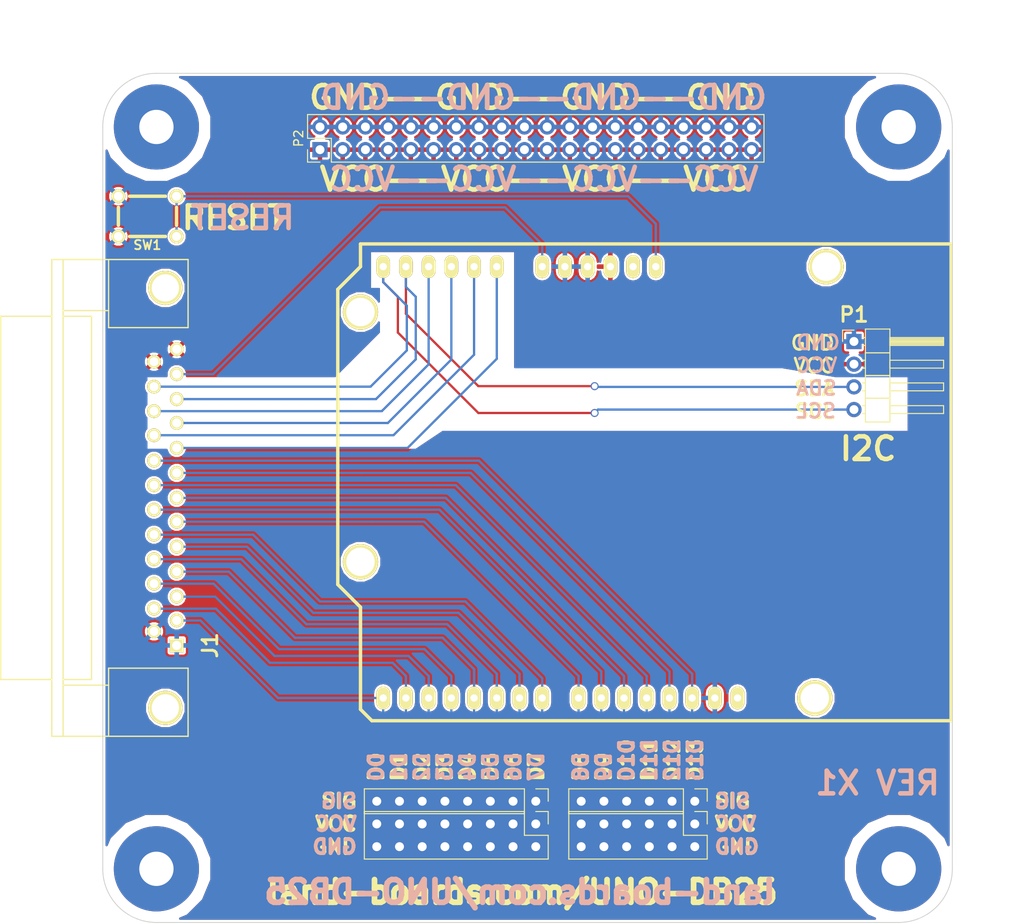
<source format=kicad_pcb>
(kicad_pcb (version 4) (host pcbnew "(after 2015-mar-04 BZR unknown)-product")

  (general
    (links 117)
    (no_connects 0)
    (area -1.744001 2.15 116.999999 106.15645)
    (thickness 1.6)
    (drawings 30)
    (tracks 156)
    (zones 0)
    (modules 13)
    (nets 25)
  )

  (page B)
  (title_block
    (title "8-Channel Opto-Isolated Output I2C")
    (rev X1)
    (company land-boards.com)
  )

  (layers
    (0 F.Cu signal)
    (31 B.Cu signal)
    (36 B.SilkS user)
    (37 F.SilkS user)
    (38 B.Mask user)
    (39 F.Mask user)
    (42 Eco1.User user)
    (44 Edge.Cuts user)
  )

  (setup
    (last_trace_width 0.254)
    (trace_clearance 0.254)
    (zone_clearance 0.254)
    (zone_45_only no)
    (trace_min 0.254)
    (segment_width 0.2)
    (edge_width 0.1)
    (via_size 0.889)
    (via_drill 0.635)
    (via_min_size 0.889)
    (via_min_drill 0.508)
    (uvia_size 0.508)
    (uvia_drill 0.127)
    (uvias_allowed no)
    (uvia_min_size 0.508)
    (uvia_min_drill 0.127)
    (pcb_text_width 0.3)
    (pcb_text_size 1.5 1.5)
    (mod_edge_width 0.15)
    (mod_text_size 1.651 1.651)
    (mod_text_width 0.3175)
    (pad_size 9.525 9.525)
    (pad_drill 3.8354)
    (pad_to_mask_clearance 0)
    (aux_axis_origin 0 0)
    (visible_elements 7FFFEF7F)
    (pcbplotparams
      (layerselection 0x010f0_80000001)
      (usegerberextensions false)
      (excludeedgelayer true)
      (linewidth 0.150000)
      (plotframeref false)
      (viasonmask false)
      (mode 1)
      (useauxorigin false)
      (hpglpennumber 1)
      (hpglpenspeed 20)
      (hpglpendiameter 15)
      (hpglpenoverlay 2)
      (psnegative false)
      (psa4output false)
      (plotreference true)
      (plotvalue true)
      (plotinvisibletext false)
      (padsonsilk false)
      (subtractmaskfromsilk false)
      (outputformat 1)
      (mirror false)
      (drillshape 0)
      (scaleselection 1)
      (outputdirectory plots/))
  )

  (net 0 "")
  (net 1 GND)
  (net 2 /D0)
  (net 3 /D2)
  (net 4 /D4)
  (net 5 /D1)
  (net 6 /D3)
  (net 7 /D6)
  (net 8 /D12)
  (net 9 /D10)
  (net 10 /D8)
  (net 11 /D5)
  (net 12 /D7)
  (net 13 /D9)
  (net 14 /D11)
  (net 15 /D13)
  (net 16 +5V)
  (net 17 /AD3)
  (net 18 /AD5)
  (net 19 /AD1)
  (net 20 /AD0)
  (net 21 /AD2)
  (net 22 /AD4)
  (net 23 /VIN)
  (net 24 "Net-(SHIELD1-PadRST)")

  (net_class Default "This is the default net class."
    (clearance 0.254)
    (trace_width 0.254)
    (via_dia 0.889)
    (via_drill 0.635)
    (uvia_dia 0.508)
    (uvia_drill 0.127)
    (add_net +5V)
    (add_net /AD0)
    (add_net /AD1)
    (add_net /AD2)
    (add_net /AD3)
    (add_net /AD4)
    (add_net /AD5)
    (add_net /D0)
    (add_net /D1)
    (add_net /D10)
    (add_net /D11)
    (add_net /D12)
    (add_net /D13)
    (add_net /D2)
    (add_net /D3)
    (add_net /D4)
    (add_net /D5)
    (add_net /D6)
    (add_net /D7)
    (add_net /D8)
    (add_net /D9)
    (add_net /VIN)
    (add_net GND)
    (add_net "Net-(SHIELD1-PadRST)")
  )

  (module "arduino_shields:ARDUINO SHIELD" locked (layer F.Cu) (tedit 5890EF31) (tstamp 5891096F)
    (at 104.86 29.088 180)
    (path /5890E945)
    (fp_text reference SHIELD1 (at 2.54 -57.15 180) (layer F.SilkS) hide
      (effects (font (size 1.651 1.651) (thickness 0.3175)))
    )
    (fp_text value ARDUINO_SHIELD (at 5.08 -54.61 180) (layer F.SilkS) hide
      (effects (font (thickness 0.3048)))
    )
    (fp_line (start 66.04 -40.64) (end 66.04 -52.07) (layer F.SilkS) (width 0.381))
    (fp_line (start 66.04 -52.07) (end 64.77 -53.34) (layer F.SilkS) (width 0.381))
    (fp_line (start 64.77 -53.34) (end 0 -53.34) (layer F.SilkS) (width 0.381))
    (fp_line (start 66.04 0) (end 0 0) (layer F.SilkS) (width 0.381))
    (fp_line (start 0 0) (end 0 -53.34) (layer F.SilkS) (width 0.381))
    (fp_line (start 66.04 -40.64) (end 68.58 -38.1) (layer F.SilkS) (width 0.381))
    (fp_line (start 68.58 -38.1) (end 68.58 -5.08) (layer F.SilkS) (width 0.381))
    (fp_line (start 68.58 -5.08) (end 66.04 -2.54) (layer F.SilkS) (width 0.381))
    (fp_line (start 66.04 -2.54) (end 66.04 0) (layer F.SilkS) (width 0.381))
    (pad AD5 thru_hole oval (at 63.5 -2.54 270) (size 2.54 1.524) (drill 0.8128) (layers *.Cu *.Mask F.SilkS)
      (net 18 /AD5))
    (pad AD4 thru_hole oval (at 60.96 -2.54 270) (size 2.54 1.524) (drill 0.8128) (layers *.Cu *.Mask F.SilkS)
      (net 22 /AD4))
    (pad AD3 thru_hole oval (at 58.42 -2.54 270) (size 2.54 1.524) (drill 0.8128) (layers *.Cu *.Mask F.SilkS)
      (net 17 /AD3))
    (pad AD0 thru_hole oval (at 50.8 -2.54 270) (size 2.54 1.524) (drill 0.8128) (layers *.Cu *.Mask F.SilkS)
      (net 20 /AD0))
    (pad AD1 thru_hole oval (at 53.34 -2.54 270) (size 2.54 1.524) (drill 0.8128) (layers *.Cu *.Mask F.SilkS)
      (net 19 /AD1))
    (pad AD2 thru_hole oval (at 55.88 -2.54 270) (size 2.54 1.524) (drill 0.8128) (layers *.Cu *.Mask F.SilkS)
      (net 21 /AD2))
    (pad V_IN thru_hole oval (at 45.72 -2.54 270) (size 2.54 1.524) (drill 0.8128) (layers *.Cu *.Mask F.SilkS)
      (net 23 /VIN))
    (pad GND2 thru_hole oval (at 43.18 -2.54 270) (size 2.54 1.524) (drill 0.8128) (layers *.Cu *.Mask F.SilkS)
      (net 1 GND))
    (pad GND1 thru_hole oval (at 40.64 -2.54 270) (size 2.54 1.524) (drill 0.8128) (layers *.Cu *.Mask F.SilkS)
      (net 1 GND))
    (pad 3V3 thru_hole oval (at 35.56 -2.54 270) (size 2.54 1.524) (drill 0.8128) (layers *.Cu *.Mask F.SilkS))
    (pad RST thru_hole oval (at 33.02 -2.54 270) (size 2.54 1.524) (drill 0.8128) (layers *.Cu *.Mask F.SilkS)
      (net 24 "Net-(SHIELD1-PadRST)"))
    (pad 0 thru_hole oval (at 63.5 -50.8 270) (size 2.54 1.524) (drill 0.8128) (layers *.Cu *.Mask F.SilkS)
      (net 2 /D0))
    (pad 1 thru_hole oval (at 60.96 -50.8 270) (size 2.54 1.524) (drill 0.8128) (layers *.Cu *.Mask F.SilkS)
      (net 5 /D1))
    (pad 2 thru_hole oval (at 58.42 -50.8 270) (size 2.54 1.524) (drill 0.8128) (layers *.Cu *.Mask F.SilkS)
      (net 3 /D2))
    (pad 3 thru_hole oval (at 55.88 -50.8 270) (size 2.54 1.524) (drill 0.8128) (layers *.Cu *.Mask F.SilkS)
      (net 6 /D3))
    (pad 4 thru_hole oval (at 53.34 -50.8 270) (size 2.54 1.524) (drill 0.8128) (layers *.Cu *.Mask F.SilkS)
      (net 4 /D4))
    (pad 5 thru_hole oval (at 50.8 -50.8 270) (size 2.54 1.524) (drill 0.8128) (layers *.Cu *.Mask F.SilkS)
      (net 11 /D5))
    (pad 6 thru_hole oval (at 48.26 -50.8 270) (size 2.54 1.524) (drill 0.8128) (layers *.Cu *.Mask F.SilkS)
      (net 7 /D6))
    (pad 7 thru_hole oval (at 45.72 -50.8 270) (size 2.54 1.524) (drill 0.8128) (layers *.Cu *.Mask F.SilkS)
      (net 12 /D7))
    (pad 8 thru_hole oval (at 41.656 -50.8 270) (size 2.54 1.524) (drill 0.8128) (layers *.Cu *.Mask F.SilkS)
      (net 10 /D8))
    (pad 9 thru_hole oval (at 39.116 -50.8 270) (size 2.54 1.524) (drill 0.8128) (layers *.Cu *.Mask F.SilkS)
      (net 13 /D9))
    (pad 10 thru_hole oval (at 36.576 -50.8 270) (size 2.54 1.524) (drill 0.8128) (layers *.Cu *.Mask F.SilkS)
      (net 9 /D10))
    (pad 11 thru_hole oval (at 34.036 -50.8 270) (size 2.54 1.524) (drill 0.8128) (layers *.Cu *.Mask F.SilkS)
      (net 14 /D11))
    (pad 12 thru_hole oval (at 31.496 -50.8 270) (size 2.54 1.524) (drill 0.8128) (layers *.Cu *.Mask F.SilkS)
      (net 8 /D12))
    (pad 13 thru_hole oval (at 28.956 -50.8 270) (size 2.54 1.524) (drill 0.8128) (layers *.Cu *.Mask F.SilkS)
      (net 15 /D13))
    (pad GND3 thru_hole oval (at 26.416 -50.8 270) (size 2.54 1.524) (drill 0.8128) (layers *.Cu *.Mask F.SilkS)
      (net 1 GND))
    (pad AREF thru_hole oval (at 23.876 -50.8 270) (size 2.54 1.524) (drill 0.8128) (layers *.Cu *.Mask F.SilkS))
    (pad 5V thru_hole oval (at 38.1 -2.54 270) (size 2.54 1.524) (drill 0.8128) (layers *.Cu *.Mask F.SilkS)
      (net 16 +5V))
    (pad "" thru_hole circle (at 66.04 -7.62 270) (size 3.937 3.937) (drill 3.175) (layers *.Cu *.Mask F.SilkS))
    (pad "" thru_hole circle (at 66.04 -35.56 270) (size 3.937 3.937) (drill 3.175) (layers *.Cu *.Mask F.SilkS))
    (pad "" thru_hole circle (at 15.24 -50.8 270) (size 3.937 3.937) (drill 3.175) (layers *.Cu *.Mask F.SilkS))
    (pad "" thru_hole circle (at 13.97 -2.54 270) (size 3.937 3.937) (drill 3.175) (layers *.Cu *.Mask F.SilkS))
  )

  (module LandBoards_Conns:DB25FC locked (layer F.Cu) (tedit 58921DE0) (tstamp 5891155D)
    (at 17 57.5 90)
    (descr "Connecteur DB25 femelle couche")
    (tags "CONN DB25")
    (path /58911052)
    (fp_text reference J1 (at -16.5 5 90) (layer F.SilkS)
      (effects (font (size 1.651 1.651) (thickness 0.3175)))
    )
    (fp_text value DB25F (at 0 -6.35 90) (layer F.SilkS) hide
      (effects (font (size 1 1) (thickness 0.15)))
    )
    (fp_line (start 26.67 -11.43) (end 26.67 2.54) (layer F.SilkS) (width 0.15))
    (fp_line (start 19.05 -6.35) (end 19.05 2.54) (layer F.SilkS) (width 0.15))
    (fp_line (start 20.955 -11.43) (end 20.955 -6.35) (layer F.SilkS) (width 0.15))
    (fp_line (start -20.955 -11.43) (end -20.955 -6.35) (layer F.SilkS) (width 0.15))
    (fp_line (start -19.05 -6.35) (end -19.05 2.54) (layer F.SilkS) (width 0.15))
    (fp_line (start -26.67 2.54) (end -26.67 -11.43) (layer F.SilkS) (width 0.15))
    (fp_line (start 26.67 -6.35) (end 19.05 -6.35) (layer F.SilkS) (width 0.15))
    (fp_line (start -26.67 -6.35) (end -19.05 -6.35) (layer F.SilkS) (width 0.15))
    (fp_line (start 20.32 -8.255) (end 20.32 -11.43) (layer F.SilkS) (width 0.15))
    (fp_line (start -20.32 -8.255) (end -20.32 -11.43) (layer F.SilkS) (width 0.15))
    (fp_line (start 20.32 -18.415) (end 20.32 -12.7) (layer F.SilkS) (width 0.15))
    (fp_line (start -20.32 -18.415) (end -20.32 -12.7) (layer F.SilkS) (width 0.15))
    (fp_line (start 26.67 -11.43) (end 26.67 -12.7) (layer F.SilkS) (width 0.15))
    (fp_line (start 26.67 -12.7) (end -26.67 -12.7) (layer F.SilkS) (width 0.15))
    (fp_line (start -26.67 -12.7) (end -26.67 -11.43) (layer F.SilkS) (width 0.15))
    (fp_line (start -26.67 -11.43) (end 26.67 -11.43) (layer F.SilkS) (width 0.15))
    (fp_line (start 19.05 2.54) (end 26.67 2.54) (layer F.SilkS) (width 0.15))
    (fp_line (start -20.32 -8.255) (end 20.32 -8.255) (layer F.SilkS) (width 0.15))
    (fp_line (start -20.32 -18.415) (end 20.32 -18.415) (layer F.SilkS) (width 0.15))
    (fp_line (start -26.67 2.54) (end -19.05 2.54) (layer F.SilkS) (width 0.15))
    (pad "" thru_hole circle (at 23.495 0 90) (size 3.81 3.81) (drill 3.048) (layers *.Cu *.Mask F.SilkS))
    (pad "" thru_hole circle (at -23.495 0 90) (size 3.81 3.81) (drill 3.048) (layers *.Cu *.Mask F.SilkS))
    (pad 1 thru_hole rect (at -16.51 1.27 90) (size 1.524 1.524) (drill 1.016) (layers *.Cu *.Mask F.SilkS)
      (net 1 GND))
    (pad 2 thru_hole circle (at -13.716 1.27 90) (size 1.524 1.524) (drill 1.016) (layers *.Cu *.Mask F.SilkS)
      (net 2 /D0))
    (pad 3 thru_hole circle (at -11.049 1.27 90) (size 1.524 1.524) (drill 1.016) (layers *.Cu *.Mask F.SilkS)
      (net 3 /D2))
    (pad 4 thru_hole circle (at -8.255 1.27 90) (size 1.524 1.524) (drill 1.016) (layers *.Cu *.Mask F.SilkS)
      (net 4 /D4))
    (pad 5 thru_hole circle (at -5.461 1.27 90) (size 1.524 1.524) (drill 1.016) (layers *.Cu *.Mask F.SilkS)
      (net 7 /D6))
    (pad 6 thru_hole circle (at -2.667 1.27 90) (size 1.524 1.524) (drill 1.016) (layers *.Cu *.Mask F.SilkS)
      (net 10 /D8))
    (pad 7 thru_hole circle (at 0 1.27 90) (size 1.524 1.524) (drill 1.016) (layers *.Cu *.Mask F.SilkS)
      (net 9 /D10))
    (pad 8 thru_hole circle (at 2.794 1.27 90) (size 1.524 1.524) (drill 1.016) (layers *.Cu *.Mask F.SilkS)
      (net 8 /D12))
    (pad 9 thru_hole circle (at 5.588 1.27 90) (size 1.524 1.524) (drill 1.016) (layers *.Cu *.Mask F.SilkS)
      (net 20 /AD0))
    (pad 10 thru_hole circle (at 8.382 1.27 90) (size 1.524 1.524) (drill 1.016) (layers *.Cu *.Mask F.SilkS)
      (net 21 /AD2))
    (pad 11 thru_hole circle (at 11.049 1.27 90) (size 1.524 1.524) (drill 1.016) (layers *.Cu *.Mask F.SilkS)
      (net 22 /AD4))
    (pad 12 thru_hole circle (at 13.843 1.27 90) (size 1.524 1.524) (drill 1.016) (layers *.Cu *.Mask F.SilkS)
      (net 23 /VIN))
    (pad 13 thru_hole circle (at 16.637 1.27 90) (size 1.524 1.524) (drill 1.016) (layers *.Cu *.Mask F.SilkS)
      (net 16 +5V))
    (pad 14 thru_hole circle (at -14.9352 -1.27 90) (size 1.524 1.524) (drill 1.016) (layers *.Cu *.Mask F.SilkS)
      (net 1 GND))
    (pad 15 thru_hole circle (at -12.3952 -1.27 90) (size 1.524 1.524) (drill 1.016) (layers *.Cu *.Mask F.SilkS)
      (net 5 /D1))
    (pad 16 thru_hole circle (at -9.6012 -1.27 90) (size 1.524 1.524) (drill 1.016) (layers *.Cu *.Mask F.SilkS)
      (net 6 /D3))
    (pad 17 thru_hole circle (at -6.858 -1.27 90) (size 1.524 1.524) (drill 1.016) (layers *.Cu *.Mask F.SilkS)
      (net 11 /D5))
    (pad 18 thru_hole circle (at -4.1148 -1.27 90) (size 1.524 1.524) (drill 1.016) (layers *.Cu *.Mask F.SilkS)
      (net 12 /D7))
    (pad 19 thru_hole circle (at -1.3208 -1.27 90) (size 1.524 1.524) (drill 1.016) (layers *.Cu *.Mask F.SilkS)
      (net 13 /D9))
    (pad 20 thru_hole circle (at 1.4224 -1.27 90) (size 1.524 1.524) (drill 1.016) (layers *.Cu *.Mask F.SilkS)
      (net 14 /D11))
    (pad 21 thru_hole circle (at 4.1656 -1.27 90) (size 1.524 1.524) (drill 1.016) (layers *.Cu *.Mask F.SilkS)
      (net 15 /D13))
    (pad 22 thru_hole circle (at 7.0104 -1.27 90) (size 1.524 1.524) (drill 1.016) (layers *.Cu *.Mask F.SilkS)
      (net 19 /AD1))
    (pad 23 thru_hole circle (at 9.7028 -1.27 90) (size 1.524 1.524) (drill 1.016) (layers *.Cu *.Mask F.SilkS)
      (net 17 /AD3))
    (pad 24 thru_hole circle (at 12.446 -1.27 90) (size 1.524 1.524) (drill 1.016) (layers *.Cu *.Mask F.SilkS)
      (net 18 /AD5))
    (pad 25 thru_hole circle (at 15.24 -1.27 90) (size 1.524 1.524) (drill 1.016) (layers *.Cu *.Mask F.SilkS)
      (net 16 +5V))
    (model Connect.3dshapes/DB25FC.wrl
      (at (xyz 0 0 0))
      (scale (xyz 1 1 1))
      (rotate (xyz 0 0 0))
    )
  )

  (module Pin_Headers:Pin_Header_Angled_1x04_Pitch2.54mm (layer F.Cu) (tedit 5890FA98) (tstamp 58911E2F)
    (at 94 40)
    (descr "Through hole angled pin header, 1x04, 2.54mm pitch, 6mm pin length, single row")
    (tags "Through hole angled pin header THT 1x04 2.54mm single row")
    (path /5891190F)
    (fp_text reference P1 (at 0 -3) (layer F.SilkS)
      (effects (font (size 1.651 1.651) (thickness 0.3175)))
    )
    (fp_text value CONN_01X04 (at 4.315 9.89) (layer F.SilkS) hide
      (effects (font (size 1 1) (thickness 0.15)))
    )
    (fp_line (start 1.4 -1.27) (end 1.4 1.27) (layer F.Fab) (width 0.1))
    (fp_line (start 1.4 1.27) (end 3.9 1.27) (layer F.Fab) (width 0.1))
    (fp_line (start 3.9 1.27) (end 3.9 -1.27) (layer F.Fab) (width 0.1))
    (fp_line (start 3.9 -1.27) (end 1.4 -1.27) (layer F.Fab) (width 0.1))
    (fp_line (start 0 -0.32) (end 0 0.32) (layer F.Fab) (width 0.1))
    (fp_line (start 0 0.32) (end 9.9 0.32) (layer F.Fab) (width 0.1))
    (fp_line (start 9.9 0.32) (end 9.9 -0.32) (layer F.Fab) (width 0.1))
    (fp_line (start 9.9 -0.32) (end 0 -0.32) (layer F.Fab) (width 0.1))
    (fp_line (start 1.4 1.27) (end 1.4 3.81) (layer F.Fab) (width 0.1))
    (fp_line (start 1.4 3.81) (end 3.9 3.81) (layer F.Fab) (width 0.1))
    (fp_line (start 3.9 3.81) (end 3.9 1.27) (layer F.Fab) (width 0.1))
    (fp_line (start 3.9 1.27) (end 1.4 1.27) (layer F.Fab) (width 0.1))
    (fp_line (start 0 2.22) (end 0 2.86) (layer F.Fab) (width 0.1))
    (fp_line (start 0 2.86) (end 9.9 2.86) (layer F.Fab) (width 0.1))
    (fp_line (start 9.9 2.86) (end 9.9 2.22) (layer F.Fab) (width 0.1))
    (fp_line (start 9.9 2.22) (end 0 2.22) (layer F.Fab) (width 0.1))
    (fp_line (start 1.4 3.81) (end 1.4 6.35) (layer F.Fab) (width 0.1))
    (fp_line (start 1.4 6.35) (end 3.9 6.35) (layer F.Fab) (width 0.1))
    (fp_line (start 3.9 6.35) (end 3.9 3.81) (layer F.Fab) (width 0.1))
    (fp_line (start 3.9 3.81) (end 1.4 3.81) (layer F.Fab) (width 0.1))
    (fp_line (start 0 4.76) (end 0 5.4) (layer F.Fab) (width 0.1))
    (fp_line (start 0 5.4) (end 9.9 5.4) (layer F.Fab) (width 0.1))
    (fp_line (start 9.9 5.4) (end 9.9 4.76) (layer F.Fab) (width 0.1))
    (fp_line (start 9.9 4.76) (end 0 4.76) (layer F.Fab) (width 0.1))
    (fp_line (start 1.4 6.35) (end 1.4 8.89) (layer F.Fab) (width 0.1))
    (fp_line (start 1.4 8.89) (end 3.9 8.89) (layer F.Fab) (width 0.1))
    (fp_line (start 3.9 8.89) (end 3.9 6.35) (layer F.Fab) (width 0.1))
    (fp_line (start 3.9 6.35) (end 1.4 6.35) (layer F.Fab) (width 0.1))
    (fp_line (start 0 7.3) (end 0 7.94) (layer F.Fab) (width 0.1))
    (fp_line (start 0 7.94) (end 9.9 7.94) (layer F.Fab) (width 0.1))
    (fp_line (start 9.9 7.94) (end 9.9 7.3) (layer F.Fab) (width 0.1))
    (fp_line (start 9.9 7.3) (end 0 7.3) (layer F.Fab) (width 0.1))
    (fp_line (start 1.28 -1.39) (end 1.28 1.27) (layer F.SilkS) (width 0.12))
    (fp_line (start 1.28 1.27) (end 4.02 1.27) (layer F.SilkS) (width 0.12))
    (fp_line (start 4.02 1.27) (end 4.02 -1.39) (layer F.SilkS) (width 0.12))
    (fp_line (start 4.02 -1.39) (end 1.28 -1.39) (layer F.SilkS) (width 0.12))
    (fp_line (start 4.02 -0.44) (end 4.02 0.44) (layer F.SilkS) (width 0.12))
    (fp_line (start 4.02 0.44) (end 10.02 0.44) (layer F.SilkS) (width 0.12))
    (fp_line (start 10.02 0.44) (end 10.02 -0.44) (layer F.SilkS) (width 0.12))
    (fp_line (start 10.02 -0.44) (end 4.02 -0.44) (layer F.SilkS) (width 0.12))
    (fp_line (start 0.97 -0.44) (end 1.28 -0.44) (layer F.SilkS) (width 0.12))
    (fp_line (start 0.97 0.44) (end 1.28 0.44) (layer F.SilkS) (width 0.12))
    (fp_line (start 4.02 -0.32) (end 10.02 -0.32) (layer F.SilkS) (width 0.12))
    (fp_line (start 4.02 -0.2) (end 10.02 -0.2) (layer F.SilkS) (width 0.12))
    (fp_line (start 4.02 -0.08) (end 10.02 -0.08) (layer F.SilkS) (width 0.12))
    (fp_line (start 4.02 0.04) (end 10.02 0.04) (layer F.SilkS) (width 0.12))
    (fp_line (start 4.02 0.16) (end 10.02 0.16) (layer F.SilkS) (width 0.12))
    (fp_line (start 4.02 0.28) (end 10.02 0.28) (layer F.SilkS) (width 0.12))
    (fp_line (start 4.02 0.4) (end 10.02 0.4) (layer F.SilkS) (width 0.12))
    (fp_line (start 1.28 1.27) (end 1.28 3.81) (layer F.SilkS) (width 0.12))
    (fp_line (start 1.28 3.81) (end 4.02 3.81) (layer F.SilkS) (width 0.12))
    (fp_line (start 4.02 3.81) (end 4.02 1.27) (layer F.SilkS) (width 0.12))
    (fp_line (start 4.02 1.27) (end 1.28 1.27) (layer F.SilkS) (width 0.12))
    (fp_line (start 4.02 2.1) (end 4.02 2.98) (layer F.SilkS) (width 0.12))
    (fp_line (start 4.02 2.98) (end 10.02 2.98) (layer F.SilkS) (width 0.12))
    (fp_line (start 10.02 2.98) (end 10.02 2.1) (layer F.SilkS) (width 0.12))
    (fp_line (start 10.02 2.1) (end 4.02 2.1) (layer F.SilkS) (width 0.12))
    (fp_line (start 0.97 2.1) (end 1.28 2.1) (layer F.SilkS) (width 0.12))
    (fp_line (start 0.97 2.98) (end 1.28 2.98) (layer F.SilkS) (width 0.12))
    (fp_line (start 1.28 3.81) (end 1.28 6.35) (layer F.SilkS) (width 0.12))
    (fp_line (start 1.28 6.35) (end 4.02 6.35) (layer F.SilkS) (width 0.12))
    (fp_line (start 4.02 6.35) (end 4.02 3.81) (layer F.SilkS) (width 0.12))
    (fp_line (start 4.02 3.81) (end 1.28 3.81) (layer F.SilkS) (width 0.12))
    (fp_line (start 4.02 4.64) (end 4.02 5.52) (layer F.SilkS) (width 0.12))
    (fp_line (start 4.02 5.52) (end 10.02 5.52) (layer F.SilkS) (width 0.12))
    (fp_line (start 10.02 5.52) (end 10.02 4.64) (layer F.SilkS) (width 0.12))
    (fp_line (start 10.02 4.64) (end 4.02 4.64) (layer F.SilkS) (width 0.12))
    (fp_line (start 0.97 4.64) (end 1.28 4.64) (layer F.SilkS) (width 0.12))
    (fp_line (start 0.97 5.52) (end 1.28 5.52) (layer F.SilkS) (width 0.12))
    (fp_line (start 1.28 6.35) (end 1.28 9.01) (layer F.SilkS) (width 0.12))
    (fp_line (start 1.28 9.01) (end 4.02 9.01) (layer F.SilkS) (width 0.12))
    (fp_line (start 4.02 9.01) (end 4.02 6.35) (layer F.SilkS) (width 0.12))
    (fp_line (start 4.02 6.35) (end 1.28 6.35) (layer F.SilkS) (width 0.12))
    (fp_line (start 4.02 7.18) (end 4.02 8.06) (layer F.SilkS) (width 0.12))
    (fp_line (start 4.02 8.06) (end 10.02 8.06) (layer F.SilkS) (width 0.12))
    (fp_line (start 10.02 8.06) (end 10.02 7.18) (layer F.SilkS) (width 0.12))
    (fp_line (start 10.02 7.18) (end 4.02 7.18) (layer F.SilkS) (width 0.12))
    (fp_line (start 0.97 7.18) (end 1.28 7.18) (layer F.SilkS) (width 0.12))
    (fp_line (start 0.97 8.06) (end 1.28 8.06) (layer F.SilkS) (width 0.12))
    (fp_line (start -1.27 0) (end -1.27 -1.27) (layer F.SilkS) (width 0.12))
    (fp_line (start -1.27 -1.27) (end 0 -1.27) (layer F.SilkS) (width 0.12))
    (fp_line (start -1.6 -1.6) (end -1.6 9.2) (layer F.CrtYd) (width 0.05))
    (fp_line (start -1.6 9.2) (end 10.2 9.2) (layer F.CrtYd) (width 0.05))
    (fp_line (start 10.2 9.2) (end 10.2 -1.6) (layer F.CrtYd) (width 0.05))
    (fp_line (start 10.2 -1.6) (end -1.6 -1.6) (layer F.CrtYd) (width 0.05))
    (pad 1 thru_hole rect (at 0 0) (size 1.7 1.7) (drill 1) (layers *.Cu *.Mask)
      (net 1 GND))
    (pad 2 thru_hole oval (at 0 2.54) (size 1.7 1.7) (drill 1) (layers *.Cu *.Mask)
      (net 16 +5V))
    (pad 3 thru_hole oval (at 0 5.08) (size 1.7 1.7) (drill 1) (layers *.Cu *.Mask)
      (net 22 /AD4))
    (pad 4 thru_hole oval (at 0 7.62) (size 1.7 1.7) (drill 1) (layers *.Cu *.Mask)
      (net 18 /AD5))
    (model Pin_Headers.3dshapes/Pin_Header_Angled_1x04_Pitch2.54mm.wrl
      (at (xyz 0 -0.15 0))
      (scale (xyz 1 1 1))
      (rotate (xyz 0 0 90))
    )
  )

  (module LandBoards_MountHoles:MTG-6-32 (layer F.Cu) (tedit 538F790A) (tstamp 5890F8B1)
    (at 99 99 180)
    (path /5030F2A7)
    (fp_text reference MTG1 (at 0 -5.588 180) (layer F.SilkS) hide
      (effects (font (size 1.651 1.651) (thickness 0.3175)))
    )
    (fp_text value CONN_1 (at 0.254 5.842 180) (layer F.SilkS) hide
      (effects (font (thickness 0.3048)))
    )
    (pad 1 thru_hole circle (at 0 0 180) (size 9.525 9.525) (drill 3.8354) (layers *.Cu *.Mask)
      (clearance 1.27))
  )

  (module LandBoards_MountHoles:MTG-6-32 (layer F.Cu) (tedit 5890F884) (tstamp 5890F8B5)
    (at 16 99 180)
    (path /5030F2BD)
    (fp_text reference MTG2 (at 0 -5.588 180) (layer F.SilkS) hide
      (effects (font (size 1.651 1.651) (thickness 0.3175)))
    )
    (fp_text value CONN_1 (at 0.254 5.842 180) (layer F.SilkS) hide
      (effects (font (thickness 0.3048)))
    )
    (pad 1 thru_hole circle (at 0 0 180) (size 9.525 9.525) (drill 3.8354) (layers *.Cu *.Mask)
      (clearance 1.27))
  )

  (module LandBoards_MountHoles:MTG-6-32 (layer F.Cu) (tedit 538F790A) (tstamp 5890F8B9)
    (at 99 16 180)
    (path /5030F2C2)
    (fp_text reference MTG3 (at 0 -5.588 180) (layer F.SilkS) hide
      (effects (font (size 1.651 1.651) (thickness 0.3175)))
    )
    (fp_text value CONN_1 (at 0.254 5.842 180) (layer F.SilkS) hide
      (effects (font (thickness 0.3048)))
    )
    (pad 1 thru_hole circle (at 0 0 180) (size 9.525 9.525) (drill 3.8354) (layers *.Cu *.Mask)
      (clearance 1.27))
  )

  (module LandBoards_MountHoles:MTG-6-32 (layer F.Cu) (tedit 5890F88B) (tstamp 5890F8BD)
    (at 16 16 180)
    (path /5030F2C1)
    (fp_text reference MTG4 (at 0 -5.588 180) (layer F.SilkS) hide
      (effects (font (size 1.651 1.651) (thickness 0.3175)))
    )
    (fp_text value CONN_1 (at 0.254 5.842 180) (layer F.SilkS) hide
      (effects (font (thickness 0.3048)))
    )
    (pad 1 thru_hole circle (at 0 0 180) (size 9.525 9.525) (drill 3.8354) (layers *.Cu *.Mask)
      (clearance 1.27))
  )

  (module DougsNewMods:SW-PB-6MM (layer F.Cu) (tedit 58921DBA) (tstamp 58921E8F)
    (at 15 26)
    (tags "SWITCH, OMRON")
    (path /58921E84)
    (fp_text reference SW1 (at -0.014 3.21) (layer F.SilkS)
      (effects (font (size 1.016 1.016) (thickness 0.2032)))
    )
    (fp_text value Switch_DPST (at 0.20066 4.04876) (layer F.SilkS) hide
      (effects (font (size 1.016 1.016) (thickness 0.2032)))
    )
    (fp_line (start -3.2512 -1.00076) (end -3.2512 1.00076) (layer F.SilkS) (width 0.381))
    (fp_line (start -1.99898 2.25044) (end 1.99898 2.25044) (layer F.SilkS) (width 0.381))
    (fp_line (start 3.2512 -1.00076) (end 3.2512 0.7493) (layer F.SilkS) (width 0.381))
    (fp_line (start 3.2512 0.7493) (end 3.2512 1.00076) (layer F.SilkS) (width 0.381))
    (fp_line (start -1.99898 -2.25044) (end 1.99898 -2.25044) (layer F.SilkS) (width 0.381))
    (pad 2 thru_hole circle (at 3.2512 -2.25044) (size 1.5494 1.5494) (drill 1.00076) (layers *.Cu *.Mask F.SilkS)
      (net 24 "Net-(SHIELD1-PadRST)"))
    (pad 4 thru_hole circle (at 3.2512 2.25044) (size 1.5494 1.5494) (drill 1.00076) (layers *.Cu *.Mask F.SilkS)
      (net 24 "Net-(SHIELD1-PadRST)"))
    (pad 1 thru_hole circle (at -3.2512 -2.25044) (size 1.5494 1.5494) (drill 1.00076) (layers *.Cu *.Mask F.SilkS)
      (net 1 GND))
    (pad 3 thru_hole circle (at -3.2512 2.25044) (size 1.5494 1.5494) (drill 1.00076) (layers *.Cu *.Mask F.SilkS)
      (net 1 GND))
  )

  (module Pin_Headers:Pin_Header_Straight_2x20_Pitch2.54mm (layer F.Cu) (tedit 58921EE4) (tstamp 58922286)
    (at 34.29 18.542 90)
    (descr "Through hole straight pin header, 2x20, 2.54mm pitch, double rows")
    (tags "Through hole pin header THT 2x20 2.54mm double row")
    (path /58922731)
    (fp_text reference P2 (at 1.27 -2.39 90) (layer F.SilkS)
      (effects (font (size 1 1) (thickness 0.15)))
    )
    (fp_text value CONN_02X20 (at 1.27 50.65 90) (layer F.SilkS) hide
      (effects (font (size 1 1) (thickness 0.15)))
    )
    (fp_line (start -1.27 -1.27) (end -1.27 49.53) (layer F.Fab) (width 0.1))
    (fp_line (start -1.27 49.53) (end 3.81 49.53) (layer F.Fab) (width 0.1))
    (fp_line (start 3.81 49.53) (end 3.81 -1.27) (layer F.Fab) (width 0.1))
    (fp_line (start 3.81 -1.27) (end -1.27 -1.27) (layer F.Fab) (width 0.1))
    (fp_line (start -1.39 1.27) (end -1.39 49.65) (layer F.SilkS) (width 0.12))
    (fp_line (start -1.39 49.65) (end 3.93 49.65) (layer F.SilkS) (width 0.12))
    (fp_line (start 3.93 49.65) (end 3.93 -1.39) (layer F.SilkS) (width 0.12))
    (fp_line (start 3.93 -1.39) (end 1.27 -1.39) (layer F.SilkS) (width 0.12))
    (fp_line (start 1.27 -1.39) (end 1.27 1.27) (layer F.SilkS) (width 0.12))
    (fp_line (start 1.27 1.27) (end -1.39 1.27) (layer F.SilkS) (width 0.12))
    (fp_line (start -1.39 0) (end -1.39 -1.39) (layer F.SilkS) (width 0.12))
    (fp_line (start -1.39 -1.39) (end 0 -1.39) (layer F.SilkS) (width 0.12))
    (fp_line (start -1.6 -1.6) (end -1.6 49.8) (layer F.CrtYd) (width 0.05))
    (fp_line (start -1.6 49.8) (end 4.1 49.8) (layer F.CrtYd) (width 0.05))
    (fp_line (start 4.1 49.8) (end 4.1 -1.6) (layer F.CrtYd) (width 0.05))
    (fp_line (start 4.1 -1.6) (end -1.6 -1.6) (layer F.CrtYd) (width 0.05))
    (pad 1 thru_hole rect (at 0 0 90) (size 1.7 1.7) (drill 1) (layers *.Cu *.Mask)
      (net 16 +5V))
    (pad 2 thru_hole oval (at 2.54 0 90) (size 1.7 1.7) (drill 1) (layers *.Cu *.Mask)
      (net 1 GND))
    (pad 3 thru_hole oval (at 0 2.54 90) (size 1.7 1.7) (drill 1) (layers *.Cu *.Mask)
      (net 16 +5V))
    (pad 4 thru_hole oval (at 2.54 2.54 90) (size 1.7 1.7) (drill 1) (layers *.Cu *.Mask)
      (net 1 GND))
    (pad 5 thru_hole oval (at 0 5.08 90) (size 1.7 1.7) (drill 1) (layers *.Cu *.Mask)
      (net 16 +5V))
    (pad 6 thru_hole oval (at 2.54 5.08 90) (size 1.7 1.7) (drill 1) (layers *.Cu *.Mask)
      (net 1 GND))
    (pad 7 thru_hole oval (at 0 7.62 90) (size 1.7 1.7) (drill 1) (layers *.Cu *.Mask)
      (net 16 +5V))
    (pad 8 thru_hole oval (at 2.54 7.62 90) (size 1.7 1.7) (drill 1) (layers *.Cu *.Mask)
      (net 1 GND))
    (pad 9 thru_hole oval (at 0 10.16 90) (size 1.7 1.7) (drill 1) (layers *.Cu *.Mask)
      (net 16 +5V))
    (pad 10 thru_hole oval (at 2.54 10.16 90) (size 1.7 1.7) (drill 1) (layers *.Cu *.Mask)
      (net 1 GND))
    (pad 11 thru_hole oval (at 0 12.7 90) (size 1.7 1.7) (drill 1) (layers *.Cu *.Mask)
      (net 16 +5V))
    (pad 12 thru_hole oval (at 2.54 12.7 90) (size 1.7 1.7) (drill 1) (layers *.Cu *.Mask)
      (net 1 GND))
    (pad 13 thru_hole oval (at 0 15.24 90) (size 1.7 1.7) (drill 1) (layers *.Cu *.Mask)
      (net 16 +5V))
    (pad 14 thru_hole oval (at 2.54 15.24 90) (size 1.7 1.7) (drill 1) (layers *.Cu *.Mask)
      (net 1 GND))
    (pad 15 thru_hole oval (at 0 17.78 90) (size 1.7 1.7) (drill 1) (layers *.Cu *.Mask)
      (net 16 +5V))
    (pad 16 thru_hole oval (at 2.54 17.78 90) (size 1.7 1.7) (drill 1) (layers *.Cu *.Mask)
      (net 1 GND))
    (pad 17 thru_hole oval (at 0 20.32 90) (size 1.7 1.7) (drill 1) (layers *.Cu *.Mask)
      (net 16 +5V))
    (pad 18 thru_hole oval (at 2.54 20.32 90) (size 1.7 1.7) (drill 1) (layers *.Cu *.Mask)
      (net 1 GND))
    (pad 19 thru_hole oval (at 0 22.86 90) (size 1.7 1.7) (drill 1) (layers *.Cu *.Mask)
      (net 16 +5V))
    (pad 20 thru_hole oval (at 2.54 22.86 90) (size 1.7 1.7) (drill 1) (layers *.Cu *.Mask)
      (net 1 GND))
    (pad 21 thru_hole oval (at 0 25.4 90) (size 1.7 1.7) (drill 1) (layers *.Cu *.Mask)
      (net 16 +5V))
    (pad 22 thru_hole oval (at 2.54 25.4 90) (size 1.7 1.7) (drill 1) (layers *.Cu *.Mask)
      (net 1 GND))
    (pad 23 thru_hole oval (at 0 27.94 90) (size 1.7 1.7) (drill 1) (layers *.Cu *.Mask)
      (net 16 +5V))
    (pad 24 thru_hole oval (at 2.54 27.94 90) (size 1.7 1.7) (drill 1) (layers *.Cu *.Mask)
      (net 1 GND))
    (pad 25 thru_hole oval (at 0 30.48 90) (size 1.7 1.7) (drill 1) (layers *.Cu *.Mask)
      (net 16 +5V))
    (pad 26 thru_hole oval (at 2.54 30.48 90) (size 1.7 1.7) (drill 1) (layers *.Cu *.Mask)
      (net 1 GND))
    (pad 27 thru_hole oval (at 0 33.02 90) (size 1.7 1.7) (drill 1) (layers *.Cu *.Mask)
      (net 16 +5V))
    (pad 28 thru_hole oval (at 2.54 33.02 90) (size 1.7 1.7) (drill 1) (layers *.Cu *.Mask)
      (net 1 GND))
    (pad 29 thru_hole oval (at 0 35.56 90) (size 1.7 1.7) (drill 1) (layers *.Cu *.Mask)
      (net 16 +5V))
    (pad 30 thru_hole oval (at 2.54 35.56 90) (size 1.7 1.7) (drill 1) (layers *.Cu *.Mask)
      (net 1 GND))
    (pad 31 thru_hole oval (at 0 38.1 90) (size 1.7 1.7) (drill 1) (layers *.Cu *.Mask)
      (net 16 +5V))
    (pad 32 thru_hole oval (at 2.54 38.1 90) (size 1.7 1.7) (drill 1) (layers *.Cu *.Mask)
      (net 1 GND))
    (pad 33 thru_hole oval (at 0 40.64 90) (size 1.7 1.7) (drill 1) (layers *.Cu *.Mask)
      (net 16 +5V))
    (pad 34 thru_hole oval (at 2.54 40.64 90) (size 1.7 1.7) (drill 1) (layers *.Cu *.Mask)
      (net 1 GND))
    (pad 35 thru_hole oval (at 0 43.18 90) (size 1.7 1.7) (drill 1) (layers *.Cu *.Mask)
      (net 16 +5V))
    (pad 36 thru_hole oval (at 2.54 43.18 90) (size 1.7 1.7) (drill 1) (layers *.Cu *.Mask)
      (net 1 GND))
    (pad 37 thru_hole oval (at 0 45.72 90) (size 1.7 1.7) (drill 1) (layers *.Cu *.Mask)
      (net 16 +5V))
    (pad 38 thru_hole oval (at 2.54 45.72 90) (size 1.7 1.7) (drill 1) (layers *.Cu *.Mask)
      (net 1 GND))
    (pad 39 thru_hole oval (at 0 48.26 90) (size 1.7 1.7) (drill 1) (layers *.Cu *.Mask)
      (net 16 +5V))
    (pad 40 thru_hole oval (at 2.54 48.26 90) (size 1.7 1.7) (drill 1) (layers *.Cu *.Mask)
      (net 1 GND))
    (model Pin_Headers.3dshapes/Pin_Header_Straight_2x20_Pitch2.54mm.wrl
      (at (xyz 0.05 -0.95 0))
      (scale (xyz 1 1 1))
      (rotate (xyz 0 0 90))
    )
  )

  (module Pin_Headers:Pin_Header_Straight_1x06_Pitch2.54mm (layer F.Cu) (tedit 5892275B) (tstamp 589226F5)
    (at 76.2 91.44 270)
    (descr "Through hole straight pin header, 1x06, 2.54mm pitch, single row")
    (tags "Through hole pin header THT 1x06 2.54mm single row")
    (path /58924B3D)
    (fp_text reference P3 (at 0 -2.39 270) (layer F.SilkS) hide
      (effects (font (size 1 1) (thickness 0.15)))
    )
    (fp_text value CONN_01X06 (at 0 15.09 270) (layer F.SilkS) hide
      (effects (font (size 1 1) (thickness 0.15)))
    )
    (fp_line (start -1.27 -1.27) (end -1.27 13.97) (layer F.Fab) (width 0.1))
    (fp_line (start -1.27 13.97) (end 1.27 13.97) (layer F.Fab) (width 0.1))
    (fp_line (start 1.27 13.97) (end 1.27 -1.27) (layer F.Fab) (width 0.1))
    (fp_line (start 1.27 -1.27) (end -1.27 -1.27) (layer F.Fab) (width 0.1))
    (fp_line (start -1.39 1.27) (end -1.39 14.09) (layer F.SilkS) (width 0.12))
    (fp_line (start -1.39 14.09) (end 1.39 14.09) (layer F.SilkS) (width 0.12))
    (fp_line (start 1.39 14.09) (end 1.39 1.27) (layer F.SilkS) (width 0.12))
    (fp_line (start 1.39 1.27) (end -1.39 1.27) (layer F.SilkS) (width 0.12))
    (fp_line (start -1.39 0) (end -1.39 -1.39) (layer F.SilkS) (width 0.12))
    (fp_line (start -1.39 -1.39) (end 0 -1.39) (layer F.SilkS) (width 0.12))
    (fp_line (start -1.6 -1.6) (end -1.6 14.3) (layer F.CrtYd) (width 0.05))
    (fp_line (start -1.6 14.3) (end 1.6 14.3) (layer F.CrtYd) (width 0.05))
    (fp_line (start 1.6 14.3) (end 1.6 -1.6) (layer F.CrtYd) (width 0.05))
    (fp_line (start 1.6 -1.6) (end -1.6 -1.6) (layer F.CrtYd) (width 0.05))
    (pad 1 thru_hole rect (at 0 0 270) (size 1.7 1.7) (drill 1) (layers *.Cu *.Mask)
      (net 15 /D13))
    (pad 2 thru_hole oval (at 0 2.54 270) (size 1.7 1.7) (drill 1) (layers *.Cu *.Mask)
      (net 8 /D12))
    (pad 3 thru_hole oval (at 0 5.08 270) (size 1.7 1.7) (drill 1) (layers *.Cu *.Mask)
      (net 14 /D11))
    (pad 4 thru_hole oval (at 0 7.62 270) (size 1.7 1.7) (drill 1) (layers *.Cu *.Mask)
      (net 9 /D10))
    (pad 5 thru_hole oval (at 0 10.16 270) (size 1.7 1.7) (drill 1) (layers *.Cu *.Mask)
      (net 13 /D9))
    (pad 6 thru_hole oval (at 0 12.7 270) (size 1.7 1.7) (drill 1) (layers *.Cu *.Mask)
      (net 10 /D8))
    (model Pin_Headers.3dshapes/Pin_Header_Straight_1x06_Pitch2.54mm.wrl
      (at (xyz 0 -0.25 0))
      (scale (xyz 1 1 1))
      (rotate (xyz 0 0 90))
    )
  )

  (module Pin_Headers:Pin_Header_Straight_2x06_Pitch2.54mm (layer F.Cu) (tedit 58922760) (tstamp 58922715)
    (at 76.2 93.98 270)
    (descr "Through hole straight pin header, 2x06, 2.54mm pitch, double rows")
    (tags "Through hole pin header THT 2x06 2.54mm double row")
    (path /58924B87)
    (fp_text reference P4 (at 1.27 -2.39 270) (layer F.SilkS) hide
      (effects (font (size 1 1) (thickness 0.15)))
    )
    (fp_text value CONN_02X06 (at 1.27 15.09 270) (layer F.SilkS) hide
      (effects (font (size 1 1) (thickness 0.15)))
    )
    (fp_line (start -1.27 -1.27) (end -1.27 13.97) (layer F.Fab) (width 0.1))
    (fp_line (start -1.27 13.97) (end 3.81 13.97) (layer F.Fab) (width 0.1))
    (fp_line (start 3.81 13.97) (end 3.81 -1.27) (layer F.Fab) (width 0.1))
    (fp_line (start 3.81 -1.27) (end -1.27 -1.27) (layer F.Fab) (width 0.1))
    (fp_line (start -1.39 1.27) (end -1.39 14.09) (layer F.SilkS) (width 0.12))
    (fp_line (start -1.39 14.09) (end 3.93 14.09) (layer F.SilkS) (width 0.12))
    (fp_line (start 3.93 14.09) (end 3.93 -1.39) (layer F.SilkS) (width 0.12))
    (fp_line (start 3.93 -1.39) (end 1.27 -1.39) (layer F.SilkS) (width 0.12))
    (fp_line (start 1.27 -1.39) (end 1.27 1.27) (layer F.SilkS) (width 0.12))
    (fp_line (start 1.27 1.27) (end -1.39 1.27) (layer F.SilkS) (width 0.12))
    (fp_line (start -1.39 0) (end -1.39 -1.39) (layer F.SilkS) (width 0.12))
    (fp_line (start -1.39 -1.39) (end 0 -1.39) (layer F.SilkS) (width 0.12))
    (fp_line (start -1.6 -1.6) (end -1.6 14.3) (layer F.CrtYd) (width 0.05))
    (fp_line (start -1.6 14.3) (end 4.1 14.3) (layer F.CrtYd) (width 0.05))
    (fp_line (start 4.1 14.3) (end 4.1 -1.6) (layer F.CrtYd) (width 0.05))
    (fp_line (start 4.1 -1.6) (end -1.6 -1.6) (layer F.CrtYd) (width 0.05))
    (pad 1 thru_hole rect (at 0 0 270) (size 1.7 1.7) (drill 1) (layers *.Cu *.Mask)
      (net 16 +5V))
    (pad 2 thru_hole oval (at 2.54 0 270) (size 1.7 1.7) (drill 1) (layers *.Cu *.Mask)
      (net 1 GND))
    (pad 3 thru_hole oval (at 0 2.54 270) (size 1.7 1.7) (drill 1) (layers *.Cu *.Mask)
      (net 16 +5V))
    (pad 4 thru_hole oval (at 2.54 2.54 270) (size 1.7 1.7) (drill 1) (layers *.Cu *.Mask)
      (net 1 GND))
    (pad 5 thru_hole oval (at 0 5.08 270) (size 1.7 1.7) (drill 1) (layers *.Cu *.Mask)
      (net 16 +5V))
    (pad 6 thru_hole oval (at 2.54 5.08 270) (size 1.7 1.7) (drill 1) (layers *.Cu *.Mask)
      (net 1 GND))
    (pad 7 thru_hole oval (at 0 7.62 270) (size 1.7 1.7) (drill 1) (layers *.Cu *.Mask)
      (net 16 +5V))
    (pad 8 thru_hole oval (at 2.54 7.62 270) (size 1.7 1.7) (drill 1) (layers *.Cu *.Mask)
      (net 1 GND))
    (pad 9 thru_hole oval (at 0 10.16 270) (size 1.7 1.7) (drill 1) (layers *.Cu *.Mask)
      (net 16 +5V))
    (pad 10 thru_hole oval (at 2.54 10.16 270) (size 1.7 1.7) (drill 1) (layers *.Cu *.Mask)
      (net 1 GND))
    (pad 11 thru_hole oval (at 0 12.7 270) (size 1.7 1.7) (drill 1) (layers *.Cu *.Mask)
      (net 16 +5V))
    (pad 12 thru_hole oval (at 2.54 12.7 270) (size 1.7 1.7) (drill 1) (layers *.Cu *.Mask)
      (net 1 GND))
    (model Pin_Headers.3dshapes/Pin_Header_Straight_2x06_Pitch2.54mm.wrl
      (at (xyz 0.05 -0.25 0))
      (scale (xyz 1 1 1))
      (rotate (xyz 0 0 90))
    )
  )

  (module Pin_Headers:Pin_Header_Straight_1x08_Pitch2.54mm (layer F.Cu) (tedit 58922755) (tstamp 5892272F)
    (at 58.42 91.44 270)
    (descr "Through hole straight pin header, 1x08, 2.54mm pitch, single row")
    (tags "Through hole pin header THT 1x08 2.54mm single row")
    (path /58924AF6)
    (fp_text reference P5 (at 0 -2.39 270) (layer F.SilkS) hide
      (effects (font (size 1 1) (thickness 0.15)))
    )
    (fp_text value CONN_01X08 (at 0 20.17 270) (layer F.SilkS) hide
      (effects (font (size 1 1) (thickness 0.15)))
    )
    (fp_line (start -1.27 -1.27) (end -1.27 19.05) (layer F.Fab) (width 0.1))
    (fp_line (start -1.27 19.05) (end 1.27 19.05) (layer F.Fab) (width 0.1))
    (fp_line (start 1.27 19.05) (end 1.27 -1.27) (layer F.Fab) (width 0.1))
    (fp_line (start 1.27 -1.27) (end -1.27 -1.27) (layer F.Fab) (width 0.1))
    (fp_line (start -1.39 1.27) (end -1.39 19.17) (layer F.SilkS) (width 0.12))
    (fp_line (start -1.39 19.17) (end 1.39 19.17) (layer F.SilkS) (width 0.12))
    (fp_line (start 1.39 19.17) (end 1.39 1.27) (layer F.SilkS) (width 0.12))
    (fp_line (start 1.39 1.27) (end -1.39 1.27) (layer F.SilkS) (width 0.12))
    (fp_line (start -1.39 0) (end -1.39 -1.39) (layer F.SilkS) (width 0.12))
    (fp_line (start -1.39 -1.39) (end 0 -1.39) (layer F.SilkS) (width 0.12))
    (fp_line (start -1.6 -1.6) (end -1.6 19.3) (layer F.CrtYd) (width 0.05))
    (fp_line (start -1.6 19.3) (end 1.6 19.3) (layer F.CrtYd) (width 0.05))
    (fp_line (start 1.6 19.3) (end 1.6 -1.6) (layer F.CrtYd) (width 0.05))
    (fp_line (start 1.6 -1.6) (end -1.6 -1.6) (layer F.CrtYd) (width 0.05))
    (pad 1 thru_hole rect (at 0 0 270) (size 1.7 1.7) (drill 1) (layers *.Cu *.Mask)
      (net 12 /D7))
    (pad 2 thru_hole oval (at 0 2.54 270) (size 1.7 1.7) (drill 1) (layers *.Cu *.Mask)
      (net 7 /D6))
    (pad 3 thru_hole oval (at 0 5.08 270) (size 1.7 1.7) (drill 1) (layers *.Cu *.Mask)
      (net 11 /D5))
    (pad 4 thru_hole oval (at 0 7.62 270) (size 1.7 1.7) (drill 1) (layers *.Cu *.Mask)
      (net 4 /D4))
    (pad 5 thru_hole oval (at 0 10.16 270) (size 1.7 1.7) (drill 1) (layers *.Cu *.Mask)
      (net 6 /D3))
    (pad 6 thru_hole oval (at 0 12.7 270) (size 1.7 1.7) (drill 1) (layers *.Cu *.Mask)
      (net 3 /D2))
    (pad 7 thru_hole oval (at 0 15.24 270) (size 1.7 1.7) (drill 1) (layers *.Cu *.Mask)
      (net 5 /D1))
    (pad 8 thru_hole oval (at 0 17.78 270) (size 1.7 1.7) (drill 1) (layers *.Cu *.Mask)
      (net 2 /D0))
    (model Pin_Headers.3dshapes/Pin_Header_Straight_1x08_Pitch2.54mm.wrl
      (at (xyz 0 -0.35 0))
      (scale (xyz 1 1 1))
      (rotate (xyz 0 0 90))
    )
  )

  (module Pin_Headers:Pin_Header_Straight_2x08_Pitch2.54mm (layer F.Cu) (tedit 58922757) (tstamp 58922753)
    (at 58.42 93.98 270)
    (descr "Through hole straight pin header, 2x08, 2.54mm pitch, double rows")
    (tags "Through hole pin header THT 2x08 2.54mm double row")
    (path /58924BB8)
    (fp_text reference P6 (at 1.27 -2.39 270) (layer F.SilkS) hide
      (effects (font (size 1 1) (thickness 0.15)))
    )
    (fp_text value CONN_02X08 (at 1.27 20.17 270) (layer F.SilkS) hide
      (effects (font (size 1 1) (thickness 0.15)))
    )
    (fp_line (start -1.27 -1.27) (end -1.27 19.05) (layer F.Fab) (width 0.1))
    (fp_line (start -1.27 19.05) (end 3.81 19.05) (layer F.Fab) (width 0.1))
    (fp_line (start 3.81 19.05) (end 3.81 -1.27) (layer F.Fab) (width 0.1))
    (fp_line (start 3.81 -1.27) (end -1.27 -1.27) (layer F.Fab) (width 0.1))
    (fp_line (start -1.39 1.27) (end -1.39 19.17) (layer F.SilkS) (width 0.12))
    (fp_line (start -1.39 19.17) (end 3.93 19.17) (layer F.SilkS) (width 0.12))
    (fp_line (start 3.93 19.17) (end 3.93 -1.39) (layer F.SilkS) (width 0.12))
    (fp_line (start 3.93 -1.39) (end 1.27 -1.39) (layer F.SilkS) (width 0.12))
    (fp_line (start 1.27 -1.39) (end 1.27 1.27) (layer F.SilkS) (width 0.12))
    (fp_line (start 1.27 1.27) (end -1.39 1.27) (layer F.SilkS) (width 0.12))
    (fp_line (start -1.39 0) (end -1.39 -1.39) (layer F.SilkS) (width 0.12))
    (fp_line (start -1.39 -1.39) (end 0 -1.39) (layer F.SilkS) (width 0.12))
    (fp_line (start -1.6 -1.6) (end -1.6 19.3) (layer F.CrtYd) (width 0.05))
    (fp_line (start -1.6 19.3) (end 4.1 19.3) (layer F.CrtYd) (width 0.05))
    (fp_line (start 4.1 19.3) (end 4.1 -1.6) (layer F.CrtYd) (width 0.05))
    (fp_line (start 4.1 -1.6) (end -1.6 -1.6) (layer F.CrtYd) (width 0.05))
    (pad 1 thru_hole rect (at 0 0 270) (size 1.7 1.7) (drill 1) (layers *.Cu *.Mask)
      (net 16 +5V))
    (pad 2 thru_hole oval (at 2.54 0 270) (size 1.7 1.7) (drill 1) (layers *.Cu *.Mask)
      (net 1 GND))
    (pad 3 thru_hole oval (at 0 2.54 270) (size 1.7 1.7) (drill 1) (layers *.Cu *.Mask)
      (net 16 +5V))
    (pad 4 thru_hole oval (at 2.54 2.54 270) (size 1.7 1.7) (drill 1) (layers *.Cu *.Mask)
      (net 1 GND))
    (pad 5 thru_hole oval (at 0 5.08 270) (size 1.7 1.7) (drill 1) (layers *.Cu *.Mask)
      (net 16 +5V))
    (pad 6 thru_hole oval (at 2.54 5.08 270) (size 1.7 1.7) (drill 1) (layers *.Cu *.Mask)
      (net 1 GND))
    (pad 7 thru_hole oval (at 0 7.62 270) (size 1.7 1.7) (drill 1) (layers *.Cu *.Mask)
      (net 16 +5V))
    (pad 8 thru_hole oval (at 2.54 7.62 270) (size 1.7 1.7) (drill 1) (layers *.Cu *.Mask)
      (net 1 GND))
    (pad 9 thru_hole oval (at 0 10.16 270) (size 1.7 1.7) (drill 1) (layers *.Cu *.Mask)
      (net 16 +5V))
    (pad 10 thru_hole oval (at 2.54 10.16 270) (size 1.7 1.7) (drill 1) (layers *.Cu *.Mask)
      (net 1 GND))
    (pad 11 thru_hole oval (at 0 12.7 270) (size 1.7 1.7) (drill 1) (layers *.Cu *.Mask)
      (net 16 +5V))
    (pad 12 thru_hole oval (at 2.54 12.7 270) (size 1.7 1.7) (drill 1) (layers *.Cu *.Mask)
      (net 1 GND))
    (pad 13 thru_hole oval (at 0 15.24 270) (size 1.7 1.7) (drill 1) (layers *.Cu *.Mask)
      (net 16 +5V))
    (pad 14 thru_hole oval (at 2.54 15.24 270) (size 1.7 1.7) (drill 1) (layers *.Cu *.Mask)
      (net 1 GND))
    (pad 15 thru_hole oval (at 0 17.78 270) (size 1.7 1.7) (drill 1) (layers *.Cu *.Mask)
      (net 16 +5V))
    (pad 16 thru_hole oval (at 2.54 17.78 270) (size 1.7 1.7) (drill 1) (layers *.Cu *.Mask)
      (net 1 GND))
    (model Pin_Headers.3dshapes/Pin_Header_Straight_2x08_Pitch2.54mm.wrl
      (at (xyz 0.05 -0.35 0))
      (scale (xyz 1 1 1))
      (rotate (xyz 0 0 90))
    )
  )

  (gr_text land-boards.com/UNO-DB25 (at 56.642 101.6) (layer B.SilkS)
    (effects (font (size 2.54 2.54) (thickness 0.635)) (justify mirror))
  )
  (gr_text VCC--VCC--VCC--VCC (at 35.052 21.844) (layer B.SilkS)
    (effects (font (size 2.54 2.54) (thickness 0.508)) (justify right mirror))
  )
  (gr_text GND--GND--GND--GND (at 34.036 12.7) (layer B.SilkS)
    (effects (font (size 2.54 2.54) (thickness 0.508)) (justify right mirror))
  )
  (gr_text "REV X1" (at 89.408 89.408) (layer B.SilkS)
    (effects (font (size 2.54 2.54) (thickness 0.508)) (justify right mirror))
  )
  (gr_text "GND\nVCC\nSDA\nSCL" (at 87.376 43.942) (layer B.SilkS)
    (effects (font (size 1.5875 1.5875) (thickness 0.3)) (justify right mirror))
  )
  (gr_text RESET (at 19.558 26.162) (layer B.SilkS)
    (effects (font (size 2.54 2.54) (thickness 0.508)) (justify right mirror))
  )
  (gr_text "D8\nD9\nD10\nD11\nD12\nD13" (at 69.85 89.408 90) (layer B.SilkS)
    (effects (font (size 1.5875 1.5875) (thickness 0.396875)) (justify right mirror))
  )
  (gr_text "D0\nD1\nD2\nD3\nD4\nD5\nD6\nD7" (at 49.53 89.408 90) (layer B.SilkS)
    (effects (font (size 1.5875 1.5875) (thickness 0.396875)) (justify right mirror))
  )
  (gr_text "SIG\nVCC\nGND" (at 78.232 93.98) (layer B.SilkS)
    (effects (font (size 1.5875 1.5875) (thickness 0.396875)) (justify right mirror))
  )
  (gr_text "SIG\nVCC\nGND" (at 38.608 93.98) (layer B.SilkS)
    (effects (font (size 1.5875 1.5875) (thickness 0.396875)) (justify left mirror))
  )
  (gr_text "SIG\nVCC\nGND" (at 38.608 93.98) (layer F.SilkS)
    (effects (font (size 1.5875 1.5875) (thickness 0.396875)) (justify right))
  )
  (gr_text "SIG\nVCC\nGND" (at 78.232 93.98) (layer F.SilkS)
    (effects (font (size 1.5875 1.5875) (thickness 0.396875)) (justify left))
  )
  (gr_text "D8\nD9\nD10\nD11\nD12\nD13" (at 69.85 89.408 90) (layer F.SilkS)
    (effects (font (size 1.5875 1.5875) (thickness 0.396875)) (justify left))
  )
  (gr_text "D0\nD1\nD2\nD3\nD4\nD5\nD6\nD7" (at 49.53 89.408 90) (layer F.SilkS)
    (effects (font (size 1.5875 1.5875) (thickness 0.396875)) (justify left))
  )
  (gr_text VCC--VCC--VCC--VCC (at 82.55 21.844) (layer F.SilkS)
    (effects (font (size 2.54 2.54) (thickness 0.508)) (justify right))
  )
  (gr_text GND--GND--GND--GND (at 83.312 12.7) (layer F.SilkS)
    (effects (font (size 2.54 2.54) (thickness 0.508)) (justify right))
  )
  (gr_text RESET (at 30.734 26.162) (layer F.SilkS)
    (effects (font (size 2.54 2.54) (thickness 0.508)) (justify right))
  )
  (gr_text I2C (at 99 52) (layer F.SilkS)
    (effects (font (size 2.54 2.54) (thickness 0.508)) (justify right))
  )
  (gr_text "GND\nVCC\nSDA\nSCL" (at 92 44) (layer F.SilkS)
    (effects (font (size 1.5875 1.5875) (thickness 0.3)) (justify right))
  )
  (dimension 95 (width 0.3) (layer Eco1.User)
    (gr_text "95.000 mm" (at 110.349999 57.5 90) (layer Eco1.User)
      (effects (font (size 1.5 1.5) (thickness 0.3)))
    )
    (feature1 (pts (xy 99 10) (xy 111.699999 10)))
    (feature2 (pts (xy 99 105) (xy 111.699999 105)))
    (crossbar (pts (xy 108.999999 105) (xy 108.999999 10)))
    (arrow1a (pts (xy 108.999999 10) (xy 109.58642 11.126504)))
    (arrow1b (pts (xy 108.999999 10) (xy 108.413578 11.126504)))
    (arrow2a (pts (xy 108.999999 105) (xy 109.58642 103.873496)))
    (arrow2b (pts (xy 108.999999 105) (xy 108.413578 103.873496)))
  )
  (dimension 95 (width 0.3) (layer Eco1.User)
    (gr_text "95.000 mm" (at 57.5 3.65) (layer Eco1.User)
      (effects (font (size 1.5 1.5) (thickness 0.3)))
    )
    (feature1 (pts (xy 105 16) (xy 105 2.3)))
    (feature2 (pts (xy 10 16) (xy 10 2.3)))
    (crossbar (pts (xy 10 5) (xy 105 5)))
    (arrow1a (pts (xy 105 5) (xy 103.873496 5.586421)))
    (arrow1b (pts (xy 105 5) (xy 103.873496 4.413579)))
    (arrow2a (pts (xy 10 5) (xy 11.126504 5.586421)))
    (arrow2b (pts (xy 10 5) (xy 11.126504 4.413579)))
  )
  (gr_line (start 10 99) (end 10 16) (angle 90) (layer Edge.Cuts) (width 0.1))
  (gr_line (start 99 105) (end 16 105) (angle 90) (layer Edge.Cuts) (width 0.1))
  (gr_line (start 105 16) (end 105 99) (angle 90) (layer Edge.Cuts) (width 0.1))
  (gr_line (start 16 10) (end 99 10) (angle 90) (layer Edge.Cuts) (width 0.1))
  (gr_arc (start 16 99) (end 16 105) (angle 90) (layer Edge.Cuts) (width 0.1))
  (gr_arc (start 99 99) (end 105 99) (angle 90) (layer Edge.Cuts) (width 0.1))
  (gr_arc (start 99 16) (end 99 10) (angle 90) (layer Edge.Cuts) (width 0.1))
  (gr_arc (start 16 16) (end 10 16) (angle 90) (layer Edge.Cuts) (width 0.1))
  (gr_text land-boards.com/UNO-DB25 (at 56.896 101.6) (layer F.SilkS)
    (effects (font (size 2.54 2.54) (thickness 0.635)))
  )

  (segment (start 40.64 91.44) (end 40.64 89.408) (width 0.254) (layer B.Cu) (net 2) (status 400000))
  (segment (start 41.36 88.688) (end 41.36 79.888) (width 0.254) (layer B.Cu) (net 2) (tstamp 5892299A) (status 800000))
  (segment (start 40.64 89.408) (end 41.36 88.688) (width 0.254) (layer B.Cu) (net 2) (tstamp 58922999))
  (segment (start 20.924 71.216) (end 29.596 79.888) (width 0.254) (layer B.Cu) (net 2) (tstamp 5891168D))
  (segment (start 29.596 79.888) (end 41.36 79.888) (width 0.254) (layer B.Cu) (net 2) (tstamp 5891168F))
  (segment (start 18.27 71.216) (end 20.924 71.216) (width 0.254) (layer B.Cu) (net 2))
  (segment (start 45.72 91.44) (end 45.72 88.646) (width 0.254) (layer B.Cu) (net 3) (status 400000))
  (segment (start 46.44 87.926) (end 46.44 79.888) (width 0.254) (layer B.Cu) (net 3) (tstamp 58922992) (status 800000))
  (segment (start 45.72 88.646) (end 46.44 87.926) (width 0.254) (layer B.Cu) (net 3) (tstamp 58922991))
  (segment (start 46.44 77.428) (end 46.44 79.888) (width 0.254) (layer B.Cu) (net 3) (tstamp 589116A3))
  (segment (start 46.44 77.428) (end 46.44 79.888) (width 0.254) (layer B.Cu) (net 3) (tstamp 589116AD))
  (segment (start 22.575 68.549) (end 29.21 75.184) (width 0.254) (layer B.Cu) (net 3) (tstamp 589116A7))
  (segment (start 29.21 75.184) (end 44.196 75.184) (width 0.254) (layer B.Cu) (net 3) (tstamp 589116A9))
  (segment (start 44.196 75.184) (end 46.44 77.428) (width 0.254) (layer B.Cu) (net 3) (tstamp 589116AB))
  (segment (start 18.27 68.549) (end 22.575 68.549) (width 0.254) (layer B.Cu) (net 3))
  (segment (start 50.8 91.44) (end 50.8 89.154) (width 0.254) (layer B.Cu) (net 4) (status 400000))
  (segment (start 51.52 88.434) (end 51.52 79.888) (width 0.254) (layer B.Cu) (net 4) (tstamp 5892298A) (status 800000))
  (segment (start 50.8 89.154) (end 51.52 88.434) (width 0.254) (layer B.Cu) (net 4) (tstamp 58922989))
  (segment (start 51.52 76.666) (end 51.52 79.888) (width 0.254) (layer B.Cu) (net 4) (tstamp 589116C1))
  (segment (start 51.52 76.666) (end 51.52 79.888) (width 0.254) (layer B.Cu) (net 4) (tstamp 58911739))
  (segment (start 24.099 65.755) (end 31.496 73.152) (width 0.254) (layer B.Cu) (net 4) (tstamp 58911733))
  (segment (start 31.496 73.152) (end 48.006 73.152) (width 0.254) (layer B.Cu) (net 4) (tstamp 58911735))
  (segment (start 48.006 73.152) (end 51.52 76.666) (width 0.254) (layer B.Cu) (net 4) (tstamp 58911737))
  (segment (start 18.27 65.755) (end 24.099 65.755) (width 0.254) (layer B.Cu) (net 4))
  (segment (start 43.18 91.44) (end 43.18 88.392) (width 0.254) (layer B.Cu) (net 5) (status 400000))
  (segment (start 43.9 87.672) (end 43.9 79.888) (width 0.254) (layer B.Cu) (net 5) (tstamp 58922996) (status 800000))
  (segment (start 43.18 88.392) (end 43.9 87.672) (width 0.254) (layer B.Cu) (net 5) (tstamp 58922995))
  (segment (start 22.6512 69.8952) (end 28.702 75.946) (width 0.254) (layer B.Cu) (net 5) (tstamp 58911693))
  (segment (start 28.702 75.946) (end 42.418 75.946) (width 0.254) (layer B.Cu) (net 5) (tstamp 58911695))
  (segment (start 42.418 75.946) (end 43.9 77.428) (width 0.254) (layer B.Cu) (net 5) (tstamp 58911697))
  (segment (start 43.9 77.428) (end 43.9 79.888) (width 0.254) (layer B.Cu) (net 5) (tstamp 58911699))
  (segment (start 15.73 69.8952) (end 22.6512 69.8952) (width 0.254) (layer B.Cu) (net 5))
  (segment (start 48.26 91.44) (end 48.26 88.646) (width 0.254) (layer B.Cu) (net 6) (status 400000))
  (segment (start 48.98 87.926) (end 48.98 79.888) (width 0.254) (layer B.Cu) (net 6) (tstamp 5892298E) (status 800000))
  (segment (start 48.26 88.646) (end 48.98 87.926) (width 0.254) (layer B.Cu) (net 6) (tstamp 5892298D))
  (segment (start 22.3972 67.1012) (end 29.718 74.422) (width 0.254) (layer B.Cu) (net 6) (tstamp 589116B1))
  (segment (start 29.718 74.422) (end 45.974 74.422) (width 0.254) (layer B.Cu) (net 6) (tstamp 589116B3))
  (segment (start 45.974 74.422) (end 48.98 77.428) (width 0.254) (layer B.Cu) (net 6) (tstamp 589116B5))
  (segment (start 48.98 77.428) (end 48.98 79.888) (width 0.254) (layer B.Cu) (net 6) (tstamp 589116B7))
  (segment (start 15.73 67.1012) (end 22.3972 67.1012) (width 0.254) (layer B.Cu) (net 6))
  (segment (start 55.88 91.44) (end 55.88 88.392) (width 0.254) (layer B.Cu) (net 7) (status 400000))
  (segment (start 56.6 87.672) (end 56.6 79.888) (width 0.254) (layer B.Cu) (net 7) (tstamp 58922982) (status 800000))
  (segment (start 55.88 88.392) (end 56.6 87.672) (width 0.254) (layer B.Cu) (net 7) (tstamp 58922981))
  (segment (start 56.6 77.174) (end 56.6 79.888) (width 0.254) (layer B.Cu) (net 7) (tstamp 589116D5))
  (segment (start 56.6 77.174) (end 56.6 79.888) (width 0.254) (layer B.Cu) (net 7) (tstamp 58911725))
  (segment (start 26.131 62.961) (end 33.528 70.358) (width 0.254) (layer B.Cu) (net 7) (tstamp 5891171F))
  (segment (start 33.528 70.358) (end 49.784 70.358) (width 0.254) (layer B.Cu) (net 7) (tstamp 58911721))
  (segment (start 49.784 70.358) (end 56.6 77.174) (width 0.254) (layer B.Cu) (net 7) (tstamp 58911723))
  (segment (start 18.27 62.961) (end 26.131 62.961) (width 0.254) (layer B.Cu) (net 7))
  (segment (start 73.66 91.44) (end 73.66 89.154) (width 0.254) (layer B.Cu) (net 8) (status 400000))
  (segment (start 73.364 88.858) (end 73.364 79.888) (width 0.254) (layer B.Cu) (net 8) (tstamp 589229B2) (status 800000))
  (segment (start 73.66 89.154) (end 73.364 88.858) (width 0.254) (layer B.Cu) (net 8) (tstamp 589229B1))
  (segment (start 18.27 54.706) (end 38.862 54.706) (width 0.254) (layer B.Cu) (net 8))
  (segment (start 51.15 54.706) (end 73.364 76.92) (width 0.254) (layer B.Cu) (net 8) (tstamp 58911794))
  (segment (start 73.364 76.92) (end 73.364 79.888) (width 0.254) (layer B.Cu) (net 8) (tstamp 58911796))
  (segment (start 38.862 54.706) (end 51.15 54.706) (width 0.254) (layer B.Cu) (net 8))
  (segment (start 68.58 91.44) (end 68.58 89.154) (width 0.254) (layer B.Cu) (net 9) (status 400000))
  (segment (start 68.284 88.858) (end 68.284 79.888) (width 0.254) (layer B.Cu) (net 9) (tstamp 589229A6) (status 800000))
  (segment (start 68.58 89.154) (end 68.284 88.858) (width 0.254) (layer B.Cu) (net 9) (tstamp 589229A5))
  (segment (start 18.27 57.5) (end 43.18 57.5) (width 0.254) (layer B.Cu) (net 9))
  (segment (start 48.356 57.5) (end 68.284 77.428) (width 0.254) (layer B.Cu) (net 9) (tstamp 58911783))
  (segment (start 68.284 77.428) (end 68.284 79.888) (width 0.254) (layer B.Cu) (net 9) (tstamp 58911785))
  (segment (start 43.18 57.5) (end 48.356 57.5) (width 0.254) (layer B.Cu) (net 9))
  (segment (start 63.5 91.44) (end 63.5 88.392) (width 0.254) (layer B.Cu) (net 10) (status 400000))
  (segment (start 63.204 88.096) (end 63.204 79.888) (width 0.254) (layer B.Cu) (net 10) (tstamp 5892299E) (status 800000))
  (segment (start 63.5 88.392) (end 63.204 88.096) (width 0.254) (layer B.Cu) (net 10) (tstamp 5892299D))
  (segment (start 18.27 60.167) (end 40.132 60.167) (width 0.254) (layer B.Cu) (net 10))
  (segment (start 45.943 60.167) (end 63.204 77.428) (width 0.254) (layer B.Cu) (net 10) (tstamp 58911773))
  (segment (start 63.204 77.428) (end 63.204 79.888) (width 0.254) (layer B.Cu) (net 10) (tstamp 58911775))
  (segment (start 40.132 60.167) (end 45.943 60.167) (width 0.254) (layer B.Cu) (net 10))
  (segment (start 53.34 91.44) (end 53.34 88.646) (width 0.254) (layer B.Cu) (net 11) (status 400000))
  (segment (start 54.06 87.926) (end 54.06 79.888) (width 0.254) (layer B.Cu) (net 11) (tstamp 58922986) (status 800000))
  (segment (start 53.34 88.646) (end 54.06 87.926) (width 0.254) (layer B.Cu) (net 11) (tstamp 58922985))
  (segment (start 54.06 77.174) (end 54.06 79.888) (width 0.254) (layer B.Cu) (net 11) (tstamp 589116CB))
  (segment (start 54.06 77.174) (end 54.06 79.888) (width 0.254) (layer B.Cu) (net 11) (tstamp 5891172F))
  (segment (start 25.496 64.358) (end 32.766 71.628) (width 0.254) (layer B.Cu) (net 11) (tstamp 58911729))
  (segment (start 32.766 71.628) (end 48.514 71.628) (width 0.254) (layer B.Cu) (net 11) (tstamp 5891172B))
  (segment (start 48.514 71.628) (end 54.06 77.174) (width 0.254) (layer B.Cu) (net 11) (tstamp 5891172D))
  (segment (start 15.73 64.358) (end 25.496 64.358) (width 0.254) (layer B.Cu) (net 11))
  (segment (start 58.42 91.44) (end 58.42 88.9) (width 0.254) (layer B.Cu) (net 12) (status 400000))
  (segment (start 59.14 88.18) (end 59.14 79.888) (width 0.254) (layer B.Cu) (net 12) (tstamp 5892297E) (status 800000))
  (segment (start 58.42 88.9) (end 59.14 88.18) (width 0.254) (layer B.Cu) (net 12) (tstamp 5892297D))
  (segment (start 26.8168 61.6148) (end 34.29 69.088) (width 0.254) (layer B.Cu) (net 12) (tstamp 58911715))
  (segment (start 34.29 69.088) (end 50.546 69.088) (width 0.254) (layer B.Cu) (net 12) (tstamp 58911717))
  (segment (start 50.546 69.088) (end 59.14 77.682) (width 0.254) (layer B.Cu) (net 12) (tstamp 58911719))
  (segment (start 59.14 77.682) (end 59.14 79.888) (width 0.254) (layer B.Cu) (net 12) (tstamp 5891171B))
  (segment (start 15.73 61.6148) (end 26.8168 61.6148) (width 0.254) (layer B.Cu) (net 12))
  (segment (start 66.04 91.44) (end 66.04 88.138) (width 0.254) (layer B.Cu) (net 13) (status 400000))
  (segment (start 65.744 87.842) (end 65.744 79.888) (width 0.254) (layer B.Cu) (net 13) (tstamp 589229AA) (status 800000))
  (segment (start 66.04 88.138) (end 65.744 87.842) (width 0.254) (layer B.Cu) (net 13) (tstamp 589229A9))
  (segment (start 15.73 58.8208) (end 44.45 58.8208) (width 0.254) (layer B.Cu) (net 13))
  (segment (start 47.6448 58.8208) (end 65.744 76.92) (width 0.254) (layer B.Cu) (net 13) (tstamp 5891177B))
  (segment (start 65.744 76.92) (end 65.744 79.888) (width 0.254) (layer B.Cu) (net 13) (tstamp 5891177D))
  (segment (start 44.45 58.8208) (end 47.6448 58.8208) (width 0.254) (layer B.Cu) (net 13))
  (segment (start 71.12 91.44) (end 71.12 88.9) (width 0.254) (layer B.Cu) (net 14) (status 400000))
  (segment (start 70.824 88.604) (end 70.824 79.888) (width 0.254) (layer B.Cu) (net 14) (tstamp 589229AE) (status 800000))
  (segment (start 71.12 88.9) (end 70.824 88.604) (width 0.254) (layer B.Cu) (net 14) (tstamp 589229AD))
  (segment (start 15.73 56.0776) (end 43.942 56.0776) (width 0.254) (layer B.Cu) (net 14))
  (segment (start 49.4736 56.0776) (end 70.824 77.428) (width 0.254) (layer B.Cu) (net 14) (tstamp 5891178C))
  (segment (start 70.824 77.428) (end 70.824 79.888) (width 0.254) (layer B.Cu) (net 14) (tstamp 5891178E))
  (segment (start 43.942 56.0776) (end 49.4736 56.0776) (width 0.254) (layer B.Cu) (net 14))
  (segment (start 76.2 91.44) (end 76.2 89.154) (width 0.254) (layer B.Cu) (net 15) (status 400000))
  (segment (start 75.904 88.858) (end 75.904 79.888) (width 0.254) (layer B.Cu) (net 15) (tstamp 589229B6) (status 800000))
  (segment (start 76.2 89.154) (end 75.904 88.858) (width 0.254) (layer B.Cu) (net 15) (tstamp 589229B5))
  (segment (start 75.396 79.38) (end 75.904 79.888) (width 0.254) (layer B.Cu) (net 15) (tstamp 58910D40) (status 30))
  (segment (start 15.73 53.3344) (end 42.164 53.3344) (width 0.254) (layer B.Cu) (net 15))
  (segment (start 42.164 53.3344) (end 44.958 53.3344) (width 0.254) (layer B.Cu) (net 15))
  (segment (start 52.0644 53.3344) (end 75.904 77.174) (width 0.254) (layer B.Cu) (net 15) (tstamp 5891179C))
  (segment (start 75.904 77.174) (end 75.904 79.888) (width 0.254) (layer B.Cu) (net 15) (tstamp 5891179E))
  (segment (start 44.958 53.3344) (end 52.0644 53.3344) (width 0.254) (layer B.Cu) (net 15))
  (segment (start 15.73 47.7972) (end 41.2028 47.7972) (width 0.254) (layer B.Cu) (net 17))
  (segment (start 46.44 42.56) (end 46.44 31.628) (width 0.254) (layer B.Cu) (net 17) (tstamp 5891004F))
  (segment (start 41.2028 47.7972) (end 46.44 42.56) (width 0.254) (layer B.Cu) (net 17) (tstamp 58910045))
  (segment (start 15.73 45.054) (end 39.946 45.054) (width 0.254) (layer B.Cu) (net 18))
  (segment (start 41.36 33.36) (end 41.36 31.628) (width 0.254) (layer B.Cu) (net 18) (tstamp 58910062))
  (segment (start 44 36) (end 41.36 33.36) (width 0.254) (layer B.Cu) (net 18) (tstamp 58910060))
  (segment (start 44 41) (end 44 36) (width 0.254) (layer B.Cu) (net 18) (tstamp 5891005E))
  (segment (start 39.946 45.054) (end 44 41) (width 0.254) (layer B.Cu) (net 18) (tstamp 5891005C))
  (segment (start 41.36 31.628) (end 41.36 33.36) (width 0.254) (layer F.Cu) (net 18))
  (segment (start 43 35) (end 43 39) (width 0.254) (layer F.Cu) (net 18) (tstamp 5890FFD9))
  (segment (start 41.36 33.36) (end 43 35) (width 0.254) (layer F.Cu) (net 18) (tstamp 5890FFD7))
  (segment (start 43 39) (end 52 48) (width 0.254) (layer F.Cu) (net 18) (tstamp 5890FFDD))
  (segment (start 52 48) (end 65 48) (width 0.254) (layer F.Cu) (net 18) (tstamp 58911F77))
  (via (at 65 48) (size 0.889) (layers F.Cu B.Cu) (net 18))
  (segment (start 65 48) (end 65.38 47.62) (width 0.254) (layer B.Cu) (net 18) (tstamp 58911F7A))
  (segment (start 65.38 47.62) (end 94 47.62) (width 0.254) (layer B.Cu) (net 18) (tstamp 58911F7B) (status 20))
  (segment (start 15.73 50.4896) (end 42.5104 50.4896) (width 0.254) (layer B.Cu) (net 19))
  (segment (start 51.52 41.48) (end 51.52 31.628) (width 0.254) (layer B.Cu) (net 19) (tstamp 5891003B))
  (segment (start 42.5104 50.4896) (end 51.52 41.48) (width 0.254) (layer B.Cu) (net 19) (tstamp 58910038))
  (segment (start 18.27 51.912) (end 44.088 51.912) (width 0.254) (layer B.Cu) (net 20))
  (segment (start 54.06 41.94) (end 54.06 31.628) (width 0.254) (layer B.Cu) (net 20) (tstamp 58910034))
  (segment (start 44.088 51.912) (end 54.06 41.94) (width 0.254) (layer B.Cu) (net 20) (tstamp 58910030))
  (segment (start 18.27 49.118) (end 41.882 49.118) (width 0.254) (layer B.Cu) (net 21))
  (segment (start 48.98 42.02) (end 48.98 31.628) (width 0.254) (layer B.Cu) (net 21) (tstamp 58910041))
  (segment (start 41.882 49.118) (end 48.98 42.02) (width 0.254) (layer B.Cu) (net 21) (tstamp 5891003F))
  (segment (start 18.27 46.451) (end 40.549 46.451) (width 0.254) (layer B.Cu) (net 22))
  (segment (start 43.9 33.9) (end 43.9 31.628) (width 0.254) (layer B.Cu) (net 22) (tstamp 58910058))
  (segment (start 45 35) (end 43.9 33.9) (width 0.254) (layer B.Cu) (net 22) (tstamp 58910057))
  (segment (start 45 42) (end 45 35) (width 0.254) (layer B.Cu) (net 22) (tstamp 58910055))
  (segment (start 40.549 46.451) (end 45 42) (width 0.254) (layer B.Cu) (net 22) (tstamp 58910053))
  (segment (start 65.08 45.08) (end 65 45) (width 0.254) (layer B.Cu) (net 22) (tstamp 58911F4B))
  (via (at 65 45) (size 0.889) (layers F.Cu B.Cu) (net 22))
  (segment (start 94 45.08) (end 65.08 45.08) (width 0.254) (layer B.Cu) (net 22) (status 10))
  (segment (start 43.9 36.9) (end 52 45) (width 0.254) (layer F.Cu) (net 22) (tstamp 58911F56))
  (segment (start 52 45) (end 65 45) (width 0.254) (layer F.Cu) (net 22) (tstamp 58911F58))
  (segment (start 43.9 31.628) (end 43.9 36.9) (width 0.254) (layer F.Cu) (net 22))
  (segment (start 18.27 43.657) (end 22.343 43.657) (width 0.254) (layer B.Cu) (net 23))
  (segment (start 59.14 29.14) (end 59.14 31.628) (width 0.254) (layer B.Cu) (net 23) (tstamp 58910074))
  (segment (start 55 25) (end 59.14 29.14) (width 0.254) (layer B.Cu) (net 23) (tstamp 58910072))
  (segment (start 41 25) (end 55 25) (width 0.254) (layer B.Cu) (net 23) (tstamp 58910070))
  (segment (start 22.343 43.657) (end 41 25) (width 0.254) (layer B.Cu) (net 23) (tstamp 5891006E))
  (segment (start 18.2512 23.74956) (end 18.50164 24) (width 0.254) (layer B.Cu) (net 24) (tstamp 58921EC4))
  (segment (start 18.2512 28.25044) (end 18.2512 23.74956) (width 0.254) (layer B.Cu) (net 24))
  (segment (start 68.74956 23.74956) (end 71.84 26.84) (width 0.254) (layer B.Cu) (net 24) (tstamp 58921ECE))
  (segment (start 71.84 26.84) (end 71.84 31.628) (width 0.254) (layer B.Cu) (net 24) (tstamp 58921ED0))
  (segment (start 18.2512 23.74956) (end 68.74956 23.74956) (width 0.254) (layer B.Cu) (net 24))

  (zone (net 1) (net_name GND) (layer B.Cu) (tstamp 538F97F6) (hatch edge 0.508)
    (connect_pads (clearance 0.254))
    (min_thickness 0.254)
    (fill yes (arc_segments 16) (thermal_gap 0.508) (thermal_bridge_width 0.508))
    (polygon
      (pts
        (xy 105 16) (xy 98.9 10) (xy 16.35 10) (xy 9.962 16.27) (xy 10 99.154)
        (xy 15.842 104.996) (xy 98.9 104.996) (xy 105 99)
      )
    )
    (filled_polygon
      (pts
        (xy 104.569 96.348473) (xy 104.224815 95.515482) (xy 102.493632 93.781275) (xy 100.230575 92.841571) (xy 100.127 92.84148)
        (xy 100.127 50.127) (xy 100.127 43.873) (xy 95.485 43.873) (xy 95.485 40.97631) (xy 95.485 40.723691)
        (xy 95.485 40.28575) (xy 95.485 39.71425) (xy 95.485 39.276309) (xy 95.485 39.02369) (xy 95.388327 38.790301)
        (xy 95.209698 38.611673) (xy 94.976309 38.515) (xy 94.28575 38.515) (xy 94.127 38.67375) (xy 94.127 39.873)
        (xy 95.32625 39.873) (xy 95.485 39.71425) (xy 95.485 40.28575) (xy 95.32625 40.127) (xy 94.127 40.127)
        (xy 94.127 40.147) (xy 93.873 40.147) (xy 93.873 40.127) (xy 93.873 39.873) (xy 93.873 38.67375)
        (xy 93.71425 38.515) (xy 93.239907 38.515) (xy 93.239907 31.162706) (xy 92.88297 30.298854) (xy 92.222622 29.637353)
        (xy 91.359395 29.278909) (xy 90.424706 29.278093) (xy 89.560854 29.63503) (xy 88.899353 30.295378) (xy 88.540909 31.158605)
        (xy 88.540093 32.093294) (xy 88.89703 32.957146) (xy 89.557378 33.618647) (xy 90.420605 33.977091) (xy 91.355294 33.977907)
        (xy 92.219146 33.62097) (xy 92.880647 32.960622) (xy 93.239091 32.097395) (xy 93.239907 31.162706) (xy 93.239907 38.515)
        (xy 93.023691 38.515) (xy 92.790302 38.611673) (xy 92.611673 38.790301) (xy 92.515 39.02369) (xy 92.515 39.276309)
        (xy 92.515 39.71425) (xy 92.67375 39.873) (xy 93.873 39.873) (xy 93.873 40.127) (xy 92.67375 40.127)
        (xy 92.515 40.28575) (xy 92.515 40.723691) (xy 92.515 40.97631) (xy 92.611673 41.209699) (xy 92.790302 41.388327)
        (xy 93.023691 41.485) (xy 93.381635 41.485) (xy 93.105435 41.669552) (xy 92.838587 42.068917) (xy 92.744883 42.54)
        (xy 92.838587 43.011083) (xy 93.105435 43.410448) (xy 93.5048 43.677296) (xy 93.975883 43.771) (xy 94.024117 43.771)
        (xy 94.4952 43.677296) (xy 94.894565 43.410448) (xy 95.161413 43.011083) (xy 95.255117 42.54) (xy 95.161413 42.068917)
        (xy 94.894565 41.669552) (xy 94.618364 41.485) (xy 94.976309 41.485) (xy 95.209698 41.388327) (xy 95.388327 41.209699)
        (xy 95.485 40.97631) (xy 95.485 43.873) (xy 94.144773 43.873) (xy 94.024117 43.849) (xy 93.975883 43.849)
        (xy 93.855226 43.873) (xy 92.010511 43.873) (xy 86.010511 42.873) (xy 83.991486 42.873) (xy 83.991486 16.358892)
        (xy 83.991486 15.645108) (xy 83.745183 15.120642) (xy 83.316924 14.730355) (xy 82.90689 14.560524) (xy 82.677 14.681845)
        (xy 82.677 15.875) (xy 83.870819 15.875) (xy 83.991486 15.645108) (xy 83.991486 16.358892) (xy 83.870819 16.129)
        (xy 82.677 16.129) (xy 82.677 16.149) (xy 82.423 16.149) (xy 82.423 16.129) (xy 82.423 15.875)
        (xy 82.423 14.681845) (xy 82.19311 14.560524) (xy 81.783076 14.730355) (xy 81.354817 15.120642) (xy 81.28 15.279953)
        (xy 81.205183 15.120642) (xy 80.776924 14.730355) (xy 80.36689 14.560524) (xy 80.137 14.681845) (xy 80.137 15.875)
        (xy 81.229181 15.875) (xy 81.330819 15.875) (xy 82.423 15.875) (xy 82.423 16.129) (xy 81.330819 16.129)
        (xy 81.229181 16.129) (xy 80.137 16.129) (xy 80.137 16.149) (xy 79.883 16.149) (xy 79.883 16.129)
        (xy 79.883 15.875) (xy 79.883 14.681845) (xy 79.65311 14.560524) (xy 79.243076 14.730355) (xy 78.814817 15.120642)
        (xy 78.74 15.279953) (xy 78.665183 15.120642) (xy 78.236924 14.730355) (xy 77.82689 14.560524) (xy 77.597 14.681845)
        (xy 77.597 15.875) (xy 78.689181 15.875) (xy 78.790819 15.875) (xy 79.883 15.875) (xy 79.883 16.129)
        (xy 78.790819 16.129) (xy 78.689181 16.129) (xy 77.597 16.129) (xy 77.597 16.149) (xy 77.343 16.149)
        (xy 77.343 16.129) (xy 77.343 15.875) (xy 77.343 14.681845) (xy 77.11311 14.560524) (xy 76.703076 14.730355)
        (xy 76.274817 15.120642) (xy 76.2 15.279953) (xy 76.125183 15.120642) (xy 75.696924 14.730355) (xy 75.28689 14.560524)
        (xy 75.057 14.681845) (xy 75.057 15.875) (xy 76.149181 15.875) (xy 76.250819 15.875) (xy 77.343 15.875)
        (xy 77.343 16.129) (xy 76.250819 16.129) (xy 76.149181 16.129) (xy 75.057 16.129) (xy 75.057 16.149)
        (xy 74.803 16.149) (xy 74.803 16.129) (xy 74.803 15.875) (xy 74.803 14.681845) (xy 74.57311 14.560524)
        (xy 74.163076 14.730355) (xy 73.734817 15.120642) (xy 73.66 15.279953) (xy 73.585183 15.120642) (xy 73.156924 14.730355)
        (xy 72.74689 14.560524) (xy 72.517 14.681845) (xy 72.517 15.875) (xy 73.609181 15.875) (xy 73.710819 15.875)
        (xy 74.803 15.875) (xy 74.803 16.129) (xy 73.710819 16.129) (xy 73.609181 16.129) (xy 72.517 16.129)
        (xy 72.517 16.149) (xy 72.263 16.149) (xy 72.263 16.129) (xy 72.263 15.875) (xy 72.263 14.681845)
        (xy 72.03311 14.560524) (xy 71.623076 14.730355) (xy 71.194817 15.120642) (xy 71.12 15.279953) (xy 71.045183 15.120642)
        (xy 70.616924 14.730355) (xy 70.20689 14.560524) (xy 69.977 14.681845) (xy 69.977 15.875) (xy 71.069181 15.875)
        (xy 71.170819 15.875) (xy 72.263 15.875) (xy 72.263 16.129) (xy 71.170819 16.129) (xy 71.069181 16.129)
        (xy 69.977 16.129) (xy 69.977 16.149) (xy 69.723 16.149) (xy 69.723 16.129) (xy 69.723 15.875)
        (xy 69.723 14.681845) (xy 69.49311 14.560524) (xy 69.083076 14.730355) (xy 68.654817 15.120642) (xy 68.58 15.279953)
        (xy 68.505183 15.120642) (xy 68.076924 14.730355) (xy 67.66689 14.560524) (xy 67.437 14.681845) (xy 67.437 15.875)
        (xy 68.529181 15.875) (xy 68.630819 15.875) (xy 69.723 15.875) (xy 69.723 16.129) (xy 68.630819 16.129)
        (xy 68.529181 16.129) (xy 67.437 16.129) (xy 67.437 16.149) (xy 67.183 16.149) (xy 67.183 16.129)
        (xy 67.183 15.875) (xy 67.183 14.681845) (xy 66.95311 14.560524) (xy 66.543076 14.730355) (xy 66.114817 15.120642)
        (xy 66.04 15.279953) (xy 65.965183 15.120642) (xy 65.536924 14.730355) (xy 65.12689 14.560524) (xy 64.897 14.681845)
        (xy 64.897 15.875) (xy 65.989181 15.875) (xy 66.090819 15.875) (xy 67.183 15.875) (xy 67.183 16.129)
        (xy 66.090819 16.129) (xy 65.989181 16.129) (xy 64.897 16.129) (xy 64.897 16.149) (xy 64.643 16.149)
        (xy 64.643 16.129) (xy 64.643 15.875) (xy 64.643 14.681845) (xy 64.41311 14.560524) (xy 64.003076 14.730355)
        (xy 63.574817 15.120642) (xy 63.5 15.279953) (xy 63.425183 15.120642) (xy 62.996924 14.730355) (xy 62.58689 14.560524)
        (xy 62.357 14.681845) (xy 62.357 15.875) (xy 63.449181 15.875) (xy 63.550819 15.875) (xy 64.643 15.875)
        (xy 64.643 16.129) (xy 63.550819 16.129) (xy 63.449181 16.129) (xy 62.357 16.129) (xy 62.357 16.149)
        (xy 62.103 16.149) (xy 62.103 16.129) (xy 62.103 15.875) (xy 62.103 14.681845) (xy 61.87311 14.560524)
        (xy 61.463076 14.730355) (xy 61.034817 15.120642) (xy 60.96 15.279953) (xy 60.885183 15.120642) (xy 60.456924 14.730355)
        (xy 60.04689 14.560524) (xy 59.817 14.681845) (xy 59.817 15.875) (xy 60.909181 15.875) (xy 61.010819 15.875)
        (xy 62.103 15.875) (xy 62.103 16.129) (xy 61.010819 16.129) (xy 60.909181 16.129) (xy 59.817 16.129)
        (xy 59.817 16.149) (xy 59.563 16.149) (xy 59.563 16.129) (xy 59.563 15.875) (xy 59.563 14.681845)
        (xy 59.33311 14.560524) (xy 58.923076 14.730355) (xy 58.494817 15.120642) (xy 58.42 15.279953) (xy 58.345183 15.120642)
        (xy 57.916924 14.730355) (xy 57.50689 14.560524) (xy 57.277 14.681845) (xy 57.277 15.875) (xy 58.369181 15.875)
        (xy 58.470819 15.875) (xy 59.563 15.875) (xy 59.563 16.129) (xy 58.470819 16.129) (xy 58.369181 16.129)
        (xy 57.277 16.129) (xy 57.277 16.149) (xy 57.023 16.149) (xy 57.023 16.129) (xy 57.023 15.875)
        (xy 57.023 14.681845) (xy 56.79311 14.560524) (xy 56.383076 14.730355) (xy 55.954817 15.120642) (xy 55.88 15.279953)
        (xy 55.805183 15.120642) (xy 55.376924 14.730355) (xy 54.96689 14.560524) (xy 54.737 14.681845) (xy 54.737 15.875)
        (xy 55.829181 15.875) (xy 55.930819 15.875) (xy 57.023 15.875) (xy 57.023 16.129) (xy 55.930819 16.129)
        (xy 55.829181 16.129) (xy 54.737 16.129) (xy 54.737 16.149) (xy 54.483 16.149) (xy 54.483 16.129)
        (xy 54.483 15.875) (xy 54.483 14.681845) (xy 54.25311 14.560524) (xy 53.843076 14.730355) (xy 53.414817 15.120642)
        (xy 53.34 15.279953) (xy 53.265183 15.120642) (xy 52.836924 14.730355) (xy 52.42689 14.560524) (xy 52.197 14.681845)
        (xy 52.197 15.875) (xy 53.289181 15.875) (xy 53.390819 15.875) (xy 54.483 15.875) (xy 54.483 16.129)
        (xy 53.390819 16.129) (xy 53.289181 16.129) (xy 52.197 16.129) (xy 52.197 16.149) (xy 51.943 16.149)
        (xy 51.943 16.129) (xy 51.943 15.875) (xy 51.943 14.681845) (xy 51.71311 14.560524) (xy 51.303076 14.730355)
        (xy 50.874817 15.120642) (xy 50.8 15.279953) (xy 50.725183 15.120642) (xy 50.296924 14.730355) (xy 49.88689 14.560524)
        (xy 49.657 14.681845) (xy 49.657 15.875) (xy 50.749181 15.875) (xy 50.850819 15.875) (xy 51.943 15.875)
        (xy 51.943 16.129) (xy 50.850819 16.129) (xy 50.749181 16.129) (xy 49.657 16.129) (xy 49.657 16.149)
        (xy 49.403 16.149) (xy 49.403 16.129) (xy 49.403 15.875) (xy 49.403 14.681845) (xy 49.17311 14.560524)
        (xy 48.763076 14.730355) (xy 48.334817 15.120642) (xy 48.26 15.279953) (xy 48.185183 15.120642) (xy 47.756924 14.730355)
        (xy 47.34689 14.560524) (xy 47.117 14.681845) (xy 47.117 15.875) (xy 48.209181 15.875) (xy 48.310819 15.875)
        (xy 49.403 15.875) (xy 49.403 16.129) (xy 48.310819 16.129) (xy 48.209181 16.129) (xy 47.117 16.129)
        (xy 47.117 16.149) (xy 46.863 16.149) (xy 46.863 16.129) (xy 46.863 15.875) (xy 46.863 14.681845)
        (xy 46.63311 14.560524) (xy 46.223076 14.730355) (xy 45.794817 15.120642) (xy 45.72 15.279953) (xy 45.645183 15.120642)
        (xy 45.216924 14.730355) (xy 44.80689 14.560524) (xy 44.577 14.681845) (xy 44.577 15.875) (xy 45.669181 15.875)
        (xy 45.770819 15.875) (xy 46.863 15.875) (xy 46.863 16.129) (xy 45.770819 16.129) (xy 45.669181 16.129)
        (xy 44.577 16.129) (xy 44.577 16.149) (xy 44.323 16.149) (xy 44.323 16.129) (xy 44.323 15.875)
        (xy 44.323 14.681845) (xy 44.09311 14.560524) (xy 43.683076 14.730355) (xy 43.254817 15.120642) (xy 43.18 15.279953)
        (xy 43.105183 15.120642) (xy 42.676924 14.730355) (xy 42.26689 14.560524) (xy 42.037 14.681845) (xy 42.037 15.875)
        (xy 43.129181 15.875) (xy 43.230819 15.875) (xy 44.323 15.875) (xy 44.323 16.129) (xy 43.230819 16.129)
        (xy 43.129181 16.129) (xy 42.037 16.129) (xy 42.037 16.149) (xy 41.783 16.149) (xy 41.783 16.129)
        (xy 41.783 15.875) (xy 41.783 14.681845) (xy 41.55311 14.560524) (xy 41.143076 14.730355) (xy 40.714817 15.120642)
        (xy 40.64 15.279953) (xy 40.565183 15.120642) (xy 40.136924 14.730355) (xy 39.72689 14.560524) (xy 39.497 14.681845)
        (xy 39.497 15.875) (xy 40.589181 15.875) (xy 40.690819 15.875) (xy 41.783 15.875) (xy 41.783 16.129)
        (xy 40.690819 16.129) (xy 40.589181 16.129) (xy 39.497 16.129) (xy 39.497 16.149) (xy 39.243 16.149)
        (xy 39.243 16.129) (xy 39.243 15.875) (xy 39.243 14.681845) (xy 39.01311 14.560524) (xy 38.603076 14.730355)
        (xy 38.174817 15.120642) (xy 38.1 15.279953) (xy 38.025183 15.120642) (xy 37.596924 14.730355) (xy 37.18689 14.560524)
        (xy 36.957 14.681845) (xy 36.957 15.875) (xy 38.049181 15.875) (xy 38.150819 15.875) (xy 39.243 15.875)
        (xy 39.243 16.129) (xy 38.150819 16.129) (xy 38.049181 16.129) (xy 36.957 16.129) (xy 36.957 16.149)
        (xy 36.703 16.149) (xy 36.703 16.129) (xy 36.703 15.875) (xy 36.703 14.681845) (xy 36.47311 14.560524)
        (xy 36.063076 14.730355) (xy 35.634817 15.120642) (xy 35.56 15.279953) (xy 35.485183 15.120642) (xy 35.056924 14.730355)
        (xy 34.64689 14.560524) (xy 34.417 14.681845) (xy 34.417 15.875) (xy 35.509181 15.875) (xy 35.610819 15.875)
        (xy 36.703 15.875) (xy 36.703 16.129) (xy 35.610819 16.129) (xy 35.509181 16.129) (xy 34.417 16.129)
        (xy 34.417 16.149) (xy 34.163 16.149) (xy 34.163 16.129) (xy 34.163 15.875) (xy 34.163 14.681845)
        (xy 33.93311 14.560524) (xy 33.523076 14.730355) (xy 33.094817 15.120642) (xy 32.848514 15.645108) (xy 32.969181 15.875)
        (xy 34.163 15.875) (xy 34.163 16.129) (xy 32.969181 16.129) (xy 32.848514 16.358892) (xy 33.094817 16.883358)
        (xy 33.523076 17.273645) (xy 33.595243 17.303536) (xy 33.44 17.303536) (xy 33.294726 17.331722) (xy 33.167044 17.415596)
        (xy 33.081574 17.542216) (xy 33.051536 17.692) (xy 33.051536 19.392) (xy 33.079722 19.537274) (xy 33.163596 19.664956)
        (xy 33.290216 19.750426) (xy 33.44 19.780464) (xy 35.14 19.780464) (xy 35.285274 19.752278) (xy 35.412956 19.668404)
        (xy 35.498426 19.541784) (xy 35.528464 19.392) (xy 35.528464 17.692) (xy 35.500278 17.546726) (xy 35.416404 17.419044)
        (xy 35.289784 17.333574) (xy 35.14 17.303536) (xy 34.984756 17.303536) (xy 35.056924 17.273645) (xy 35.485183 16.883358)
        (xy 35.56 16.724046) (xy 35.634817 16.883358) (xy 36.063076 17.273645) (xy 36.344511 17.390212) (xy 35.959552 17.647435)
        (xy 35.692704 18.0468) (xy 35.599 18.517883) (xy 35.599 18.566117) (xy 35.692704 19.0372) (xy 35.959552 19.436565)
        (xy 36.358917 19.703413) (xy 36.83 19.797117) (xy 37.301083 19.703413) (xy 37.700448 19.436565) (xy 37.967296 19.0372)
        (xy 38.061 18.566117) (xy 38.061 18.517883) (xy 37.967296 18.0468) (xy 37.700448 17.647435) (xy 37.315488 17.390212)
        (xy 37.596924 17.273645) (xy 38.025183 16.883358) (xy 38.1 16.724046) (xy 38.174817 16.883358) (xy 38.603076 17.273645)
        (xy 38.884511 17.390212) (xy 38.499552 17.647435) (xy 38.232704 18.0468) (xy 38.139 18.517883) (xy 38.139 18.566117)
        (xy 38.232704 19.0372) (xy 38.499552 19.436565) (xy 38.898917 19.703413) (xy 39.37 19.797117) (xy 39.841083 19.703413)
        (xy 40.240448 19.436565) (xy 40.507296 19.0372) (xy 40.601 18.566117) (xy 40.601 18.517883) (xy 40.507296 18.0468)
        (xy 40.240448 17.647435) (xy 39.855488 17.390212) (xy 40.136924 17.273645) (xy 40.565183 16.883358) (xy 40.64 16.724046)
        (xy 40.714817 16.883358) (xy 41.143076 17.273645) (xy 41.424511 17.390212) (xy 41.039552 17.647435) (xy 40.772704 18.0468)
        (xy 40.679 18.517883) (xy 40.679 18.566117) (xy 40.772704 19.0372) (xy 41.039552 19.436565) (xy 41.438917 19.703413)
        (xy 41.91 19.797117) (xy 42.381083 19.703413) (xy 42.780448 19.436565) (xy 43.047296 19.0372) (xy 43.141 18.566117)
        (xy 43.141 18.517883) (xy 43.047296 18.0468) (xy 42.780448 17.647435) (xy 42.395488 17.390212) (xy 42.676924 17.273645)
        (xy 43.105183 16.883358) (xy 43.18 16.724046) (xy 43.254817 16.883358) (xy 43.683076 17.273645) (xy 43.964511 17.390212)
        (xy 43.579552 17.647435) (xy 43.312704 18.0468) (xy 43.219 18.517883) (xy 43.219 18.566117) (xy 43.312704 19.0372)
        (xy 43.579552 19.436565) (xy 43.978917 19.703413) (xy 44.45 19.797117) (xy 44.921083 19.703413) (xy 45.320448 19.436565)
        (xy 45.587296 19.0372) (xy 45.681 18.566117) (xy 45.681 18.517883) (xy 45.587296 18.0468) (xy 45.320448 17.647435)
        (xy 44.935488 17.390212) (xy 45.216924 17.273645) (xy 45.645183 16.883358) (xy 45.72 16.724046) (xy 45.794817 16.883358)
        (xy 46.223076 17.273645) (xy 46.504511 17.390212) (xy 46.119552 17.647435) (xy 45.852704 18.0468) (xy 45.759 18.517883)
        (xy 45.759 18.566117) (xy 45.852704 19.0372) (xy 46.119552 19.436565) (xy 46.518917 19.703413) (xy 46.99 19.797117)
        (xy 47.461083 19.703413) (xy 47.860448 19.436565) (xy 48.127296 19.0372) (xy 48.221 18.566117) (xy 48.221 18.517883)
        (xy 48.127296 18.0468) (xy 47.860448 17.647435) (xy 47.475488 17.390212) (xy 47.756924 17.273645) (xy 48.185183 16.883358)
        (xy 48.26 16.724046) (xy 48.334817 16.883358) (xy 48.763076 17.273645) (xy 49.044511 17.390212) (xy 48.659552 17.647435)
        (xy 48.392704 18.0468) (xy 48.299 18.517883) (xy 48.299 18.566117) (xy 48.392704 19.0372) (xy 48.659552 19.436565)
        (xy 49.058917 19.703413) (xy 49.53 19.797117) (xy 50.001083 19.703413) (xy 50.400448 19.436565) (xy 50.667296 19.0372)
        (xy 50.761 18.566117) (xy 50.761 18.517883) (xy 50.667296 18.0468) (xy 50.400448 17.647435) (xy 50.015488 17.390212)
        (xy 50.296924 17.273645) (xy 50.725183 16.883358) (xy 50.8 16.724046) (xy 50.874817 16.883358) (xy 51.303076 17.273645)
        (xy 51.584511 17.390212) (xy 51.199552 17.647435) (xy 50.932704 18.0468) (xy 50.839 18.517883) (xy 50.839 18.566117)
        (xy 50.932704 19.0372) (xy 51.199552 19.436565) (xy 51.598917 19.703413) (xy 52.07 19.797117) (xy 52.541083 19.703413)
        (xy 52.940448 19.436565) (xy 53.207296 19.0372) (xy 53.301 18.566117) (xy 53.301 18.517883) (xy 53.207296 18.0468)
        (xy 52.940448 17.647435) (xy 52.555488 17.390212) (xy 52.836924 17.273645) (xy 53.265183 16.883358) (xy 53.34 16.724046)
        (xy 53.414817 16.883358) (xy 53.843076 17.273645) (xy 54.124511 17.390212) (xy 53.739552 17.647435) (xy 53.472704 18.0468)
        (xy 53.379 18.517883) (xy 53.379 18.566117) (xy 53.472704 19.0372) (xy 53.739552 19.436565) (xy 54.138917 19.703413)
        (xy 54.61 19.797117) (xy 55.081083 19.703413) (xy 55.480448 19.436565) (xy 55.747296 19.0372) (xy 55.841 18.566117)
        (xy 55.841 18.517883) (xy 55.747296 18.0468) (xy 55.480448 17.647435) (xy 55.095488 17.390212) (xy 55.376924 17.273645)
        (xy 55.805183 16.883358) (xy 55.88 16.724046) (xy 55.954817 16.883358) (xy 56.383076 17.273645) (xy 56.664511 17.390212)
        (xy 56.279552 17.647435) (xy 56.012704 18.0468) (xy 55.919 18.517883) (xy 55.919 18.566117) (xy 56.012704 19.0372)
        (xy 56.279552 19.436565) (xy 56.678917 19.703413) (xy 57.15 19.797117) (xy 57.621083 19.703413) (xy 58.020448 19.436565)
        (xy 58.287296 19.0372) (xy 58.381 18.566117) (xy 58.381 18.517883) (xy 58.287296 18.0468) (xy 58.020448 17.647435)
        (xy 57.635488 17.390212) (xy 57.916924 17.273645) (xy 58.345183 16.883358) (xy 58.42 16.724046) (xy 58.494817 16.883358)
        (xy 58.923076 17.273645) (xy 59.204511 17.390212) (xy 58.819552 17.647435) (xy 58.552704 18.0468) (xy 58.459 18.517883)
        (xy 58.459 18.566117) (xy 58.552704 19.0372) (xy 58.819552 19.436565) (xy 59.218917 19.703413) (xy 59.69 19.797117)
        (xy 60.161083 19.703413) (xy 60.560448 19.436565) (xy 60.827296 19.0372) (xy 60.921 18.566117) (xy 60.921 18.517883)
        (xy 60.827296 18.0468) (xy 60.560448 17.647435) (xy 60.175488 17.390212) (xy 60.456924 17.273645) (xy 60.885183 16.883358)
        (xy 60.96 16.724046) (xy 61.034817 16.883358) (xy 61.463076 17.273645) (xy 61.744511 17.390212) (xy 61.359552 17.647435)
        (xy 61.092704 18.0468) (xy 60.999 18.517883) (xy 60.999 18.566117) (xy 61.092704 19.0372) (xy 61.359552 19.436565)
        (xy 61.758917 19.703413) (xy 62.23 19.797117) (xy 62.701083 19.703413) (xy 63.100448 19.436565) (xy 63.367296 19.0372)
        (xy 63.461 18.566117) (xy 63.461 18.517883) (xy 63.367296 18.0468) (xy 63.100448 17.647435) (xy 62.715488 17.390212)
        (xy 62.996924 17.273645) (xy 63.425183 16.883358) (xy 63.5 16.724046) (xy 63.574817 16.883358) (xy 64.003076 17.273645)
        (xy 64.284511 17.390212) (xy 63.899552 17.647435) (xy 63.632704 18.0468) (xy 63.539 18.517883) (xy 63.539 18.566117)
        (xy 63.632704 19.0372) (xy 63.899552 19.436565) (xy 64.298917 19.703413) (xy 64.77 19.797117) (xy 65.241083 19.703413)
        (xy 65.640448 19.436565) (xy 65.907296 19.0372) (xy 66.001 18.566117) (xy 66.001 18.517883) (xy 65.907296 18.0468)
        (xy 65.640448 17.647435) (xy 65.255488 17.390212) (xy 65.536924 17.273645) (xy 65.965183 16.883358) (xy 66.04 16.724046)
        (xy 66.114817 16.883358) (xy 66.543076 17.273645) (xy 66.824511 17.390212) (xy 66.439552 17.647435) (xy 66.172704 18.0468)
        (xy 66.079 18.517883) (xy 66.079 18.566117) (xy 66.172704 19.0372) (xy 66.439552 19.436565) (xy 66.838917 19.703413)
        (xy 67.31 19.797117) (xy 67.781083 19.703413) (xy 68.180448 19.436565) (xy 68.447296 19.0372) (xy 68.541 18.566117)
        (xy 68.541 18.517883) (xy 68.447296 18.0468) (xy 68.180448 17.647435) (xy 67.795488 17.390212) (xy 68.076924 17.273645)
        (xy 68.505183 16.883358) (xy 68.58 16.724046) (xy 68.654817 16.883358) (xy 69.083076 17.273645) (xy 69.364511 17.390212)
        (xy 68.979552 17.647435) (xy 68.712704 18.0468) (xy 68.619 18.517883) (xy 68.619 18.566117) (xy 68.712704 19.0372)
        (xy 68.979552 19.436565) (xy 69.378917 19.703413) (xy 69.85 19.797117) (xy 70.321083 19.703413) (xy 70.720448 19.436565)
        (xy 70.987296 19.0372) (xy 71.081 18.566117) (xy 71.081 18.517883) (xy 70.987296 18.0468) (xy 70.720448 17.647435)
        (xy 70.335488 17.390212) (xy 70.616924 17.273645) (xy 71.045183 16.883358) (xy 71.12 16.724046) (xy 71.194817 16.883358)
        (xy 71.623076 17.273645) (xy 71.904511 17.390212) (xy 71.519552 17.647435) (xy 71.252704 18.0468) (xy 71.159 18.517883)
        (xy 71.159 18.566117) (xy 71.252704 19.0372) (xy 71.519552 19.436565) (xy 71.918917 19.703413) (xy 72.39 19.797117)
        (xy 72.861083 19.703413) (xy 73.260448 19.436565) (xy 73.527296 19.0372) (xy 73.621 18.566117) (xy 73.621 18.517883)
        (xy 73.527296 18.0468) (xy 73.260448 17.647435) (xy 72.875488 17.390212) (xy 73.156924 17.273645) (xy 73.585183 16.883358)
        (xy 73.66 16.724046) (xy 73.734817 16.883358) (xy 74.163076 17.273645) (xy 74.444511 17.390212) (xy 74.059552 17.647435)
        (xy 73.792704 18.0468) (xy 73.699 18.517883) (xy 73.699 18.566117) (xy 73.792704 19.0372) (xy 74.059552 19.436565)
        (xy 74.458917 19.703413) (xy 74.93 19.797117) (xy 75.401083 19.703413) (xy 75.800448 19.436565) (xy 76.067296 19.0372)
        (xy 76.161 18.566117) (xy 76.161 18.517883) (xy 76.067296 18.0468) (xy 75.800448 17.647435) (xy 75.415488 17.390212)
        (xy 75.696924 17.273645) (xy 76.125183 16.883358) (xy 76.2 16.724046) (xy 76.274817 16.883358) (xy 76.703076 17.273645)
        (xy 76.984511 17.390212) (xy 76.599552 17.647435) (xy 76.332704 18.0468) (xy 76.239 18.517883) (xy 76.239 18.566117)
        (xy 76.332704 19.0372) (xy 76.599552 19.436565) (xy 76.998917 19.703413) (xy 77.47 19.797117) (xy 77.941083 19.703413)
        (xy 78.340448 19.436565) (xy 78.607296 19.0372) (xy 78.701 18.566117) (xy 78.701 18.517883) (xy 78.607296 18.0468)
        (xy 78.340448 17.647435) (xy 77.955488 17.390212) (xy 78.236924 17.273645) (xy 78.665183 16.883358) (xy 78.74 16.724046)
        (xy 78.814817 16.883358) (xy 79.243076 17.273645) (xy 79.524511 17.390212) (xy 79.139552 17.647435) (xy 78.872704 18.0468)
        (xy 78.779 18.517883) (xy 78.779 18.566117) (xy 78.872704 19.0372) (xy 79.139552 19.436565) (xy 79.538917 19.703413)
        (xy 80.01 19.797117) (xy 80.481083 19.703413) (xy 80.880448 19.436565) (xy 81.147296 19.0372) (xy 81.241 18.566117)
        (xy 81.241 18.517883) (xy 81.147296 18.0468) (xy 80.880448 17.647435) (xy 80.495488 17.390212) (xy 80.776924 17.273645)
        (xy 81.205183 16.883358) (xy 81.28 16.724046) (xy 81.354817 16.883358) (xy 81.783076 17.273645) (xy 82.064511 17.390212)
        (xy 81.679552 17.647435) (xy 81.412704 18.0468) (xy 81.319 18.517883) (xy 81.319 18.566117) (xy 81.412704 19.0372)
        (xy 81.679552 19.436565) (xy 82.078917 19.703413) (xy 82.55 19.797117) (xy 83.021083 19.703413) (xy 83.420448 19.436565)
        (xy 83.687296 19.0372) (xy 83.781 18.566117) (xy 83.781 18.517883) (xy 83.687296 18.0468) (xy 83.420448 17.647435)
        (xy 83.035488 17.390212) (xy 83.316924 17.273645) (xy 83.745183 16.883358) (xy 83.991486 16.358892) (xy 83.991486 42.873)
        (xy 72.983 42.873) (xy 72.983 32.168345) (xy 72.983 31.087655) (xy 72.895994 30.650248) (xy 72.648223 30.279432)
        (xy 72.348 30.078829) (xy 72.348 26.84) (xy 72.309331 26.645597) (xy 72.309331 26.645596) (xy 72.19921 26.48079)
        (xy 69.10877 23.39035) (xy 68.943963 23.280229) (xy 68.74956 23.24156) (xy 19.291767 23.24156) (xy 19.231526 23.095764)
        (xy 18.906706 22.770376) (xy 18.482092 22.594061) (xy 18.022326 22.593659) (xy 17.597404 22.769234) (xy 17.272016 23.094054)
        (xy 17.095701 23.518668) (xy 17.095299 23.978434) (xy 17.270874 24.403356) (xy 17.595694 24.728744) (xy 17.7432 24.789993)
        (xy 17.7432 27.209872) (xy 17.597404 27.270114) (xy 17.272016 27.594934) (xy 17.095701 28.019548) (xy 17.095299 28.479314)
        (xy 17.270874 28.904236) (xy 17.595694 29.229624) (xy 18.020308 29.405939) (xy 18.480074 29.406341) (xy 18.904996 29.230766)
        (xy 19.230384 28.905946) (xy 19.406699 28.481332) (xy 19.407101 28.021566) (xy 19.231526 27.596644) (xy 18.906706 27.271256)
        (xy 18.7592 27.210006) (xy 18.7592 24.790127) (xy 18.904996 24.729886) (xy 19.230384 24.405066) (xy 19.291633 24.25756)
        (xy 68.53914 24.25756) (xy 71.332 27.05042) (xy 71.332 30.078829) (xy 71.031777 30.279432) (xy 70.784006 30.650248)
        (xy 70.697 31.087655) (xy 70.697 32.168345) (xy 70.784006 32.605752) (xy 71.031777 32.976568) (xy 71.402593 33.224339)
        (xy 71.84 33.311345) (xy 72.277407 33.224339) (xy 72.648223 32.976568) (xy 72.895994 32.605752) (xy 72.983 32.168345)
        (xy 72.983 42.873) (xy 70.443 42.873) (xy 70.443 32.168345) (xy 70.443 31.087655) (xy 70.355994 30.650248)
        (xy 70.108223 30.279432) (xy 69.737407 30.031661) (xy 69.3 29.944655) (xy 68.862593 30.031661) (xy 68.491777 30.279432)
        (xy 68.244006 30.650248) (xy 68.157 31.087655) (xy 68.157 32.168345) (xy 68.244006 32.605752) (xy 68.491777 32.976568)
        (xy 68.862593 33.224339) (xy 69.3 33.311345) (xy 69.737407 33.224339) (xy 70.108223 32.976568) (xy 70.355994 32.605752)
        (xy 70.443 32.168345) (xy 70.443 42.873) (xy 67.903 42.873) (xy 67.903 32.168345) (xy 67.903 31.087655)
        (xy 67.815994 30.650248) (xy 67.568223 30.279432) (xy 67.197407 30.031661) (xy 66.76 29.944655) (xy 66.322593 30.031661)
        (xy 65.951777 30.279432) (xy 65.704006 30.650248) (xy 65.617 31.087655) (xy 65.617 30.993) (xy 65.462059 30.468059)
        (xy 65.118026 30.04237) (xy 64.637277 29.78074) (xy 64.56307 29.76578) (xy 64.347 29.88828) (xy 64.347 31.501)
        (xy 64.367 31.501) (xy 64.367 31.755) (xy 64.347 31.755) (xy 64.347 33.36772) (xy 64.56307 33.49022)
        (xy 64.637277 33.47526) (xy 65.118026 33.21363) (xy 65.462059 32.787941) (xy 65.617 32.263) (xy 65.617 32.168345)
        (xy 65.704006 32.605752) (xy 65.951777 32.976568) (xy 66.322593 33.224339) (xy 66.76 33.311345) (xy 67.197407 33.224339)
        (xy 67.568223 32.976568) (xy 67.815994 32.605752) (xy 67.903 32.168345) (xy 67.903 42.873) (xy 64.093 42.873)
        (xy 64.093 33.36772) (xy 64.093 31.755) (xy 64.093 31.501) (xy 64.093 29.88828) (xy 63.87693 29.76578)
        (xy 63.802723 29.78074) (xy 63.321974 30.04237) (xy 62.977941 30.468059) (xy 62.95 30.562723) (xy 62.922059 30.468059)
        (xy 62.578026 30.04237) (xy 62.097277 29.78074) (xy 62.02307 29.76578) (xy 61.807 29.88828) (xy 61.807 31.501)
        (xy 62.823 31.501) (xy 63.077 31.501) (xy 64.093 31.501) (xy 64.093 31.755) (xy 63.077 31.755)
        (xy 62.823 31.755) (xy 61.807 31.755) (xy 61.807 33.36772) (xy 62.02307 33.49022) (xy 62.097277 33.47526)
        (xy 62.578026 33.21363) (xy 62.922059 32.787941) (xy 62.95 32.693276) (xy 62.977941 32.787941) (xy 63.321974 33.21363)
        (xy 63.802723 33.47526) (xy 63.87693 33.49022) (xy 64.093 33.36772) (xy 64.093 42.873) (xy 56.127 42.873)
        (xy 56.127 29.873) (xy 39.873 29.873) (xy 39.873 34.127) (xy 40.873 34.127) (xy 40.873 35.524137)
        (xy 40.81297 35.378854) (xy 40.152622 34.717353) (xy 39.289395 34.358909) (xy 38.354706 34.358093) (xy 37.490854 34.71503)
        (xy 36.829353 35.375378) (xy 36.470909 36.238605) (xy 36.470093 37.173294) (xy 36.82703 38.037146) (xy 37.487378 38.698647)
        (xy 38.350605 39.057091) (xy 39.285294 39.057907) (xy 40.149146 38.70097) (xy 40.810647 38.040622) (xy 40.873 37.890459)
        (xy 40.873 38.947395) (xy 35.947395 43.873) (xy 22.84542 43.873) (xy 41.21042 25.508) (xy 54.78958 25.508)
        (xy 58.632 29.35042) (xy 58.632 30.078829) (xy 58.331777 30.279432) (xy 58.084006 30.650248) (xy 57.997 31.087655)
        (xy 57.997 32.168345) (xy 58.084006 32.605752) (xy 58.331777 32.976568) (xy 58.702593 33.224339) (xy 59.14 33.311345)
        (xy 59.577407 33.224339) (xy 59.948223 32.976568) (xy 60.195994 32.605752) (xy 60.283 32.168345) (xy 60.283 32.263)
        (xy 60.437941 32.787941) (xy 60.781974 33.21363) (xy 61.262723 33.47526) (xy 61.33693 33.49022) (xy 61.553 33.36772)
        (xy 61.553 31.755) (xy 60.283 31.755) (xy 60.283 31.501) (xy 61.553 31.501) (xy 61.553 29.88828)
        (xy 61.33693 29.76578) (xy 61.262723 29.78074) (xy 60.781974 30.04237) (xy 60.437941 30.468059) (xy 60.283 30.993)
        (xy 60.283 31.087655) (xy 60.195994 30.650248) (xy 59.948223 30.279432) (xy 59.648 30.078829) (xy 59.648 29.14)
        (xy 59.609331 28.945597) (xy 59.609331 28.945596) (xy 59.49921 28.78079) (xy 55.35921 24.64079) (xy 55.194403 24.530669)
        (xy 55 24.492) (xy 41 24.492) (xy 40.837849 24.524253) (xy 40.805596 24.530669) (xy 40.640789 24.64079)
        (xy 22.132579 43.149) (xy 19.413198 43.149) (xy 19.413198 40.636641) (xy 19.286396 40.329754) (xy 19.286396 33.552281)
        (xy 18.939106 32.711777) (xy 18.296605 32.068154) (xy 17.456708 31.719398) (xy 16.547281 31.718604) (xy 15.706777 32.065894)
        (xy 15.063154 32.708395) (xy 14.714398 33.548292) (xy 14.713604 34.457719) (xy 15.060894 35.298223) (xy 15.703395 35.941846)
        (xy 16.543292 36.290602) (xy 17.452719 36.291396) (xy 18.293223 35.944106) (xy 18.936846 35.301605) (xy 19.285602 34.461708)
        (xy 19.286396 33.552281) (xy 19.286396 40.329754) (xy 19.239554 40.216388) (xy 18.918303 39.894577) (xy 18.498354 39.720199)
        (xy 18.043641 39.719802) (xy 17.623388 39.893446) (xy 17.301577 40.214697) (xy 17.127199 40.634646) (xy 17.126802 41.089359)
        (xy 17.300446 41.509612) (xy 17.621697 41.831423) (xy 18.041646 42.005801) (xy 18.496359 42.006198) (xy 18.916612 41.832554)
        (xy 19.238423 41.511303) (xy 19.412801 41.091354) (xy 19.413198 40.636641) (xy 19.413198 43.149) (xy 19.296826 43.149)
        (xy 19.239554 43.010388) (xy 18.918303 42.688577) (xy 18.498354 42.514199) (xy 18.043641 42.513802) (xy 17.623388 42.687446)
        (xy 17.301577 43.008697) (xy 17.127199 43.428646) (xy 17.126811 43.873) (xy 16.873198 43.873) (xy 16.873198 42.033641)
        (xy 16.699554 41.613388) (xy 16.378303 41.291577) (xy 15.958354 41.117199) (xy 15.503641 41.116802) (xy 15.083388 41.290446)
        (xy 14.761577 41.611697) (xy 14.587199 42.031646) (xy 14.586802 42.486359) (xy 14.760446 42.906612) (xy 15.081697 43.228423)
        (xy 15.501646 43.402801) (xy 15.956359 43.403198) (xy 16.376612 43.229554) (xy 16.698423 42.908303) (xy 16.872801 42.488354)
        (xy 16.873198 42.033641) (xy 16.873198 43.873) (xy 14.873 43.873) (xy 14.873 44.294467) (xy 14.761577 44.405697)
        (xy 14.587199 44.825646) (xy 14.586802 45.280359) (xy 14.760446 45.700612) (xy 14.873 45.813362) (xy 14.873 47.037667)
        (xy 14.761577 47.148897) (xy 14.587199 47.568846) (xy 14.586802 48.023559) (xy 14.760446 48.443812) (xy 14.873 48.556562)
        (xy 14.873 49.730067) (xy 14.761577 49.841297) (xy 14.587199 50.261246) (xy 14.586802 50.715959) (xy 14.760446 51.136212)
        (xy 14.873 51.248962) (xy 14.873 52.127) (xy 17.126811 52.127) (xy 17.126802 52.138359) (xy 17.300446 52.558612)
        (xy 17.567768 52.8264) (xy 16.756826 52.8264) (xy 16.699554 52.687788) (xy 16.378303 52.365977) (xy 15.958354 52.191599)
        (xy 15.503641 52.191202) (xy 15.083388 52.364846) (xy 14.761577 52.686097) (xy 14.587199 53.106046) (xy 14.586802 53.560759)
        (xy 14.760446 53.981012) (xy 15.081697 54.302823) (xy 15.501646 54.477201) (xy 15.956359 54.477598) (xy 16.376612 54.303954)
        (xy 16.698423 53.982703) (xy 16.756681 53.8424) (xy 17.517249 53.8424) (xy 17.301577 54.057697) (xy 17.127199 54.477646)
        (xy 17.126802 54.932359) (xy 17.300446 55.352612) (xy 17.517056 55.5696) (xy 16.756826 55.5696) (xy 16.699554 55.430988)
        (xy 16.378303 55.109177) (xy 15.958354 54.934799) (xy 15.503641 54.934402) (xy 15.083388 55.108046) (xy 14.761577 55.429297)
        (xy 14.587199 55.849246) (xy 14.586802 56.303959) (xy 14.760446 56.724212) (xy 15.081697 57.046023) (xy 15.501646 57.220401)
        (xy 15.956359 57.220798) (xy 16.376612 57.047154) (xy 16.698423 56.725903) (xy 16.756681 56.5856) (xy 17.568137 56.5856)
        (xy 17.301577 56.851697) (xy 17.127199 57.271646) (xy 17.126802 57.726359) (xy 17.300446 58.146612) (xy 17.466344 58.3128)
        (xy 16.756826 58.3128) (xy 16.699554 58.174188) (xy 16.378303 57.852377) (xy 15.958354 57.677999) (xy 15.503641 57.677602)
        (xy 15.083388 57.851246) (xy 14.761577 58.172497) (xy 14.587199 58.592446) (xy 14.586802 59.047159) (xy 14.760446 59.467412)
        (xy 15.081697 59.789223) (xy 15.501646 59.963601) (xy 15.956359 59.963998) (xy 16.376612 59.790354) (xy 16.698423 59.469103)
        (xy 16.756681 59.3288) (xy 17.491805 59.3288) (xy 17.301577 59.518697) (xy 17.127199 59.938646) (xy 17.126802 60.393359)
        (xy 17.300446 60.813612) (xy 17.593123 61.1068) (xy 16.756826 61.1068) (xy 16.699554 60.968188) (xy 16.378303 60.646377)
        (xy 15.958354 60.471999) (xy 15.503641 60.471602) (xy 15.083388 60.645246) (xy 14.761577 60.966497) (xy 14.587199 61.386446)
        (xy 14.586802 61.841159) (xy 14.760446 62.261412) (xy 15.081697 62.583223) (xy 15.501646 62.757601) (xy 15.956359 62.757998)
        (xy 16.376612 62.584354) (xy 16.698423 62.263103) (xy 16.756681 62.1228) (xy 17.491805 62.1228) (xy 17.301577 62.312697)
        (xy 17.127199 62.732646) (xy 17.126802 63.187359) (xy 17.300446 63.607612) (xy 17.542412 63.85) (xy 16.756826 63.85)
        (xy 16.699554 63.711388) (xy 16.378303 63.389577) (xy 15.958354 63.215199) (xy 15.503641 63.214802) (xy 15.083388 63.388446)
        (xy 14.761577 63.709697) (xy 14.587199 64.129646) (xy 14.586802 64.584359) (xy 14.760446 65.004612) (xy 15.081697 65.326423)
        (xy 15.501646 65.500801) (xy 15.956359 65.501198) (xy 16.376612 65.327554) (xy 16.698423 65.006303) (xy 16.756681 64.866)
        (xy 17.542693 64.866) (xy 17.301577 65.106697) (xy 17.127199 65.526646) (xy 17.126802 65.981359) (xy 17.300446 66.401612)
        (xy 17.4917 66.5932) (xy 16.756826 66.5932) (xy 16.699554 66.454588) (xy 16.378303 66.132777) (xy 15.958354 65.958399)
        (xy 15.503641 65.958002) (xy 15.083388 66.131646) (xy 14.761577 66.452897) (xy 14.587199 66.872846) (xy 14.586802 67.327559)
        (xy 14.760446 67.747812) (xy 15.081697 68.069623) (xy 15.501646 68.244001) (xy 15.956359 68.244398) (xy 16.376612 68.070754)
        (xy 16.698423 67.749503) (xy 16.756681 67.6092) (xy 17.593582 67.6092) (xy 17.301577 67.900697) (xy 17.127199 68.320646)
        (xy 17.126802 68.775359) (xy 17.300446 69.195612) (xy 17.4917 69.3872) (xy 16.756826 69.3872) (xy 16.699554 69.248588)
        (xy 16.378303 68.926777) (xy 15.958354 68.752399) (xy 15.503641 68.752002) (xy 15.083388 68.925646) (xy 14.761577 69.246897)
        (xy 14.587199 69.666846) (xy 14.586802 70.121559) (xy 14.760446 70.541812) (xy 15.081697 70.863623) (xy 15.501646 71.038001)
        (xy 15.69566 71.03817) (xy 15.382632 71.053838) (xy 14.998857 71.212803) (xy 14.929392 71.454987) (xy 15.73 72.255595)
        (xy 16.530608 71.454987) (xy 16.461143 71.212803) (xy 15.963741 71.035347) (xy 16.376612 70.864754) (xy 16.698423 70.543503)
        (xy 16.756681 70.4032) (xy 17.46636 70.4032) (xy 17.301577 70.567697) (xy 17.127199 70.987646) (xy 17.126802 71.442359)
        (xy 17.300446 71.862612) (xy 17.621697 72.184423) (xy 18.041646 72.358801) (xy 18.496359 72.359198) (xy 18.916612 72.185554)
        (xy 19.238423 71.864303) (xy 19.296681 71.724) (xy 20.71358 71.724) (xy 29.23679 80.24721) (xy 29.401597 80.357331)
        (xy 29.596 80.396) (xy 40.217 80.396) (xy 40.217 80.428345) (xy 40.304006 80.865752) (xy 40.551777 81.236568)
        (xy 40.922593 81.484339) (xy 41.36 81.571345) (xy 41.797407 81.484339) (xy 42.168223 81.236568) (xy 42.415994 80.865752)
        (xy 42.503 80.428345) (xy 42.503 79.347655) (xy 42.415994 78.910248) (xy 42.168223 78.539432) (xy 41.797407 78.291661)
        (xy 41.36 78.204655) (xy 40.922593 78.291661) (xy 40.551777 78.539432) (xy 40.304006 78.910248) (xy 40.217 79.347655)
        (xy 40.217 79.38) (xy 29.80642 79.38) (xy 21.28321 70.85679) (xy 21.118403 70.746669) (xy 20.924 70.708)
        (xy 19.296826 70.708) (xy 19.239554 70.569388) (xy 19.073655 70.4032) (xy 22.440779 70.4032) (xy 28.342789 76.30521)
        (xy 28.34279 76.30521) (xy 28.507596 76.415331) (xy 28.507597 76.415331) (xy 28.539849 76.421746) (xy 28.702 76.454)
        (xy 42.207579 76.454) (xy 43.392 77.63842) (xy 43.392 78.338829) (xy 43.091777 78.539432) (xy 42.844006 78.910248)
        (xy 42.757 79.347655) (xy 42.757 80.428345) (xy 42.844006 80.865752) (xy 43.091777 81.236568) (xy 43.462593 81.484339)
        (xy 43.9 81.571345) (xy 44.337407 81.484339) (xy 44.708223 81.236568) (xy 44.955994 80.865752) (xy 45.043 80.428345)
        (xy 45.043 79.347655) (xy 44.955994 78.910248) (xy 44.708223 78.539432) (xy 44.408 78.338829) (xy 44.408 77.428)
        (xy 44.369331 77.233597) (xy 44.36933 77.233596) (xy 44.33279 77.17891) (xy 44.25921 77.06879) (xy 44.25921 77.068789)
        (xy 42.88242 75.692) (xy 43.98558 75.692) (xy 45.932 77.63842) (xy 45.932 78.338829) (xy 45.631777 78.539432)
        (xy 45.384006 78.910248) (xy 45.297 79.347655) (xy 45.297 80.428345) (xy 45.384006 80.865752) (xy 45.631777 81.236568)
        (xy 46.002593 81.484339) (xy 46.44 81.571345) (xy 46.877407 81.484339) (xy 47.248223 81.236568) (xy 47.495994 80.865752)
        (xy 47.583 80.428345) (xy 47.583 79.347655) (xy 47.495994 78.910248) (xy 47.248223 78.539432) (xy 46.948 78.338829)
        (xy 46.948 77.428) (xy 46.915746 77.265849) (xy 46.909331 77.233597) (xy 46.909331 77.233596) (xy 46.79921 77.06879)
        (xy 44.66042 74.93) (xy 45.76358 74.93) (xy 48.472 77.63842) (xy 48.472 78.338829) (xy 48.171777 78.539432)
        (xy 47.924006 78.910248) (xy 47.837 79.347655) (xy 47.837 80.428345) (xy 47.924006 80.865752) (xy 48.171777 81.236568)
        (xy 48.542593 81.484339) (xy 48.98 81.571345) (xy 49.417407 81.484339) (xy 49.788223 81.236568) (xy 50.035994 80.865752)
        (xy 50.123 80.428345) (xy 50.123 79.347655) (xy 50.035994 78.910248) (xy 49.788223 78.539432) (xy 49.488 78.338829)
        (xy 49.488 77.428) (xy 49.449331 77.233597) (xy 49.33921 77.06879) (xy 46.33321 74.06279) (xy 46.168403 73.952669)
        (xy 45.974 73.914) (xy 29.92842 73.914) (xy 22.75641 66.74199) (xy 22.591603 66.631869) (xy 22.3972 66.5932)
        (xy 19.048194 66.5932) (xy 19.238423 66.403303) (xy 19.296681 66.263) (xy 23.88858 66.263) (xy 31.13679 73.51121)
        (xy 31.301597 73.621331) (xy 31.496 73.66) (xy 47.795579 73.66) (xy 51.012 76.87642) (xy 51.012 78.338829)
        (xy 50.711777 78.539432) (xy 50.464006 78.910248) (xy 50.377 79.347655) (xy 50.377 80.428345) (xy 50.464006 80.865752)
        (xy 50.711777 81.236568) (xy 51.082593 81.484339) (xy 51.52 81.571345) (xy 51.957407 81.484339) (xy 52.328223 81.236568)
        (xy 52.575994 80.865752) (xy 52.663 80.428345) (xy 52.663 79.347655) (xy 52.575994 78.910248) (xy 52.328223 78.539432)
        (xy 52.028 78.338829) (xy 52.028 76.666) (xy 51.989331 76.471597) (xy 51.98933 76.471596) (xy 51.95279 76.41691)
        (xy 51.87921 76.30679) (xy 51.87921 76.306789) (xy 48.36521 72.79279) (xy 48.200403 72.682669) (xy 48.006 72.644)
        (xy 31.70642 72.644) (xy 24.45821 65.39579) (xy 24.293403 65.285669) (xy 24.099 65.247) (xy 19.296826 65.247)
        (xy 19.239554 65.108388) (xy 18.997587 64.866) (xy 25.285579 64.866) (xy 32.40679 71.987211) (xy 32.571597 72.097331)
        (xy 32.766 72.136) (xy 48.303579 72.136) (xy 53.552 77.38442) (xy 53.552 78.338829) (xy 53.251777 78.539432)
        (xy 53.004006 78.910248) (xy 52.917 79.347655) (xy 52.917 80.428345) (xy 53.004006 80.865752) (xy 53.251777 81.236568)
        (xy 53.622593 81.484339) (xy 54.06 81.571345) (xy 54.497407 81.484339) (xy 54.868223 81.236568) (xy 55.115994 80.865752)
        (xy 55.203 80.428345) (xy 55.203 79.347655) (xy 55.115994 78.910248) (xy 54.868223 78.539432) (xy 54.568 78.338829)
        (xy 54.568 77.174) (xy 54.535746 77.011849) (xy 54.529331 76.979597) (xy 54.529331 76.979596) (xy 54.41921 76.81479)
        (xy 54.41921 76.814789) (xy 48.87321 71.26879) (xy 48.708403 71.158669) (xy 48.514 71.12) (xy 32.97642 71.12)
        (xy 25.85521 63.99879) (xy 25.690403 63.888669) (xy 25.496 63.85) (xy 18.997306 63.85) (xy 19.238423 63.609303)
        (xy 19.296681 63.469) (xy 25.92058 63.469) (xy 33.16879 70.71721) (xy 33.333597 70.827331) (xy 33.528 70.866)
        (xy 49.57358 70.866) (xy 56.092 77.38442) (xy 56.092 78.338829) (xy 55.791777 78.539432) (xy 55.544006 78.910248)
        (xy 55.457 79.347655) (xy 55.457 80.428345) (xy 55.544006 80.865752) (xy 55.791777 81.236568) (xy 56.162593 81.484339)
        (xy 56.6 81.571345) (xy 57.037407 81.484339) (xy 57.408223 81.236568) (xy 57.655994 80.865752) (xy 57.743 80.428345)
        (xy 57.743 79.347655) (xy 57.655994 78.910248) (xy 57.408223 78.539432) (xy 57.108 78.338829) (xy 57.108 77.174)
        (xy 57.069331 76.979597) (xy 56.95921 76.81479) (xy 50.14321 69.99879) (xy 49.978403 69.888669) (xy 49.784 69.85)
        (xy 33.73842 69.85) (xy 26.49021 62.60179) (xy 26.325403 62.491669) (xy 26.131 62.453) (xy 19.296826 62.453)
        (xy 19.239554 62.314388) (xy 19.048299 62.1228) (xy 26.60638 62.1228) (xy 33.93079 69.44721) (xy 34.095597 69.557331)
        (xy 34.29 69.596) (xy 50.33558 69.596) (xy 58.632 77.89242) (xy 58.632 78.338829) (xy 58.331777 78.539432)
        (xy 58.084006 78.910248) (xy 57.997 79.347655) (xy 57.997 80.428345) (xy 58.084006 80.865752) (xy 58.331777 81.236568)
        (xy 58.702593 81.484339) (xy 59.14 81.571345) (xy 59.577407 81.484339) (xy 59.948223 81.236568) (xy 60.195994 80.865752)
        (xy 60.283 80.428345) (xy 60.283 79.347655) (xy 60.195994 78.910248) (xy 59.948223 78.539432) (xy 59.648 78.338829)
        (xy 59.648 77.682) (xy 59.615746 77.519849) (xy 59.609331 77.487597) (xy 59.609331 77.487596) (xy 59.49921 77.32279)
        (xy 50.90521 68.72879) (xy 50.740403 68.618669) (xy 50.546 68.58) (xy 41.169907 68.58) (xy 41.169907 64.182706)
        (xy 40.81297 63.318854) (xy 40.152622 62.657353) (xy 39.289395 62.298909) (xy 38.354706 62.298093) (xy 37.490854 62.65503)
        (xy 36.829353 63.315378) (xy 36.470909 64.178605) (xy 36.470093 65.113294) (xy 36.82703 65.977146) (xy 37.487378 66.638647)
        (xy 38.350605 66.997091) (xy 39.285294 66.997907) (xy 40.149146 66.64097) (xy 40.810647 65.980622) (xy 41.169091 65.117395)
        (xy 41.169907 64.182706) (xy 41.169907 68.58) (xy 34.50042 68.58) (xy 27.17601 61.25559) (xy 27.011203 61.145469)
        (xy 26.8168 61.1068) (xy 18.946417 61.1068) (xy 19.238423 60.815303) (xy 19.296681 60.675) (xy 40.132 60.675)
        (xy 45.732579 60.675) (xy 62.696 77.63842) (xy 62.696 78.338829) (xy 62.395777 78.539432) (xy 62.148006 78.910248)
        (xy 62.061 79.347655) (xy 62.061 80.428345) (xy 62.148006 80.865752) (xy 62.395777 81.236568) (xy 62.766593 81.484339)
        (xy 63.204 81.571345) (xy 63.641407 81.484339) (xy 64.012223 81.236568) (xy 64.259994 80.865752) (xy 64.347 80.428345)
        (xy 64.347 79.347655) (xy 64.259994 78.910248) (xy 64.012223 78.539432) (xy 63.712 78.338829) (xy 63.712 77.428)
        (xy 63.679746 77.265849) (xy 63.673331 77.233597) (xy 63.673331 77.233596) (xy 63.56321 77.06879) (xy 46.30221 59.80779)
        (xy 46.137403 59.697669) (xy 45.943 59.659) (xy 40.132 59.659) (xy 19.296826 59.659) (xy 19.239554 59.520388)
        (xy 19.048299 59.3288) (xy 44.45 59.3288) (xy 47.43438 59.3288) (xy 65.236 77.13042) (xy 65.236 78.338829)
        (xy 64.935777 78.539432) (xy 64.688006 78.910248) (xy 64.601 79.347655) (xy 64.601 80.428345) (xy 64.688006 80.865752)
        (xy 64.935777 81.236568) (xy 65.306593 81.484339) (xy 65.744 81.571345) (xy 66.181407 81.484339) (xy 66.552223 81.236568)
        (xy 66.799994 80.865752) (xy 66.887 80.428345) (xy 66.887 79.347655) (xy 66.799994 78.910248) (xy 66.552223 78.539432)
        (xy 66.252 78.338829) (xy 66.252 76.92) (xy 66.213331 76.725597) (xy 66.213331 76.725596) (xy 66.10321 76.56079)
        (xy 48.00401 58.46159) (xy 47.839203 58.351469) (xy 47.6448 58.3128) (xy 44.45 58.3128) (xy 19.073639 58.3128)
        (xy 19.238423 58.148303) (xy 19.296681 58.008) (xy 43.18 58.008) (xy 48.14558 58.008) (xy 67.776 77.63842)
        (xy 67.776 78.338829) (xy 67.475777 78.539432) (xy 67.228006 78.910248) (xy 67.141 79.347655) (xy 67.141 80.428345)
        (xy 67.228006 80.865752) (xy 67.475777 81.236568) (xy 67.846593 81.484339) (xy 68.284 81.571345) (xy 68.721407 81.484339)
        (xy 69.092223 81.236568) (xy 69.339994 80.865752) (xy 69.427 80.428345) (xy 69.427 79.347655) (xy 69.339994 78.910248)
        (xy 69.092223 78.539432) (xy 68.792 78.338829) (xy 68.792 77.428) (xy 68.753331 77.233597) (xy 68.64321 77.06879)
        (xy 48.71521 57.14079) (xy 48.550403 57.030669) (xy 48.356 56.992) (xy 43.18 56.992) (xy 19.296826 56.992)
        (xy 19.239554 56.853388) (xy 18.972231 56.5856) (xy 43.942 56.5856) (xy 49.26318 56.5856) (xy 70.316 77.63842)
        (xy 70.316 78.338829) (xy 70.015777 78.539432) (xy 69.768006 78.910248) (xy 69.681 79.347655) (xy 69.681 80.428345)
        (xy 69.768006 80.865752) (xy 70.015777 81.236568) (xy 70.386593 81.484339) (xy 70.824 81.571345) (xy 71.261407 81.484339)
        (xy 71.632223 81.236568) (xy 71.879994 80.865752) (xy 71.967 80.428345) (xy 71.967 79.347655) (xy 71.879994 78.910248)
        (xy 71.632223 78.539432) (xy 71.332 78.338829) (xy 71.332 77.428) (xy 71.299746 77.265849) (xy 71.293331 77.233597)
        (xy 71.293331 77.233596) (xy 71.18321 77.06879) (xy 49.83281 55.71839) (xy 49.668003 55.608269) (xy 49.4736 55.5696)
        (xy 43.942 55.5696) (xy 19.02275 55.5696) (xy 19.238423 55.354303) (xy 19.296681 55.214) (xy 38.862 55.214)
        (xy 50.93958 55.214) (xy 72.856 77.13042) (xy 72.856 78.338829) (xy 72.555777 78.539432) (xy 72.308006 78.910248)
        (xy 72.221 79.347655) (xy 72.221 80.428345) (xy 72.308006 80.865752) (xy 72.555777 81.236568) (xy 72.926593 81.484339)
        (xy 73.364 81.571345) (xy 73.801407 81.484339) (xy 74.172223 81.236568) (xy 74.419994 80.865752) (xy 74.507 80.428345)
        (xy 74.507 79.347655) (xy 74.419994 78.910248) (xy 74.172223 78.539432) (xy 73.872 78.338829) (xy 73.872 76.92)
        (xy 73.833331 76.725597) (xy 73.833331 76.725596) (xy 73.72321 76.56079) (xy 51.50921 54.34679) (xy 51.344403 54.236669)
        (xy 51.15 54.198) (xy 38.862 54.198) (xy 19.296826 54.198) (xy 19.239554 54.059388) (xy 19.022943 53.8424)
        (xy 42.164 53.8424) (xy 44.958 53.8424) (xy 51.85398 53.8424) (xy 75.396 77.38442) (xy 75.396 78.338829)
        (xy 75.095777 78.539432) (xy 74.848006 78.910248) (xy 74.761 79.347655) (xy 74.761 80.428345) (xy 74.848006 80.865752)
        (xy 75.095777 81.236568) (xy 75.466593 81.484339) (xy 75.904 81.571345) (xy 76.341407 81.484339) (xy 76.712223 81.236568)
        (xy 76.959994 80.865752) (xy 77.047 80.428345) (xy 77.047 80.523) (xy 77.201941 81.047941) (xy 77.545974 81.47363)
        (xy 78.026723 81.73526) (xy 78.10093 81.75022) (xy 78.317 81.62772) (xy 78.317 80.015) (xy 77.047 80.015)
        (xy 77.047 79.761) (xy 78.317 79.761) (xy 78.317 78.14828) (xy 78.10093 78.02578) (xy 78.026723 78.04074)
        (xy 77.545974 78.30237) (xy 77.201941 78.728059) (xy 77.047 79.253) (xy 77.047 79.347655) (xy 76.959994 78.910248)
        (xy 76.712223 78.539432) (xy 76.412 78.338829) (xy 76.412 77.174) (xy 76.373331 76.979597) (xy 76.26321 76.81479)
        (xy 52.42361 52.97519) (xy 52.258803 52.865069) (xy 52.0644 52.8264) (xy 44.958 52.8264) (xy 42.164 52.8264)
        (xy 18.971862 52.8264) (xy 19.238423 52.560303) (xy 19.296681 52.42) (xy 44.088 52.42) (xy 44.282403 52.381331)
        (xy 44.44721 52.27121) (xy 44.59142 52.127) (xy 45.038453 52.127) (xy 48.038453 50.127) (xy 100.127 50.127)
        (xy 100.127 92.84148) (xy 97.780175 92.839433) (xy 95.515482 93.775185) (xy 93.781275 95.506368) (xy 92.841571 97.769425)
        (xy 92.839433 100.219825) (xy 93.775185 102.484518) (xy 95.506368 104.218725) (xy 96.349923 104.569) (xy 91.969907 104.569)
        (xy 91.969907 79.422706) (xy 91.61297 78.558854) (xy 90.952622 77.897353) (xy 90.089395 77.538909) (xy 89.154706 77.538093)
        (xy 88.290854 77.89503) (xy 87.629353 78.555378) (xy 87.270909 79.418605) (xy 87.270093 80.353294) (xy 87.62703 81.217146)
        (xy 88.287378 81.878647) (xy 89.150605 82.237091) (xy 90.085294 82.237907) (xy 90.949146 81.88097) (xy 91.610647 81.220622)
        (xy 91.969091 80.357395) (xy 91.969907 79.422706) (xy 91.969907 104.569) (xy 82.127 104.569) (xy 82.127 80.428345)
        (xy 82.127 79.347655) (xy 82.039994 78.910248) (xy 81.792223 78.539432) (xy 81.421407 78.291661) (xy 80.984 78.204655)
        (xy 80.546593 78.291661) (xy 80.175777 78.539432) (xy 79.928006 78.910248) (xy 79.841 79.347655) (xy 79.841 79.253)
        (xy 79.686059 78.728059) (xy 79.342026 78.30237) (xy 78.861277 78.04074) (xy 78.78707 78.02578) (xy 78.571 78.14828)
        (xy 78.571 79.761) (xy 78.591 79.761) (xy 78.591 80.015) (xy 78.571 80.015) (xy 78.571 81.62772)
        (xy 78.78707 81.75022) (xy 78.861277 81.73526) (xy 79.342026 81.47363) (xy 79.686059 81.047941) (xy 79.841 80.523)
        (xy 79.841 80.428345) (xy 79.928006 80.865752) (xy 80.175777 81.236568) (xy 80.546593 81.484339) (xy 80.984 81.571345)
        (xy 81.421407 81.484339) (xy 81.792223 81.236568) (xy 82.039994 80.865752) (xy 82.127 80.428345) (xy 82.127 104.569)
        (xy 18.651526 104.569) (xy 19.484518 104.224815) (xy 21.218725 102.493632) (xy 22.158429 100.230575) (xy 22.160567 97.780175)
        (xy 21.224815 95.515482) (xy 19.667 93.954945) (xy 19.667 74.898309) (xy 19.667 74.29575) (xy 19.667 73.72425)
        (xy 19.667 73.121691) (xy 19.570327 72.888302) (xy 19.391699 72.709673) (xy 19.15831 72.613) (xy 18.905691 72.613)
        (xy 18.55575 72.613) (xy 18.397 72.77175) (xy 18.397 73.883) (xy 19.50825 73.883) (xy 19.667 73.72425)
        (xy 19.667 74.29575) (xy 19.50825 74.137) (xy 18.397 74.137) (xy 18.397 75.24825) (xy 18.55575 75.407)
        (xy 18.905691 75.407) (xy 19.15831 75.407) (xy 19.391699 75.310327) (xy 19.570327 75.131698) (xy 19.667 74.898309)
        (xy 19.667 93.954945) (xy 19.493632 93.781275) (xy 19.286396 93.695223) (xy 19.286396 80.542281) (xy 18.939106 79.701777)
        (xy 18.296605 79.058154) (xy 18.143 78.994371) (xy 18.143 75.24825) (xy 18.143 74.137) (xy 18.143 73.883)
        (xy 18.143 72.77175) (xy 17.98425 72.613) (xy 17.634309 72.613) (xy 17.38169 72.613) (xy 17.148301 72.709673)
        (xy 17.097028 72.760945) (xy 17.139144 72.642898) (xy 17.111362 72.087832) (xy 16.952397 71.704057) (xy 16.710213 71.634592)
        (xy 15.909605 72.4352) (xy 16.710213 73.235808) (xy 16.873 73.189116) (xy 16.873 73.72425) (xy 17.03175 73.883)
        (xy 18.143 73.883) (xy 18.143 74.137) (xy 17.03175 74.137) (xy 16.873 74.29575) (xy 16.873 74.898309)
        (xy 16.969673 75.131698) (xy 17.148301 75.310327) (xy 17.38169 75.407) (xy 17.634309 75.407) (xy 17.98425 75.407)
        (xy 18.143 75.24825) (xy 18.143 78.994371) (xy 17.456708 78.709398) (xy 16.547281 78.708604) (xy 16.530608 78.715493)
        (xy 16.530608 73.415413) (xy 15.73 72.614805) (xy 15.550395 72.79441) (xy 15.550395 72.4352) (xy 14.749787 71.634592)
        (xy 14.507603 71.704057) (xy 14.320856 72.227502) (xy 14.348638 72.782568) (xy 14.507603 73.166343) (xy 14.749787 73.235808)
        (xy 15.550395 72.4352) (xy 15.550395 72.79441) (xy 14.929392 73.415413) (xy 14.998857 73.657597) (xy 15.522302 73.844344)
        (xy 16.077368 73.816562) (xy 16.461143 73.657597) (xy 16.530608 73.415413) (xy 16.530608 78.715493) (xy 15.706777 79.055894)
        (xy 15.063154 79.698395) (xy 14.714398 80.538292) (xy 14.713604 81.447719) (xy 15.060894 82.288223) (xy 15.703395 82.931846)
        (xy 16.543292 83.280602) (xy 17.452719 83.281396) (xy 18.293223 82.934106) (xy 18.936846 82.291605) (xy 19.285602 81.451708)
        (xy 19.286396 80.542281) (xy 19.286396 93.695223) (xy 17.230575 92.841571) (xy 14.780175 92.839433) (xy 13.170585 93.504501)
        (xy 13.170585 28.461172) (xy 13.170585 23.960292) (xy 13.143002 23.400157) (xy 12.981715 23.010776) (xy 12.738216 22.939749)
        (xy 12.558611 23.119354) (xy 12.558611 22.760144) (xy 12.487584 22.516645) (xy 11.959532 22.327775) (xy 11.399397 22.355358)
        (xy 11.010016 22.516645) (xy 10.938989 22.760144) (xy 11.7488 23.569955) (xy 12.558611 22.760144) (xy 12.558611 23.119354)
        (xy 11.928405 23.74956) (xy 12.738216 24.559371) (xy 12.981715 24.488344) (xy 13.170585 23.960292) (xy 13.170585 28.461172)
        (xy 13.143002 27.901037) (xy 12.981715 27.511656) (xy 12.738216 27.440629) (xy 12.558611 27.620234) (xy 12.558611 27.261024)
        (xy 12.558611 24.738976) (xy 11.7488 23.929165) (xy 10.938989 24.738976) (xy 11.010016 24.982475) (xy 11.538068 25.171345)
        (xy 12.098203 25.143762) (xy 12.487584 24.982475) (xy 12.558611 24.738976) (xy 12.558611 27.261024) (xy 12.487584 27.017525)
        (xy 11.959532 26.828655) (xy 11.399397 26.856238) (xy 11.010016 27.017525) (xy 10.938989 27.261024) (xy 11.7488 28.070835)
        (xy 12.558611 27.261024) (xy 12.558611 27.620234) (xy 11.928405 28.25044) (xy 12.738216 29.060251) (xy 12.981715 28.989224)
        (xy 13.170585 28.461172) (xy 13.170585 93.504501) (xy 12.558611 93.757364) (xy 12.558611 29.239856) (xy 11.7488 28.430045)
        (xy 10.938989 29.239856) (xy 11.010016 29.483355) (xy 11.538068 29.672225) (xy 12.098203 29.644642) (xy 12.487584 29.483355)
        (xy 12.558611 29.239856) (xy 12.558611 93.757364) (xy 12.515482 93.775185) (xy 10.781275 95.506368) (xy 10.431 96.349923)
        (xy 10.431 28.784293) (xy 10.515885 28.989224) (xy 10.759384 29.060251) (xy 11.569195 28.25044) (xy 10.759384 27.440629)
        (xy 10.515885 27.511656) (xy 10.431 27.748981) (xy 10.431 24.283413) (xy 10.515885 24.488344) (xy 10.759384 24.559371)
        (xy 11.569195 23.74956) (xy 10.759384 22.939749) (xy 10.515885 23.010776) (xy 10.431 23.248101) (xy 10.431 18.651526)
        (xy 10.775185 19.484518) (xy 12.506368 21.218725) (xy 14.769425 22.158429) (xy 17.219825 22.160567) (xy 19.484518 21.224815)
        (xy 21.218725 19.493632) (xy 22.158429 17.230575) (xy 22.160567 14.780175) (xy 21.224815 12.515482) (xy 19.493632 10.781275)
        (xy 18.650076 10.431) (xy 96.348473 10.431) (xy 95.515482 10.775185) (xy 93.781275 12.506368) (xy 92.841571 14.769425)
        (xy 92.839433 17.219825) (xy 93.775185 19.484518) (xy 95.506368 21.218725) (xy 97.769425 22.158429) (xy 100.219825 22.160567)
        (xy 102.484518 21.224815) (xy 104.218725 19.493632) (xy 104.569 18.650076) (xy 104.569 96.348473)
      )
    )
  )
  (zone (net 16) (net_name +5V) (layer F.Cu) (tstamp 5399AC1C) (hatch edge 0.508)
    (connect_pads (clearance 0.254))
    (min_thickness 0.254)
    (fill yes (arc_segments 16) (thermal_gap 0.508) (thermal_bridge_width 0.508))
    (polygon
      (pts
        (xy 17 10) (xy 99 10) (xy 105 16) (xy 105 99) (xy 99 105)
        (xy 16 105) (xy 10 99) (xy 10 16)
      )
    )
    (filled_polygon
      (pts
        (xy 104.569 96.348473) (xy 104.224815 95.515482) (xy 102.493632 93.781275) (xy 100.230575 92.841571) (xy 100.127 92.84148)
        (xy 100.127 50.127) (xy 100.127 43.873) (xy 94.587896 43.873) (xy 94.881358 43.735183) (xy 95.271645 43.306924)
        (xy 95.441476 42.89689) (xy 95.441476 42.18311) (xy 95.271645 41.773076) (xy 94.881358 41.344817) (xy 94.654894 41.238464)
        (xy 94.85 41.238464) (xy 94.995274 41.210278) (xy 95.122956 41.126404) (xy 95.208426 40.999784) (xy 95.238464 40.85)
        (xy 95.238464 39.15) (xy 95.210278 39.004726) (xy 95.126404 38.877044) (xy 94.999784 38.791574) (xy 94.85 38.761536)
        (xy 93.239907 38.761536) (xy 93.239907 31.162706) (xy 92.88297 30.298854) (xy 92.222622 29.637353) (xy 91.359395 29.278909)
        (xy 90.424706 29.278093) (xy 89.560854 29.63503) (xy 88.899353 30.295378) (xy 88.540909 31.158605) (xy 88.540093 32.093294)
        (xy 88.89703 32.957146) (xy 89.557378 33.618647) (xy 90.420605 33.977091) (xy 91.355294 33.977907) (xy 92.219146 33.62097)
        (xy 92.880647 32.960622) (xy 93.239091 32.097395) (xy 93.239907 31.162706) (xy 93.239907 38.761536) (xy 93.15 38.761536)
        (xy 93.004726 38.789722) (xy 92.877044 38.873596) (xy 92.791574 39.000216) (xy 92.761536 39.15) (xy 92.761536 40.85)
        (xy 92.789722 40.995274) (xy 92.873596 41.122956) (xy 93.000216 41.208426) (xy 93.15 41.238464) (xy 93.345105 41.238464)
        (xy 93.118642 41.344817) (xy 92.728355 41.773076) (xy 92.558524 42.18311) (xy 92.679845 42.413) (xy 93.873 42.413)
        (xy 93.873 42.393) (xy 94.127 42.393) (xy 94.127 42.413) (xy 95.320155 42.413) (xy 95.441476 42.18311)
        (xy 95.441476 42.89689) (xy 95.320155 42.667) (xy 94.127 42.667) (xy 94.127 42.687) (xy 93.873 42.687)
        (xy 93.873 42.667) (xy 92.679845 42.667) (xy 92.558524 42.89689) (xy 92.728355 43.306924) (xy 93.118642 43.735183)
        (xy 93.412103 43.873) (xy 92.010511 43.873) (xy 86.010511 42.873) (xy 83.991486 42.873) (xy 83.991486 18.898892)
        (xy 83.991486 18.185108) (xy 83.745183 17.660642) (xy 83.316924 17.270355) (xy 83.035488 17.153787) (xy 83.420448 16.896565)
        (xy 83.687296 16.4972) (xy 83.781 16.026117) (xy 83.781 15.977883) (xy 83.687296 15.5068) (xy 83.420448 15.107435)
        (xy 83.021083 14.840587) (xy 82.55 14.746883) (xy 82.078917 14.840587) (xy 81.679552 15.107435) (xy 81.412704 15.5068)
        (xy 81.319 15.977883) (xy 81.319 16.026117) (xy 81.412704 16.4972) (xy 81.679552 16.896565) (xy 82.064511 17.153787)
        (xy 81.783076 17.270355) (xy 81.354817 17.660642) (xy 81.28 17.819953) (xy 81.205183 17.660642) (xy 80.776924 17.270355)
        (xy 80.495488 17.153787) (xy 80.880448 16.896565) (xy 81.147296 16.4972) (xy 81.241 16.026117) (xy 81.241 15.977883)
        (xy 81.147296 15.5068) (xy 80.880448 15.107435) (xy 80.481083 14.840587) (xy 80.01 14.746883) (xy 79.538917 14.840587)
        (xy 79.139552 15.107435) (xy 78.872704 15.5068) (xy 78.779 15.977883) (xy 78.779 16.026117) (xy 78.872704 16.4972)
        (xy 79.139552 16.896565) (xy 79.524511 17.153787) (xy 79.243076 17.270355) (xy 78.814817 17.660642) (xy 78.74 17.819953)
        (xy 78.665183 17.660642) (xy 78.236924 17.270355) (xy 77.955488 17.153787) (xy 78.340448 16.896565) (xy 78.607296 16.4972)
        (xy 78.701 16.026117) (xy 78.701 15.977883) (xy 78.607296 15.5068) (xy 78.340448 15.107435) (xy 77.941083 14.840587)
        (xy 77.47 14.746883) (xy 76.998917 14.840587) (xy 76.599552 15.107435) (xy 76.332704 15.5068) (xy 76.239 15.977883)
        (xy 76.239 16.026117) (xy 76.332704 16.4972) (xy 76.599552 16.896565) (xy 76.984511 17.153787) (xy 76.703076 17.270355)
        (xy 76.274817 17.660642) (xy 76.2 17.819953) (xy 76.125183 17.660642) (xy 75.696924 17.270355) (xy 75.415488 17.153787)
        (xy 75.800448 16.896565) (xy 76.067296 16.4972) (xy 76.161 16.026117) (xy 76.161 15.977883) (xy 76.067296 15.5068)
        (xy 75.800448 15.107435) (xy 75.401083 14.840587) (xy 74.93 14.746883) (xy 74.458917 14.840587) (xy 74.059552 15.107435)
        (xy 73.792704 15.5068) (xy 73.699 15.977883) (xy 73.699 16.026117) (xy 73.792704 16.4972) (xy 74.059552 16.896565)
        (xy 74.444511 17.153787) (xy 74.163076 17.270355) (xy 73.734817 17.660642) (xy 73.66 17.819953) (xy 73.585183 17.660642)
        (xy 73.156924 17.270355) (xy 72.875488 17.153787) (xy 73.260448 16.896565) (xy 73.527296 16.4972) (xy 73.621 16.026117)
        (xy 73.621 15.977883) (xy 73.527296 15.5068) (xy 73.260448 15.107435) (xy 72.861083 14.840587) (xy 72.39 14.746883)
        (xy 71.918917 14.840587) (xy 71.519552 15.107435) (xy 71.252704 15.5068) (xy 71.159 15.977883) (xy 71.159 16.026117)
        (xy 71.252704 16.4972) (xy 71.519552 16.896565) (xy 71.904511 17.153787) (xy 71.623076 17.270355) (xy 71.194817 17.660642)
        (xy 71.12 17.819953) (xy 71.045183 17.660642) (xy 70.616924 17.270355) (xy 70.335488 17.153787) (xy 70.720448 16.896565)
        (xy 70.987296 16.4972) (xy 71.081 16.026117) (xy 71.081 15.977883) (xy 70.987296 15.5068) (xy 70.720448 15.107435)
        (xy 70.321083 14.840587) (xy 69.85 14.746883) (xy 69.378917 14.840587) (xy 68.979552 15.107435) (xy 68.712704 15.5068)
        (xy 68.619 15.977883) (xy 68.619 16.026117) (xy 68.712704 16.4972) (xy 68.979552 16.896565) (xy 69.364511 17.153787)
        (xy 69.083076 17.270355) (xy 68.654817 17.660642) (xy 68.58 17.819953) (xy 68.505183 17.660642) (xy 68.076924 17.270355)
        (xy 67.795488 17.153787) (xy 68.180448 16.896565) (xy 68.447296 16.4972) (xy 68.541 16.026117) (xy 68.541 15.977883)
        (xy 68.447296 15.5068) (xy 68.180448 15.107435) (xy 67.781083 14.840587) (xy 67.31 14.746883) (xy 66.838917 14.840587)
        (xy 66.439552 15.107435) (xy 66.172704 15.5068) (xy 66.079 15.977883) (xy 66.079 16.026117) (xy 66.172704 16.4972)
        (xy 66.439552 16.896565) (xy 66.824511 17.153787) (xy 66.543076 17.270355) (xy 66.114817 17.660642) (xy 66.04 17.819953)
        (xy 65.965183 17.660642) (xy 65.536924 17.270355) (xy 65.255488 17.153787) (xy 65.640448 16.896565) (xy 65.907296 16.4972)
        (xy 66.001 16.026117) (xy 66.001 15.977883) (xy 65.907296 15.5068) (xy 65.640448 15.107435) (xy 65.241083 14.840587)
        (xy 64.77 14.746883) (xy 64.298917 14.840587) (xy 63.899552 15.107435) (xy 63.632704 15.5068) (xy 63.539 15.977883)
        (xy 63.539 16.026117) (xy 63.632704 16.4972) (xy 63.899552 16.896565) (xy 64.284511 17.153787) (xy 64.003076 17.270355)
        (xy 63.574817 17.660642) (xy 63.5 17.819953) (xy 63.425183 17.660642) (xy 62.996924 17.270355) (xy 62.715488 17.153787)
        (xy 63.100448 16.896565) (xy 63.367296 16.4972) (xy 63.461 16.026117) (xy 63.461 15.977883) (xy 63.367296 15.5068)
        (xy 63.100448 15.107435) (xy 62.701083 14.840587) (xy 62.23 14.746883) (xy 61.758917 14.840587) (xy 61.359552 15.107435)
        (xy 61.092704 15.5068) (xy 60.999 15.977883) (xy 60.999 16.026117) (xy 61.092704 16.4972) (xy 61.359552 16.896565)
        (xy 61.744511 17.153787) (xy 61.463076 17.270355) (xy 61.034817 17.660642) (xy 60.96 17.819953) (xy 60.885183 17.660642)
        (xy 60.456924 17.270355) (xy 60.175488 17.153787) (xy 60.560448 16.896565) (xy 60.827296 16.4972) (xy 60.921 16.026117)
        (xy 60.921 15.977883) (xy 60.827296 15.5068) (xy 60.560448 15.107435) (xy 60.161083 14.840587) (xy 59.69 14.746883)
        (xy 59.218917 14.840587) (xy 58.819552 15.107435) (xy 58.552704 15.5068) (xy 58.459 15.977883) (xy 58.459 16.026117)
        (xy 58.552704 16.4972) (xy 58.819552 16.896565) (xy 59.204511 17.153787) (xy 58.923076 17.270355) (xy 58.494817 17.660642)
        (xy 58.42 17.819953) (xy 58.345183 17.660642) (xy 57.916924 17.270355) (xy 57.635488 17.153787) (xy 58.020448 16.896565)
        (xy 58.287296 16.4972) (xy 58.381 16.026117) (xy 58.381 15.977883) (xy 58.287296 15.5068) (xy 58.020448 15.107435)
        (xy 57.621083 14.840587) (xy 57.15 14.746883) (xy 56.678917 14.840587) (xy 56.279552 15.107435) (xy 56.012704 15.5068)
        (xy 55.919 15.977883) (xy 55.919 16.026117) (xy 56.012704 16.4972) (xy 56.279552 16.896565) (xy 56.664511 17.153787)
        (xy 56.383076 17.270355) (xy 55.954817 17.660642) (xy 55.88 17.819953) (xy 55.805183 17.660642) (xy 55.376924 17.270355)
        (xy 55.095488 17.153787) (xy 55.480448 16.896565) (xy 55.747296 16.4972) (xy 55.841 16.026117) (xy 55.841 15.977883)
        (xy 55.747296 15.5068) (xy 55.480448 15.107435) (xy 55.081083 14.840587) (xy 54.61 14.746883) (xy 54.138917 14.840587)
        (xy 53.739552 15.107435) (xy 53.472704 15.5068) (xy 53.379 15.977883) (xy 53.379 16.026117) (xy 53.472704 16.4972)
        (xy 53.739552 16.896565) (xy 54.124511 17.153787) (xy 53.843076 17.270355) (xy 53.414817 17.660642) (xy 53.34 17.819953)
        (xy 53.265183 17.660642) (xy 52.836924 17.270355) (xy 52.555488 17.153787) (xy 52.940448 16.896565) (xy 53.207296 16.4972)
        (xy 53.301 16.026117) (xy 53.301 15.977883) (xy 53.207296 15.5068) (xy 52.940448 15.107435) (xy 52.541083 14.840587)
        (xy 52.07 14.746883) (xy 51.598917 14.840587) (xy 51.199552 15.107435) (xy 50.932704 15.5068) (xy 50.839 15.977883)
        (xy 50.839 16.026117) (xy 50.932704 16.4972) (xy 51.199552 16.896565) (xy 51.584511 17.153787) (xy 51.303076 17.270355)
        (xy 50.874817 17.660642) (xy 50.8 17.819953) (xy 50.725183 17.660642) (xy 50.296924 17.270355) (xy 50.015488 17.153787)
        (xy 50.400448 16.896565) (xy 50.667296 16.4972) (xy 50.761 16.026117) (xy 50.761 15.977883) (xy 50.667296 15.5068)
        (xy 50.400448 15.107435) (xy 50.001083 14.840587) (xy 49.53 14.746883) (xy 49.058917 14.840587) (xy 48.659552 15.107435)
        (xy 48.392704 15.5068) (xy 48.299 15.977883) (xy 48.299 16.026117) (xy 48.392704 16.4972) (xy 48.659552 16.896565)
        (xy 49.044511 17.153787) (xy 48.763076 17.270355) (xy 48.334817 17.660642) (xy 48.26 17.819953) (xy 48.185183 17.660642)
        (xy 47.756924 17.270355) (xy 47.475488 17.153787) (xy 47.860448 16.896565) (xy 48.127296 16.4972) (xy 48.221 16.026117)
        (xy 48.221 15.977883) (xy 48.127296 15.5068) (xy 47.860448 15.107435) (xy 47.461083 14.840587) (xy 46.99 14.746883)
        (xy 46.518917 14.840587) (xy 46.119552 15.107435) (xy 45.852704 15.5068) (xy 45.759 15.977883) (xy 45.759 16.026117)
        (xy 45.852704 16.4972) (xy 46.119552 16.896565) (xy 46.504511 17.153787) (xy 46.223076 17.270355) (xy 45.794817 17.660642)
        (xy 45.72 17.819953) (xy 45.645183 17.660642) (xy 45.216924 17.270355) (xy 44.935488 17.153787) (xy 45.320448 16.896565)
        (xy 45.587296 16.4972) (xy 45.681 16.026117) (xy 45.681 15.977883) (xy 45.587296 15.5068) (xy 45.320448 15.107435)
        (xy 44.921083 14.840587) (xy 44.45 14.746883) (xy 43.978917 14.840587) (xy 43.579552 15.107435) (xy 43.312704 15.5068)
        (xy 43.219 15.977883) (xy 43.219 16.026117) (xy 43.312704 16.4972) (xy 43.579552 16.896565) (xy 43.964511 17.153787)
        (xy 43.683076 17.270355) (xy 43.254817 17.660642) (xy 43.18 17.819953) (xy 43.105183 17.660642) (xy 42.676924 17.270355)
        (xy 42.395488 17.153787) (xy 42.780448 16.896565) (xy 43.047296 16.4972) (xy 43.141 16.026117) (xy 43.141 15.977883)
        (xy 43.047296 15.5068) (xy 42.780448 15.107435) (xy 42.381083 14.840587) (xy 41.91 14.746883) (xy 41.438917 14.840587)
        (xy 41.039552 15.107435) (xy 40.772704 15.5068) (xy 40.679 15.977883) (xy 40.679 16.026117) (xy 40.772704 16.4972)
        (xy 41.039552 16.896565) (xy 41.424511 17.153787) (xy 41.143076 17.270355) (xy 40.714817 17.660642) (xy 40.64 17.819953)
        (xy 40.565183 17.660642) (xy 40.136924 17.270355) (xy 39.855488 17.153787) (xy 40.240448 16.896565) (xy 40.507296 16.4972)
        (xy 40.601 16.026117) (xy 40.601 15.977883) (xy 40.507296 15.5068) (xy 40.240448 15.107435) (xy 39.841083 14.840587)
        (xy 39.37 14.746883) (xy 38.898917 14.840587) (xy 38.499552 15.107435) (xy 38.232704 15.5068) (xy 38.139 15.977883)
        (xy 38.139 16.026117) (xy 38.232704 16.4972) (xy 38.499552 16.896565) (xy 38.884511 17.153787) (xy 38.603076 17.270355)
        (xy 38.174817 17.660642) (xy 38.1 17.819953) (xy 38.025183 17.660642) (xy 37.596924 17.270355) (xy 37.315488 17.153787)
        (xy 37.700448 16.896565) (xy 37.967296 16.4972) (xy 38.061 16.026117) (xy 38.061 15.977883) (xy 37.967296 15.5068)
        (xy 37.700448 15.107435) (xy 37.301083 14.840587) (xy 36.83 14.746883) (xy 36.358917 14.840587) (xy 35.959552 15.107435)
        (xy 35.692704 15.5068) (xy 35.599 15.977883) (xy 35.599 16.026117) (xy 35.692704 16.4972) (xy 35.959552 16.896565)
        (xy 36.344511 17.153787) (xy 36.063076 17.270355) (xy 35.765136 17.541877) (xy 35.678327 17.332302) (xy 35.499699 17.153673)
        (xy 35.26631 17.057) (xy 35.013691 17.057) (xy 34.92034 17.057) (xy 35.160448 16.896565) (xy 35.427296 16.4972)
        (xy 35.521 16.026117) (xy 35.521 15.977883) (xy 35.427296 15.5068) (xy 35.160448 15.107435) (xy 34.761083 14.840587)
        (xy 34.29 14.746883) (xy 33.818917 14.840587) (xy 33.419552 15.107435) (xy 33.152704 15.5068) (xy 33.059 15.977883)
        (xy 33.059 16.026117) (xy 33.152704 16.4972) (xy 33.419552 16.896565) (xy 33.659659 17.057) (xy 33.566309 17.057)
        (xy 33.31369 17.057) (xy 33.080301 17.153673) (xy 32.901673 17.332302) (xy 32.805 17.565691) (xy 32.805 18.25625)
        (xy 32.96375 18.415) (xy 34.163 18.415) (xy 34.163 18.395) (xy 34.417 18.395) (xy 34.417 18.415)
        (xy 35.509181 18.415) (xy 35.61625 18.415) (xy 36.703 18.415) (xy 36.703 18.395) (xy 36.957 18.395)
        (xy 36.957 18.415) (xy 38.049181 18.415) (xy 38.150819 18.415) (xy 39.243 18.415) (xy 39.243 18.395)
        (xy 39.497 18.395) (xy 39.497 18.415) (xy 40.589181 18.415) (xy 40.690819 18.415) (xy 41.783 18.415)
        (xy 41.783 18.395) (xy 42.037 18.395) (xy 42.037 18.415) (xy 43.129181 18.415) (xy 43.230819 18.415)
        (xy 44.323 18.415) (xy 44.323 18.395) (xy 44.577 18.395) (xy 44.577 18.415) (xy 45.669181 18.415)
        (xy 45.770819 18.415) (xy 46.863 18.415) (xy 46.863 18.395) (xy 47.117 18.395) (xy 47.117 18.415)
        (xy 48.209181 18.415) (xy 48.310819 18.415) (xy 49.403 18.415) (xy 49.403 18.395) (xy 49.657 18.395)
        (xy 49.657 18.415) (xy 50.749181 18.415) (xy 50.850819 18.415) (xy 51.943 18.415) (xy 51.943 18.395)
        (xy 52.197 18.395) (xy 52.197 18.415) (xy 53.289181 18.415) (xy 53.390819 18.415) (xy 54.483 18.415)
        (xy 54.483 18.395) (xy 54.737 18.395) (xy 54.737 18.415) (xy 55.829181 18.415) (xy 55.930819 18.415)
        (xy 57.023 18.415) (xy 57.023 18.395) (xy 57.277 18.395) (xy 57.277 18.415) (xy 58.369181 18.415)
        (xy 58.470819 18.415) (xy 59.563 18.415) (xy 59.563 18.395) (xy 59.817 18.395) (xy 59.817 18.415)
        (xy 60.909181 18.415) (xy 61.010819 18.415) (xy 62.103 18.415) (xy 62.103 18.395) (xy 62.357 18.395)
        (xy 62.357 18.415) (xy 63.449181 18.415) (xy 63.550819 18.415) (xy 64.643 18.415) (xy 64.643 18.395)
        (xy 64.897 18.395) (xy 64.897 18.415) (xy 65.989181 18.415) (xy 66.090819 18.415) (xy 67.183 18.415)
        (xy 67.183 18.395) (xy 67.437 18.395) (xy 67.437 18.415) (xy 68.529181 18.415) (xy 68.630819 18.415)
        (xy 69.723 18.415) (xy 69.723 18.395) (xy 69.977 18.395) (xy 69.977 18.415) (xy 71.069181 18.415)
        (xy 71.170819 18.415) (xy 72.263 18.415) (xy 72.263 18.395) (xy 72.517 18.395) (xy 72.517 18.415)
        (xy 73.609181 18.415) (xy 73.710819 18.415) (xy 74.803 18.415) (xy 74.803 18.395) (xy 75.057 18.395)
        (xy 75.057 18.415) (xy 76.149181 18.415) (xy 76.250819 18.415) (xy 77.343 18.415) (xy 77.343 18.395)
        (xy 77.597 18.395) (xy 77.597 18.415) (xy 78.689181 18.415) (xy 78.790819 18.415) (xy 79.883 18.415)
        (xy 79.883 18.395) (xy 80.137 18.395) (xy 80.137 18.415) (xy 81.229181 18.415) (xy 81.330819 18.415)
        (xy 82.423 18.415) (xy 82.423 18.395) (xy 82.677 18.395) (xy 82.677 18.415) (xy 83.870819 18.415)
        (xy 83.991486 18.185108) (xy 83.991486 18.898892) (xy 83.870819 18.669) (xy 82.677 18.669) (xy 82.677 19.862155)
        (xy 82.90689 19.983476) (xy 83.316924 19.813645) (xy 83.745183 19.423358) (xy 83.991486 18.898892) (xy 83.991486 42.873)
        (xy 82.423 42.873) (xy 82.423 19.862155) (xy 82.423 18.669) (xy 81.330819 18.669) (xy 81.229181 18.669)
        (xy 80.137 18.669) (xy 80.137 19.862155) (xy 80.36689 19.983476) (xy 80.776924 19.813645) (xy 81.205183 19.423358)
        (xy 81.28 19.264046) (xy 81.354817 19.423358) (xy 81.783076 19.813645) (xy 82.19311 19.983476) (xy 82.423 19.862155)
        (xy 82.423 42.873) (xy 79.883 42.873) (xy 79.883 19.862155) (xy 79.883 18.669) (xy 78.790819 18.669)
        (xy 78.689181 18.669) (xy 77.597 18.669) (xy 77.597 19.862155) (xy 77.82689 19.983476) (xy 78.236924 19.813645)
        (xy 78.665183 19.423358) (xy 78.74 19.264046) (xy 78.814817 19.423358) (xy 79.243076 19.813645) (xy 79.65311 19.983476)
        (xy 79.883 19.862155) (xy 79.883 42.873) (xy 77.343 42.873) (xy 77.343 19.862155) (xy 77.343 18.669)
        (xy 76.250819 18.669) (xy 76.149181 18.669) (xy 75.057 18.669) (xy 75.057 19.862155) (xy 75.28689 19.983476)
        (xy 75.696924 19.813645) (xy 76.125183 19.423358) (xy 76.2 19.264046) (xy 76.274817 19.423358) (xy 76.703076 19.813645)
        (xy 77.11311 19.983476) (xy 77.343 19.862155) (xy 77.343 42.873) (xy 74.803 42.873) (xy 74.803 19.862155)
        (xy 74.803 18.669) (xy 73.710819 18.669) (xy 73.609181 18.669) (xy 72.517 18.669) (xy 72.517 19.862155)
        (xy 72.74689 19.983476) (xy 73.156924 19.813645) (xy 73.585183 19.423358) (xy 73.66 19.264046) (xy 73.734817 19.423358)
        (xy 74.163076 19.813645) (xy 74.57311 19.983476) (xy 74.803 19.862155) (xy 74.803 42.873) (xy 72.983 42.873)
        (xy 72.983 32.168345) (xy 72.983 31.087655) (xy 72.895994 30.650248) (xy 72.648223 30.279432) (xy 72.277407 30.031661)
        (xy 72.263 30.028795) (xy 72.263 19.862155) (xy 72.263 18.669) (xy 71.170819 18.669) (xy 71.069181 18.669)
        (xy 69.977 18.669) (xy 69.977 19.862155) (xy 70.20689 19.983476) (xy 70.616924 19.813645) (xy 71.045183 19.423358)
        (xy 71.12 19.264046) (xy 71.194817 19.423358) (xy 71.623076 19.813645) (xy 72.03311 19.983476) (xy 72.263 19.862155)
        (xy 72.263 30.028795) (xy 71.84 29.944655) (xy 71.402593 30.031661) (xy 71.031777 30.279432) (xy 70.784006 30.650248)
        (xy 70.697 31.087655) (xy 70.697 32.168345) (xy 70.784006 32.605752) (xy 71.031777 32.976568) (xy 71.402593 33.224339)
        (xy 71.84 33.311345) (xy 72.277407 33.224339) (xy 72.648223 32.976568) (xy 72.895994 32.605752) (xy 72.983 32.168345)
        (xy 72.983 42.873) (xy 70.443 42.873) (xy 70.443 32.168345) (xy 70.443 31.087655) (xy 70.355994 30.650248)
        (xy 70.108223 30.279432) (xy 69.737407 30.031661) (xy 69.723 30.028795) (xy 69.723 19.862155) (xy 69.723 18.669)
        (xy 68.630819 18.669) (xy 68.529181 18.669) (xy 67.437 18.669) (xy 67.437 19.862155) (xy 67.66689 19.983476)
        (xy 68.076924 19.813645) (xy 68.505183 19.423358) (xy 68.58 19.264046) (xy 68.654817 19.423358) (xy 69.083076 19.813645)
        (xy 69.49311 19.983476) (xy 69.723 19.862155) (xy 69.723 30.028795) (xy 69.3 29.944655) (xy 68.862593 30.031661)
        (xy 68.491777 30.279432) (xy 68.244006 30.650248) (xy 68.157 31.087655) (xy 68.157 30.993) (xy 68.002059 30.468059)
        (xy 67.658026 30.04237) (xy 67.183 29.783854) (xy 67.183 19.862155) (xy 67.183 18.669) (xy 66.090819 18.669)
        (xy 65.989181 18.669) (xy 64.897 18.669) (xy 64.897 19.862155) (xy 65.12689 19.983476) (xy 65.536924 19.813645)
        (xy 65.965183 19.423358) (xy 66.04 19.264046) (xy 66.114817 19.423358) (xy 66.543076 19.813645) (xy 66.95311 19.983476)
        (xy 67.183 19.862155) (xy 67.183 29.783854) (xy 67.177277 29.78074) (xy 67.10307 29.76578) (xy 66.887 29.88828)
        (xy 66.887 31.501) (xy 66.907 31.501) (xy 66.907 31.755) (xy 66.887 31.755) (xy 66.887 33.36772)
        (xy 67.10307 33.49022) (xy 67.177277 33.47526) (xy 67.658026 33.21363) (xy 68.002059 32.787941) (xy 68.157 32.263)
        (xy 68.157 32.168345) (xy 68.244006 32.605752) (xy 68.491777 32.976568) (xy 68.862593 33.224339) (xy 69.3 33.311345)
        (xy 69.737407 33.224339) (xy 70.108223 32.976568) (xy 70.355994 32.605752) (xy 70.443 32.168345) (xy 70.443 42.873)
        (xy 66.633 42.873) (xy 66.633 33.36772) (xy 66.633 31.755) (xy 65.363 31.755) (xy 65.363 31.501)
        (xy 66.633 31.501) (xy 66.633 29.88828) (xy 66.41693 29.76578) (xy 66.342723 29.78074) (xy 65.861974 30.04237)
        (xy 65.517941 30.468059) (xy 65.363 30.993) (xy 65.363 31.087655) (xy 65.275994 30.650248) (xy 65.028223 30.279432)
        (xy 64.657407 30.031661) (xy 64.643 30.028795) (xy 64.643 19.862155) (xy 64.643 18.669) (xy 63.550819 18.669)
        (xy 63.449181 18.669) (xy 62.357 18.669) (xy 62.357 19.862155) (xy 62.58689 19.983476) (xy 62.996924 19.813645)
        (xy 63.425183 19.423358) (xy 63.5 19.264046) (xy 63.574817 19.423358) (xy 64.003076 19.813645) (xy 64.41311 19.983476)
        (xy 64.643 19.862155) (xy 64.643 30.028795) (xy 64.22 29.944655) (xy 63.782593 30.031661) (xy 63.411777 30.279432)
        (xy 63.164006 30.650248) (xy 63.077 31.087655) (xy 63.077 32.168345) (xy 63.164006 32.605752) (xy 63.411777 32.976568)
        (xy 63.782593 33.224339) (xy 64.22 33.311345) (xy 64.657407 33.224339) (xy 65.028223 32.976568) (xy 65.275994 32.605752)
        (xy 65.363 32.168345) (xy 65.363 32.263) (xy 65.517941 32.787941) (xy 65.861974 33.21363) (xy 66.342723 33.47526)
        (xy 66.41693 33.49022) (xy 66.633 33.36772) (xy 66.633 42.873) (xy 62.823 42.873) (xy 62.823 32.168345)
        (xy 62.823 31.087655) (xy 62.735994 30.650248) (xy 62.488223 30.279432) (xy 62.117407 30.031661) (xy 62.103 30.028795)
        (xy 62.103 19.862155) (xy 62.103 18.669) (xy 61.010819 18.669) (xy 60.909181 18.669) (xy 59.817 18.669)
        (xy 59.817 19.862155) (xy 60.04689 19.983476) (xy 60.456924 19.813645) (xy 60.885183 19.423358) (xy 60.96 19.264046)
        (xy 61.034817 19.423358) (xy 61.463076 19.813645) (xy 61.87311 19.983476) (xy 62.103 19.862155) (xy 62.103 30.028795)
        (xy 61.68 29.944655) (xy 61.242593 30.031661) (xy 60.871777 30.279432) (xy 60.624006 30.650248) (xy 60.537 31.087655)
        (xy 60.537 32.168345) (xy 60.624006 32.605752) (xy 60.871777 32.976568) (xy 61.242593 33.224339) (xy 61.68 33.311345)
        (xy 62.117407 33.224339) (xy 62.488223 32.976568) (xy 62.735994 32.605752) (xy 62.823 32.168345) (xy 62.823 42.873)
        (xy 60.283 42.873) (xy 60.283 32.168345) (xy 60.283 31.087655) (xy 60.195994 30.650248) (xy 59.948223 30.279432)
        (xy 59.577407 30.031661) (xy 59.563 30.028795) (xy 59.563 19.862155) (xy 59.563 18.669) (xy 58.470819 18.669)
        (xy 58.369181 18.669) (xy 57.277 18.669) (xy 57.277 19.862155) (xy 57.50689 19.983476) (xy 57.916924 19.813645)
        (xy 58.345183 19.423358) (xy 58.42 19.264046) (xy 58.494817 19.423358) (xy 58.923076 19.813645) (xy 59.33311 19.983476)
        (xy 59.563 19.862155) (xy 59.563 30.028795) (xy 59.14 29.944655) (xy 58.702593 30.031661) (xy 58.331777 30.279432)
        (xy 58.084006 30.650248) (xy 57.997 31.087655) (xy 57.997 32.168345) (xy 58.084006 32.605752) (xy 58.331777 32.976568)
        (xy 58.702593 33.224339) (xy 59.14 33.311345) (xy 59.577407 33.224339) (xy 59.948223 32.976568) (xy 60.195994 32.605752)
        (xy 60.283 32.168345) (xy 60.283 42.873) (xy 57.023 42.873) (xy 57.023 19.862155) (xy 57.023 18.669)
        (xy 55.930819 18.669) (xy 55.829181 18.669) (xy 54.737 18.669) (xy 54.737 19.862155) (xy 54.96689 19.983476)
        (xy 55.376924 19.813645) (xy 55.805183 19.423358) (xy 55.88 19.264046) (xy 55.954817 19.423358) (xy 56.383076 19.813645)
        (xy 56.79311 19.983476) (xy 57.023 19.862155) (xy 57.023 42.873) (xy 56.127 42.873) (xy 56.127 29.873)
        (xy 54.483 29.873) (xy 54.483 19.862155) (xy 54.483 18.669) (xy 53.390819 18.669) (xy 53.289181 18.669)
        (xy 52.197 18.669) (xy 52.197 19.862155) (xy 52.42689 19.983476) (xy 52.836924 19.813645) (xy 53.265183 19.423358)
        (xy 53.34 19.264046) (xy 53.414817 19.423358) (xy 53.843076 19.813645) (xy 54.25311 19.983476) (xy 54.483 19.862155)
        (xy 54.483 29.873) (xy 51.943 29.873) (xy 51.943 19.862155) (xy 51.943 18.669) (xy 50.850819 18.669)
        (xy 50.749181 18.669) (xy 49.657 18.669) (xy 49.657 19.862155) (xy 49.88689 19.983476) (xy 50.296924 19.813645)
        (xy 50.725183 19.423358) (xy 50.8 19.264046) (xy 50.874817 19.423358) (xy 51.303076 19.813645) (xy 51.71311 19.983476)
        (xy 51.943 19.862155) (xy 51.943 29.873) (xy 49.403 29.873) (xy 49.403 19.862155) (xy 49.403 18.669)
        (xy 48.310819 18.669) (xy 48.209181 18.669) (xy 47.117 18.669) (xy 47.117 19.862155) (xy 47.34689 19.983476)
        (xy 47.756924 19.813645) (xy 48.185183 19.423358) (xy 48.26 19.264046) (xy 48.334817 19.423358) (xy 48.763076 19.813645)
        (xy 49.17311 19.983476) (xy 49.403 19.862155) (xy 49.403 29.873) (xy 46.863 29.873) (xy 46.863 19.862155)
        (xy 46.863 18.669) (xy 45.770819 18.669) (xy 45.669181 18.669) (xy 44.577 18.669) (xy 44.577 19.862155)
        (xy 44.80689 19.983476) (xy 45.216924 19.813645) (xy 45.645183 19.423358) (xy 45.72 19.264046) (xy 45.794817 19.423358)
        (xy 46.223076 19.813645) (xy 46.63311 19.983476) (xy 46.863 19.862155) (xy 46.863 29.873) (xy 44.323 29.873)
        (xy 44.323 19.862155) (xy 44.323 18.669) (xy 43.230819 18.669) (xy 43.129181 18.669) (xy 42.037 18.669)
        (xy 42.037 19.862155) (xy 42.26689 19.983476) (xy 42.676924 19.813645) (xy 43.105183 19.423358) (xy 43.18 19.264046)
        (xy 43.254817 19.423358) (xy 43.683076 19.813645) (xy 44.09311 19.983476) (xy 44.323 19.862155) (xy 44.323 29.873)
        (xy 41.783 29.873) (xy 41.783 19.862155) (xy 41.783 18.669) (xy 40.690819 18.669) (xy 40.589181 18.669)
        (xy 39.497 18.669) (xy 39.497 19.862155) (xy 39.72689 19.983476) (xy 40.136924 19.813645) (xy 40.565183 19.423358)
        (xy 40.64 19.264046) (xy 40.714817 19.423358) (xy 41.143076 19.813645) (xy 41.55311 19.983476) (xy 41.783 19.862155)
        (xy 41.783 29.873) (xy 39.873 29.873) (xy 39.873 34.127) (xy 40.873 34.127) (xy 40.873 35.524137)
        (xy 40.81297 35.378854) (xy 40.152622 34.717353) (xy 39.289395 34.358909) (xy 39.243 34.358868) (xy 39.243 19.862155)
        (xy 39.243 18.669) (xy 38.150819 18.669) (xy 38.049181 18.669) (xy 36.957 18.669) (xy 36.957 19.862155)
        (xy 37.18689 19.983476) (xy 37.596924 19.813645) (xy 38.025183 19.423358) (xy 38.1 19.264046) (xy 38.174817 19.423358)
        (xy 38.603076 19.813645) (xy 39.01311 19.983476) (xy 39.243 19.862155) (xy 39.243 34.358868) (xy 38.354706 34.358093)
        (xy 37.490854 34.71503) (xy 36.829353 35.375378) (xy 36.703 35.679669) (xy 36.703 19.862155) (xy 36.703 18.669)
        (xy 35.61625 18.669) (xy 35.509181 18.669) (xy 34.417 18.669) (xy 34.417 19.86825) (xy 34.57575 20.027)
        (xy 35.013691 20.027) (xy 35.26631 20.027) (xy 35.499699 19.930327) (xy 35.678327 19.751698) (xy 35.765136 19.542122)
        (xy 36.063076 19.813645) (xy 36.47311 19.983476) (xy 36.703 19.862155) (xy 36.703 35.679669) (xy 36.470909 36.238605)
        (xy 36.470093 37.173294) (xy 36.82703 38.037146) (xy 37.487378 38.698647) (xy 38.350605 39.057091) (xy 39.285294 39.057907)
        (xy 40.149146 38.70097) (xy 40.810647 38.040622) (xy 40.873 37.890459) (xy 40.873 38.947395) (xy 35.947395 43.873)
        (xy 34.163 43.873) (xy 34.163 19.86825) (xy 34.163 18.669) (xy 32.96375 18.669) (xy 32.805 18.82775)
        (xy 32.805 19.518309) (xy 32.901673 19.751698) (xy 33.080301 19.930327) (xy 33.31369 20.027) (xy 33.566309 20.027)
        (xy 34.00425 20.027) (xy 34.163 19.86825) (xy 34.163 43.873) (xy 19.679144 43.873) (xy 19.679144 41.070698)
        (xy 19.651362 40.515632) (xy 19.492397 40.131857) (xy 19.407101 40.107391) (xy 19.407101 28.021566) (xy 19.407101 23.520686)
        (xy 19.231526 23.095764) (xy 18.906706 22.770376) (xy 18.482092 22.594061) (xy 18.022326 22.593659) (xy 17.597404 22.769234)
        (xy 17.272016 23.094054) (xy 17.095701 23.518668) (xy 17.095299 23.978434) (xy 17.270874 24.403356) (xy 17.595694 24.728744)
        (xy 18.020308 24.905059) (xy 18.480074 24.905461) (xy 18.904996 24.729886) (xy 19.230384 24.405066) (xy 19.406699 23.980452)
        (xy 19.407101 23.520686) (xy 19.407101 28.021566) (xy 19.231526 27.596644) (xy 18.906706 27.271256) (xy 18.482092 27.094941)
        (xy 18.022326 27.094539) (xy 17.597404 27.270114) (xy 17.272016 27.594934) (xy 17.095701 28.019548) (xy 17.095299 28.479314)
        (xy 17.270874 28.904236) (xy 17.595694 29.229624) (xy 18.020308 29.405939) (xy 18.480074 29.406341) (xy 18.904996 29.230766)
        (xy 19.230384 28.905946) (xy 19.406699 28.481332) (xy 19.407101 28.021566) (xy 19.407101 40.107391) (xy 19.286396 40.07277)
        (xy 19.286396 33.552281) (xy 18.939106 32.711777) (xy 18.296605 32.068154) (xy 17.456708 31.719398) (xy 16.547281 31.718604)
        (xy 15.706777 32.065894) (xy 15.063154 32.708395) (xy 14.714398 33.548292) (xy 14.713604 34.457719) (xy 15.060894 35.298223)
        (xy 15.703395 35.941846) (xy 16.543292 36.290602) (xy 17.452719 36.291396) (xy 18.293223 35.944106) (xy 18.936846 35.301605)
        (xy 19.285602 34.461708) (xy 19.286396 33.552281) (xy 19.286396 40.07277) (xy 19.250213 40.062392) (xy 19.070608 40.241997)
        (xy 19.070608 39.882787) (xy 19.001143 39.640603) (xy 18.477698 39.453856) (xy 17.922632 39.481638) (xy 17.538857 39.640603)
        (xy 17.469392 39.882787) (xy 18.27 40.683395) (xy 19.070608 39.882787) (xy 19.070608 40.241997) (xy 18.449605 40.863)
        (xy 19.250213 41.663608) (xy 19.492397 41.594143) (xy 19.679144 41.070698) (xy 19.679144 43.873) (xy 19.412811 43.873)
        (xy 19.413198 43.430641) (xy 19.239554 43.010388) (xy 19.070608 42.841147) (xy 19.070608 41.843213) (xy 18.27 41.042605)
        (xy 18.090395 41.22221) (xy 18.090395 40.863) (xy 17.289787 40.062392) (xy 17.047603 40.131857) (xy 16.860856 40.655302)
        (xy 16.888638 41.210368) (xy 17.047603 41.594143) (xy 17.289787 41.663608) (xy 18.090395 40.863) (xy 18.090395 41.22221)
        (xy 17.469392 41.843213) (xy 17.538857 42.085397) (xy 18.062302 42.272144) (xy 18.617368 42.244362) (xy 19.001143 42.085397)
        (xy 19.070608 41.843213) (xy 19.070608 42.841147) (xy 18.918303 42.688577) (xy 18.498354 42.514199) (xy 18.043641 42.513802)
        (xy 17.623388 42.687446) (xy 17.301577 43.008697) (xy 17.139144 43.399879) (xy 17.139144 42.467698) (xy 17.111362 41.912632)
        (xy 16.952397 41.528857) (xy 16.710213 41.459392) (xy 16.530608 41.638997) (xy 16.530608 41.279787) (xy 16.461143 41.037603)
        (xy 15.937698 40.850856) (xy 15.382632 40.878638) (xy 14.998857 41.037603) (xy 14.929392 41.279787) (xy 15.73 42.080395)
        (xy 16.530608 41.279787) (xy 16.530608 41.638997) (xy 15.909605 42.26) (xy 16.710213 43.060608) (xy 16.952397 42.991143)
        (xy 17.139144 42.467698) (xy 17.139144 43.399879) (xy 17.127199 43.428646) (xy 17.126811 43.873) (xy 16.530608 43.873)
        (xy 16.530608 43.240213) (xy 15.73 42.439605) (xy 15.550395 42.61921) (xy 15.550395 42.26) (xy 14.749787 41.459392)
        (xy 14.507603 41.528857) (xy 14.320856 42.052302) (xy 14.348638 42.607368) (xy 14.507603 42.991143) (xy 14.749787 43.060608)
        (xy 15.550395 42.26) (xy 15.550395 42.61921) (xy 14.929392 43.240213) (xy 14.998857 43.482397) (xy 15.522302 43.669144)
        (xy 16.077368 43.641362) (xy 16.461143 43.482397) (xy 16.530608 43.240213) (xy 16.530608 43.873) (xy 14.873 43.873)
        (xy 14.873 44.294467) (xy 14.761577 44.405697) (xy 14.587199 44.825646) (xy 14.586802 45.280359) (xy 14.760446 45.700612)
        (xy 14.873 45.813362) (xy 14.873 47.037667) (xy 14.761577 47.148897) (xy 14.587199 47.568846) (xy 14.586802 48.023559)
        (xy 14.760446 48.443812) (xy 14.873 48.556562) (xy 14.873 49.730067) (xy 14.761577 49.841297) (xy 14.587199 50.261246)
        (xy 14.586802 50.715959) (xy 14.760446 51.136212) (xy 14.873 51.248962) (xy 14.873 52.127) (xy 17.126811 52.127)
        (xy 17.126802 52.138359) (xy 17.300446 52.558612) (xy 17.621697 52.880423) (xy 18.041646 53.054801) (xy 18.496359 53.055198)
        (xy 18.916612 52.881554) (xy 19.238423 52.560303) (xy 19.412801 52.140354) (xy 19.412812 52.127) (xy 45.038453 52.127)
        (xy 48.038453 50.127) (xy 100.127 50.127) (xy 100.127 92.84148) (xy 97.780175 92.839433) (xy 95.515482 93.775185)
        (xy 93.781275 95.506368) (xy 92.841571 97.769425) (xy 92.839433 100.219825) (xy 93.775185 102.484518) (xy 95.506368 104.218725)
        (xy 96.349923 104.569) (xy 91.969907 104.569) (xy 91.969907 79.422706) (xy 91.61297 78.558854) (xy 90.952622 77.897353)
        (xy 90.089395 77.538909) (xy 89.154706 77.538093) (xy 88.290854 77.89503) (xy 87.629353 78.555378) (xy 87.270909 79.418605)
        (xy 87.270093 80.353294) (xy 87.62703 81.217146) (xy 88.287378 81.878647) (xy 89.150605 82.237091) (xy 90.085294 82.237907)
        (xy 90.949146 81.88097) (xy 91.610647 81.220622) (xy 91.969091 80.357395) (xy 91.969907 79.422706) (xy 91.969907 104.569)
        (xy 82.127 104.569) (xy 82.127 80.428345) (xy 82.127 79.347655) (xy 82.039994 78.910248) (xy 81.792223 78.539432)
        (xy 81.421407 78.291661) (xy 80.984 78.204655) (xy 80.546593 78.291661) (xy 80.175777 78.539432) (xy 79.928006 78.910248)
        (xy 79.841 79.347655) (xy 79.841 80.428345) (xy 79.928006 80.865752) (xy 80.175777 81.236568) (xy 80.546593 81.484339)
        (xy 80.984 81.571345) (xy 81.421407 81.484339) (xy 81.792223 81.236568) (xy 82.039994 80.865752) (xy 82.127 80.428345)
        (xy 82.127 104.569) (xy 79.587 104.569) (xy 79.587 80.428345) (xy 79.587 79.347655) (xy 79.499994 78.910248)
        (xy 79.252223 78.539432) (xy 78.881407 78.291661) (xy 78.444 78.204655) (xy 78.006593 78.291661) (xy 77.635777 78.539432)
        (xy 77.388006 78.910248) (xy 77.301 79.347655) (xy 77.301 80.428345) (xy 77.388006 80.865752) (xy 77.635777 81.236568)
        (xy 78.006593 81.484339) (xy 78.444 81.571345) (xy 78.881407 81.484339) (xy 79.252223 81.236568) (xy 79.499994 80.865752)
        (xy 79.587 80.428345) (xy 79.587 104.569) (xy 77.047 104.569) (xy 77.047 80.428345) (xy 77.047 79.347655)
        (xy 76.959994 78.910248) (xy 76.712223 78.539432) (xy 76.341407 78.291661) (xy 75.904 78.204655) (xy 75.466593 78.291661)
        (xy 75.095777 78.539432) (xy 74.848006 78.910248) (xy 74.761 79.347655) (xy 74.761 80.428345) (xy 74.848006 80.865752)
        (xy 75.095777 81.236568) (xy 75.466593 81.484339) (xy 75.904 81.571345) (xy 76.341407 81.484339) (xy 76.712223 81.236568)
        (xy 76.959994 80.865752) (xy 77.047 80.428345) (xy 77.047 104.569) (xy 74.507 104.569) (xy 74.507 80.428345)
        (xy 74.507 79.347655) (xy 74.419994 78.910248) (xy 74.172223 78.539432) (xy 73.801407 78.291661) (xy 73.364 78.204655)
        (xy 72.926593 78.291661) (xy 72.555777 78.539432) (xy 72.308006 78.910248) (xy 72.221 79.347655) (xy 72.221 80.428345)
        (xy 72.308006 80.865752) (xy 72.555777 81.236568) (xy 72.926593 81.484339) (xy 73.364 81.571345) (xy 73.801407 81.484339)
        (xy 74.172223 81.236568) (xy 74.419994 80.865752) (xy 74.507 80.428345) (xy 74.507 104.569) (xy 71.967 104.569)
        (xy 71.967 80.428345) (xy 71.967 79.347655) (xy 71.879994 78.910248) (xy 71.632223 78.539432) (xy 71.261407 78.291661)
        (xy 70.824 78.204655) (xy 70.386593 78.291661) (xy 70.015777 78.539432) (xy 69.768006 78.910248) (xy 69.681 79.347655)
        (xy 69.681 80.428345) (xy 69.768006 80.865752) (xy 70.015777 81.236568) (xy 70.386593 81.484339) (xy 70.824 81.571345)
        (xy 71.261407 81.484339) (xy 71.632223 81.236568) (xy 71.879994 80.865752) (xy 71.967 80.428345) (xy 71.967 104.569)
        (xy 69.427 104.569) (xy 69.427 80.428345) (xy 69.427 79.347655) (xy 69.339994 78.910248) (xy 69.092223 78.539432)
        (xy 68.721407 78.291661) (xy 68.284 78.204655) (xy 67.846593 78.291661) (xy 67.475777 78.539432) (xy 67.228006 78.910248)
        (xy 67.141 79.347655) (xy 67.141 80.428345) (xy 67.228006 80.865752) (xy 67.475777 81.236568) (xy 67.846593 81.484339)
        (xy 68.284 81.571345) (xy 68.721407 81.484339) (xy 69.092223 81.236568) (xy 69.339994 80.865752) (xy 69.427 80.428345)
        (xy 69.427 104.569) (xy 66.887 104.569) (xy 66.887 80.428345) (xy 66.887 79.347655) (xy 66.799994 78.910248)
        (xy 66.552223 78.539432) (xy 66.181407 78.291661) (xy 65.744 78.204655) (xy 65.306593 78.291661) (xy 64.935777 78.539432)
        (xy 64.688006 78.910248) (xy 64.601 79.347655) (xy 64.601 80.428345) (xy 64.688006 80.865752) (xy 64.935777 81.236568)
        (xy 65.306593 81.484339) (xy 65.744 81.571345) (xy 66.181407 81.484339) (xy 66.552223 81.236568) (xy 66.799994 80.865752)
        (xy 66.887 80.428345) (xy 66.887 104.569) (xy 64.347 104.569) (xy 64.347 80.428345) (xy 64.347 79.347655)
        (xy 64.259994 78.910248) (xy 64.012223 78.539432) (xy 63.641407 78.291661) (xy 63.204 78.204655) (xy 62.766593 78.291661)
        (xy 62.395777 78.539432) (xy 62.148006 78.910248) (xy 62.061 79.347655) (xy 62.061 80.428345) (xy 62.148006 80.865752)
        (xy 62.395777 81.236568) (xy 62.766593 81.484339) (xy 63.204 81.571345) (xy 63.641407 81.484339) (xy 64.012223 81.236568)
        (xy 64.259994 80.865752) (xy 64.347 80.428345) (xy 64.347 104.569) (xy 60.283 104.569) (xy 60.283 80.428345)
        (xy 60.283 79.347655) (xy 60.195994 78.910248) (xy 59.948223 78.539432) (xy 59.577407 78.291661) (xy 59.14 78.204655)
        (xy 58.702593 78.291661) (xy 58.331777 78.539432) (xy 58.084006 78.910248) (xy 57.997 79.347655) (xy 57.997 80.428345)
        (xy 58.084006 80.865752) (xy 58.331777 81.236568) (xy 58.702593 81.484339) (xy 59.14 81.571345) (xy 59.577407 81.484339)
        (xy 59.948223 81.236568) (xy 60.195994 80.865752) (xy 60.283 80.428345) (xy 60.283 104.569) (xy 57.743 104.569)
        (xy 57.743 80.428345) (xy 57.743 79.347655) (xy 57.655994 78.910248) (xy 57.408223 78.539432) (xy 57.037407 78.291661)
        (xy 56.6 78.204655) (xy 56.162593 78.291661) (xy 55.791777 78.539432) (xy 55.544006 78.910248) (xy 55.457 79.347655)
        (xy 55.457 80.428345) (xy 55.544006 80.865752) (xy 55.791777 81.236568) (xy 56.162593 81.484339) (xy 56.6 81.571345)
        (xy 57.037407 81.484339) (xy 57.408223 81.236568) (xy 57.655994 80.865752) (xy 57.743 80.428345) (xy 57.743 104.569)
        (xy 55.203 104.569) (xy 55.203 80.428345) (xy 55.203 79.347655) (xy 55.115994 78.910248) (xy 54.868223 78.539432)
        (xy 54.497407 78.291661) (xy 54.06 78.204655) (xy 53.622593 78.291661) (xy 53.251777 78.539432) (xy 53.004006 78.910248)
        (xy 52.917 79.347655) (xy 52.917 80.428345) (xy 53.004006 80.865752) (xy 53.251777 81.236568) (xy 53.622593 81.484339)
        (xy 54.06 81.571345) (xy 54.497407 81.484339) (xy 54.868223 81.236568) (xy 55.115994 80.865752) (xy 55.203 80.428345)
        (xy 55.203 104.569) (xy 52.663 104.569) (xy 52.663 80.428345) (xy 52.663 79.347655) (xy 52.575994 78.910248)
        (xy 52.328223 78.539432) (xy 51.957407 78.291661) (xy 51.52 78.204655) (xy 51.082593 78.291661) (xy 50.711777 78.539432)
        (xy 50.464006 78.910248) (xy 50.377 79.347655) (xy 50.377 80.428345) (xy 50.464006 80.865752) (xy 50.711777 81.236568)
        (xy 51.082593 81.484339) (xy 51.52 81.571345) (xy 51.957407 81.484339) (xy 52.328223 81.236568) (xy 52.575994 80.865752)
        (xy 52.663 80.428345) (xy 52.663 104.569) (xy 50.123 104.569) (xy 50.123 80.428345) (xy 50.123 79.347655)
        (xy 50.035994 78.910248) (xy 49.788223 78.539432) (xy 49.417407 78.291661) (xy 48.98 78.204655) (xy 48.542593 78.291661)
        (xy 48.171777 78.539432) (xy 47.924006 78.910248) (xy 47.837 79.347655) (xy 47.837 80.428345) (xy 47.924006 80.865752)
        (xy 48.171777 81.236568) (xy 48.542593 81.484339) (xy 48.98 81.571345) (xy 49.417407 81.484339) (xy 49.788223 81.236568)
        (xy 50.035994 80.865752) (xy 50.123 80.428345) (xy 50.123 104.569) (xy 47.583 104.569) (xy 47.583 80.428345)
        (xy 47.583 79.347655) (xy 47.495994 78.910248) (xy 47.248223 78.539432) (xy 46.877407 78.291661) (xy 46.44 78.204655)
        (xy 46.002593 78.291661) (xy 45.631777 78.539432) (xy 45.384006 78.910248) (xy 45.297 79.347655) (xy 45.297 80.428345)
        (xy 45.384006 80.865752) (xy 45.631777 81.236568) (xy 46.002593 81.484339) (xy 46.44 81.571345) (xy 46.877407 81.484339)
        (xy 47.248223 81.236568) (xy 47.495994 80.865752) (xy 47.583 80.428345) (xy 47.583 104.569) (xy 45.043 104.569)
        (xy 45.043 80.428345) (xy 45.043 79.347655) (xy 44.955994 78.910248) (xy 44.708223 78.539432) (xy 44.337407 78.291661)
        (xy 43.9 78.204655) (xy 43.462593 78.291661) (xy 43.091777 78.539432) (xy 42.844006 78.910248) (xy 42.757 79.347655)
        (xy 42.757 80.428345) (xy 42.844006 80.865752) (xy 43.091777 81.236568) (xy 43.462593 81.484339) (xy 43.9 81.571345)
        (xy 44.337407 81.484339) (xy 44.708223 81.236568) (xy 44.955994 80.865752) (xy 45.043 80.428345) (xy 45.043 104.569)
        (xy 42.503 104.569) (xy 42.503 80.428345) (xy 42.503 79.347655) (xy 42.415994 78.910248) (xy 42.168223 78.539432)
        (xy 41.797407 78.291661) (xy 41.36 78.204655) (xy 41.169907 78.242466) (xy 41.169907 64.182706) (xy 40.81297 63.318854)
        (xy 40.152622 62.657353) (xy 39.289395 62.298909) (xy 38.354706 62.298093) (xy 37.490854 62.65503) (xy 36.829353 63.315378)
        (xy 36.470909 64.178605) (xy 36.470093 65.113294) (xy 36.82703 65.977146) (xy 37.487378 66.638647) (xy 38.350605 66.997091)
        (xy 39.285294 66.997907) (xy 40.149146 66.64097) (xy 40.810647 65.980622) (xy 41.169091 65.117395) (xy 41.169907 64.182706)
        (xy 41.169907 78.242466) (xy 40.922593 78.291661) (xy 40.551777 78.539432) (xy 40.304006 78.910248) (xy 40.217 79.347655)
        (xy 40.217 80.428345) (xy 40.304006 80.865752) (xy 40.551777 81.236568) (xy 40.922593 81.484339) (xy 41.36 81.571345)
        (xy 41.797407 81.484339) (xy 42.168223 81.236568) (xy 42.415994 80.865752) (xy 42.503 80.428345) (xy 42.503 104.569)
        (xy 18.651526 104.569) (xy 19.484518 104.224815) (xy 21.218725 102.493632) (xy 22.158429 100.230575) (xy 22.160567 97.780175)
        (xy 21.224815 95.515482) (xy 19.493632 93.781275) (xy 19.420464 93.750892) (xy 19.420464 74.772) (xy 19.420464 73.248)
        (xy 19.413198 73.21055) (xy 19.413198 70.989641) (xy 19.413198 68.322641) (xy 19.413198 65.528641) (xy 19.413198 62.734641)
        (xy 19.413198 59.940641) (xy 19.413198 57.273641) (xy 19.413198 54.479641) (xy 19.239554 54.059388) (xy 18.918303 53.737577)
        (xy 18.498354 53.563199) (xy 18.043641 53.562802) (xy 17.623388 53.736446) (xy 17.301577 54.057697) (xy 17.127199 54.477646)
        (xy 17.126802 54.932359) (xy 17.300446 55.352612) (xy 17.621697 55.674423) (xy 18.041646 55.848801) (xy 18.496359 55.849198)
        (xy 18.916612 55.675554) (xy 19.238423 55.354303) (xy 19.412801 54.934354) (xy 19.413198 54.479641) (xy 19.413198 57.273641)
        (xy 19.239554 56.853388) (xy 18.918303 56.531577) (xy 18.498354 56.357199) (xy 18.043641 56.356802) (xy 17.623388 56.530446)
        (xy 17.301577 56.851697) (xy 17.127199 57.271646) (xy 17.126802 57.726359) (xy 17.300446 58.146612) (xy 17.621697 58.468423)
        (xy 18.041646 58.642801) (xy 18.496359 58.643198) (xy 18.916612 58.469554) (xy 19.238423 58.148303) (xy 19.412801 57.728354)
        (xy 19.413198 57.273641) (xy 19.413198 59.940641) (xy 19.239554 59.520388) (xy 18.918303 59.198577) (xy 18.498354 59.024199)
        (xy 18.043641 59.023802) (xy 17.623388 59.197446) (xy 17.301577 59.518697) (xy 17.127199 59.938646) (xy 17.126802 60.393359)
        (xy 17.300446 60.813612) (xy 17.621697 61.135423) (xy 18.041646 61.309801) (xy 18.496359 61.310198) (xy 18.916612 61.136554)
        (xy 19.238423 60.815303) (xy 19.412801 60.395354) (xy 19.413198 59.940641) (xy 19.413198 62.734641) (xy 19.239554 62.314388)
        (xy 18.918303 61.992577) (xy 18.498354 61.818199) (xy 18.043641 61.817802) (xy 17.623388 61.991446) (xy 17.301577 62.312697)
        (xy 17.127199 62.732646) (xy 17.126802 63.187359) (xy 17.300446 63.607612) (xy 17.621697 63.929423) (xy 18.041646 64.103801)
        (xy 18.496359 64.104198) (xy 18.916612 63.930554) (xy 19.238423 63.609303) (xy 19.412801 63.189354) (xy 19.413198 62.734641)
        (xy 19.413198 65.528641) (xy 19.239554 65.108388) (xy 18.918303 64.786577) (xy 18.498354 64.612199) (xy 18.043641 64.611802)
        (xy 17.623388 64.785446) (xy 17.301577 65.106697) (xy 17.127199 65.526646) (xy 17.126802 65.981359) (xy 17.300446 66.401612)
        (xy 17.621697 66.723423) (xy 18.041646 66.897801) (xy 18.496359 66.898198) (xy 18.916612 66.724554) (xy 19.238423 66.403303)
        (xy 19.412801 65.983354) (xy 19.413198 65.528641) (xy 19.413198 68.322641) (xy 19.239554 67.902388) (xy 18.918303 67.580577)
        (xy 18.498354 67.406199) (xy 18.043641 67.405802) (xy 17.623388 67.579446) (xy 17.301577 67.900697) (xy 17.127199 68.320646)
        (xy 17.126802 68.775359) (xy 17.300446 69.195612) (xy 17.621697 69.517423) (xy 18.041646 69.691801) (xy 18.496359 69.692198)
        (xy 18.916612 69.518554) (xy 19.238423 69.197303) (xy 19.412801 68.777354) (xy 19.413198 68.322641) (xy 19.413198 70.989641)
        (xy 19.239554 70.569388) (xy 18.918303 70.247577) (xy 18.498354 70.073199) (xy 18.043641 70.072802) (xy 17.623388 70.246446)
        (xy 17.301577 70.567697) (xy 17.127199 70.987646) (xy 17.126802 71.442359) (xy 17.300446 71.862612) (xy 17.621697 72.184423)
        (xy 18.041646 72.358801) (xy 18.496359 72.359198) (xy 18.916612 72.185554) (xy 19.238423 71.864303) (xy 19.412801 71.444354)
        (xy 19.413198 70.989641) (xy 19.413198 73.21055) (xy 19.392278 73.102726) (xy 19.308404 72.975044) (xy 19.181784 72.889574)
        (xy 19.032 72.859536) (xy 17.508 72.859536) (xy 17.362726 72.887722) (xy 17.235044 72.971596) (xy 17.149574 73.098216)
        (xy 17.119536 73.248) (xy 17.119536 74.772) (xy 17.147722 74.917274) (xy 17.231596 75.044956) (xy 17.358216 75.130426)
        (xy 17.508 75.160464) (xy 19.032 75.160464) (xy 19.177274 75.132278) (xy 19.304956 75.048404) (xy 19.390426 74.921784)
        (xy 19.420464 74.772) (xy 19.420464 93.750892) (xy 19.286396 93.695223) (xy 19.286396 80.542281) (xy 18.939106 79.701777)
        (xy 18.296605 79.058154) (xy 17.456708 78.709398) (xy 16.873198 78.708888) (xy 16.873198 72.208841) (xy 16.873198 69.668841)
        (xy 16.873198 66.874841) (xy 16.873198 64.131641) (xy 16.873198 61.388441) (xy 16.873198 58.594441) (xy 16.873198 55.851241)
        (xy 16.873198 53.108041) (xy 16.699554 52.687788) (xy 16.378303 52.365977) (xy 15.958354 52.191599) (xy 15.503641 52.191202)
        (xy 15.083388 52.364846) (xy 14.761577 52.686097) (xy 14.587199 53.106046) (xy 14.586802 53.560759) (xy 14.760446 53.981012)
        (xy 15.081697 54.302823) (xy 15.501646 54.477201) (xy 15.956359 54.477598) (xy 16.376612 54.303954) (xy 16.698423 53.982703)
        (xy 16.872801 53.562754) (xy 16.873198 53.108041) (xy 16.873198 55.851241) (xy 16.699554 55.430988) (xy 16.378303 55.109177)
        (xy 15.958354 54.934799) (xy 15.503641 54.934402) (xy 15.083388 55.108046) (xy 14.761577 55.429297) (xy 14.587199 55.849246)
        (xy 14.586802 56.303959) (xy 14.760446 56.724212) (xy 15.081697 57.046023) (xy 15.501646 57.220401) (xy 15.956359 57.220798)
        (xy 16.376612 57.047154) (xy 16.698423 56.725903) (xy 16.872801 56.305954) (xy 16.873198 55.851241) (xy 16.873198 58.594441)
        (xy 16.699554 58.174188) (xy 16.378303 57.852377) (xy 15.958354 57.677999) (xy 15.503641 57.677602) (xy 15.083388 57.851246)
        (xy 14.761577 58.172497) (xy 14.587199 58.592446) (xy 14.586802 59.047159) (xy 14.760446 59.467412) (xy 15.081697 59.789223)
        (xy 15.501646 59.963601) (xy 15.956359 59.963998) (xy 16.376612 59.790354) (xy 16.698423 59.469103) (xy 16.872801 59.049154)
        (xy 16.873198 58.594441) (xy 16.873198 61.388441) (xy 16.699554 60.968188) (xy 16.378303 60.646377) (xy 15.958354 60.471999)
        (xy 15.503641 60.471602) (xy 15.083388 60.645246) (xy 14.761577 60.966497) (xy 14.587199 61.386446) (xy 14.586802 61.841159)
        (xy 14.760446 62.261412) (xy 15.081697 62.583223) (xy 15.501646 62.757601) (xy 15.956359 62.757998) (xy 16.376612 62.584354)
        (xy 16.698423 62.263103) (xy 16.872801 61.843154) (xy 16.873198 61.388441) (xy 16.873198 64.131641) (xy 16.699554 63.711388)
        (xy 16.378303 63.389577) (xy 15.958354 63.215199) (xy 15.503641 63.214802) (xy 15.083388 63.388446) (xy 14.761577 63.709697)
        (xy 14.587199 64.129646) (xy 14.586802 64.584359) (xy 14.760446 65.004612) (xy 15.081697 65.326423) (xy 15.501646 65.500801)
        (xy 15.956359 65.501198) (xy 16.376612 65.327554) (xy 16.698423 65.006303) (xy 16.872801 64.586354) (xy 16.873198 64.131641)
        (xy 16.873198 66.874841) (xy 16.699554 66.454588) (xy 16.378303 66.132777) (xy 15.958354 65.958399) (xy 15.503641 65.958002)
        (xy 15.083388 66.131646) (xy 14.761577 66.452897) (xy 14.587199 66.872846) (xy 14.586802 67.327559) (xy 14.760446 67.747812)
        (xy 15.081697 68.069623) (xy 15.501646 68.244001) (xy 15.956359 68.244398) (xy 16.376612 68.070754) (xy 16.698423 67.749503)
        (xy 16.872801 67.329554) (xy 16.873198 66.874841) (xy 16.873198 69.668841) (xy 16.699554 69.248588) (xy 16.378303 68.926777)
        (xy 15.958354 68.752399) (xy 15.503641 68.752002) (xy 15.083388 68.925646) (xy 14.761577 69.246897) (xy 14.587199 69.666846)
        (xy 14.586802 70.121559) (xy 14.760446 70.541812) (xy 15.081697 70.863623) (xy 15.501646 71.038001) (xy 15.956359 71.038398)
        (xy 16.376612 70.864754) (xy 16.698423 70.543503) (xy 16.872801 70.123554) (xy 16.873198 69.668841) (xy 16.873198 72.208841)
        (xy 16.699554 71.788588) (xy 16.378303 71.466777) (xy 15.958354 71.292399) (xy 15.503641 71.292002) (xy 15.083388 71.465646)
        (xy 14.761577 71.786897) (xy 14.587199 72.206846) (xy 14.586802 72.661559) (xy 14.760446 73.081812) (xy 15.081697 73.403623)
        (xy 15.501646 73.578001) (xy 15.956359 73.578398) (xy 16.376612 73.404754) (xy 16.698423 73.083503) (xy 16.872801 72.663554)
        (xy 16.873198 72.208841) (xy 16.873198 78.708888) (xy 16.547281 78.708604) (xy 15.706777 79.055894) (xy 15.063154 79.698395)
        (xy 14.714398 80.538292) (xy 14.713604 81.447719) (xy 15.060894 82.288223) (xy 15.703395 82.931846) (xy 16.543292 83.280602)
        (xy 17.452719 83.281396) (xy 18.293223 82.934106) (xy 18.936846 82.291605) (xy 19.285602 81.451708) (xy 19.286396 80.542281)
        (xy 19.286396 93.695223) (xy 17.230575 92.841571) (xy 14.780175 92.839433) (xy 12.904701 93.614362) (xy 12.904701 28.021566)
        (xy 12.904701 23.520686) (xy 12.729126 23.095764) (xy 12.404306 22.770376) (xy 11.979692 22.594061) (xy 11.519926 22.593659)
        (xy 11.095004 22.769234) (xy 10.769616 23.094054) (xy 10.593301 23.518668) (xy 10.592899 23.978434) (xy 10.768474 24.403356)
        (xy 11.093294 24.728744) (xy 11.517908 24.905059) (xy 11.977674 24.905461) (xy 12.402596 24.729886) (xy 12.727984 24.405066)
        (xy 12.904299 23.980452) (xy 12.904701 23.520686) (xy 12.904701 28.021566) (xy 12.729126 27.596644) (xy 12.404306 27.271256)
        (xy 11.979692 27.094941) (xy 11.519926 27.094539) (xy 11.095004 27.270114) (xy 10.769616 27.594934) (xy 10.593301 28.019548)
        (xy 10.592899 28.479314) (xy 10.768474 28.904236) (xy 11.093294 29.229624) (xy 11.517908 29.405939) (xy 11.977674 29.406341)
        (xy 12.402596 29.230766) (xy 12.727984 28.905946) (xy 12.904299 28.481332) (xy 12.904701 28.021566) (xy 12.904701 93.614362)
        (xy 12.515482 93.775185) (xy 10.781275 95.506368) (xy 10.431 96.349923) (xy 10.431 18.651526) (xy 10.775185 19.484518)
        (xy 12.506368 21.218725) (xy 14.769425 22.158429) (xy 17.219825 22.160567) (xy 19.484518 21.224815) (xy 21.218725 19.493632)
        (xy 22.158429 17.230575) (xy 22.160567 14.780175) (xy 21.224815 12.515482) (xy 19.493632 10.781275) (xy 18.650076 10.431)
        (xy 96.348473 10.431) (xy 95.515482 10.775185) (xy 93.781275 12.506368) (xy 92.841571 14.769425) (xy 92.839433 17.219825)
        (xy 93.775185 19.484518) (xy 95.506368 21.218725) (xy 97.769425 22.158429) (xy 100.219825 22.160567) (xy 102.484518 21.224815)
        (xy 104.218725 19.493632) (xy 104.569 18.650076) (xy 104.569 96.348473)
      )
    )
  )
  (zone (net 0) (net_name "") (layer F.Cu) (tstamp 5890FC1E) (hatch edge 0.508)
    (connect_pads (clearance 0.254))
    (min_thickness 0.254)
    (keepout (tracks allowed) (vias allowed) (copperpour not_allowed))
    (fill (arc_segments 16) (thermal_gap 0.508) (thermal_bridge_width 0.508))
    (polygon
      (pts
        (xy 100 50) (xy 48 50) (xy 45 52) (xy 15 52) (xy 15 44)
        (xy 36 44) (xy 41 39) (xy 41 34) (xy 40 34) (xy 40 30)
        (xy 56 30) (xy 56 43) (xy 86 43) (xy 92 44) (xy 100 44)
      )
    )
  )
  (zone (net 0) (net_name "") (layer B.Cu) (tstamp 5890FC29) (hatch edge 0.508)
    (connect_pads (clearance 0.254))
    (min_thickness 0.254)
    (keepout (tracks allowed) (vias allowed) (copperpour not_allowed))
    (fill (arc_segments 16) (thermal_gap 0.508) (thermal_bridge_width 0.508))
    (polygon
      (pts
        (xy 40 30) (xy 56 30) (xy 56 43) (xy 86 43) (xy 92 44)
        (xy 100 44) (xy 100 50) (xy 48 50) (xy 45 52) (xy 15 52)
        (xy 15 44) (xy 36 44) (xy 41 39) (xy 41 34) (xy 40 34)
      )
    )
  )
)

</source>
